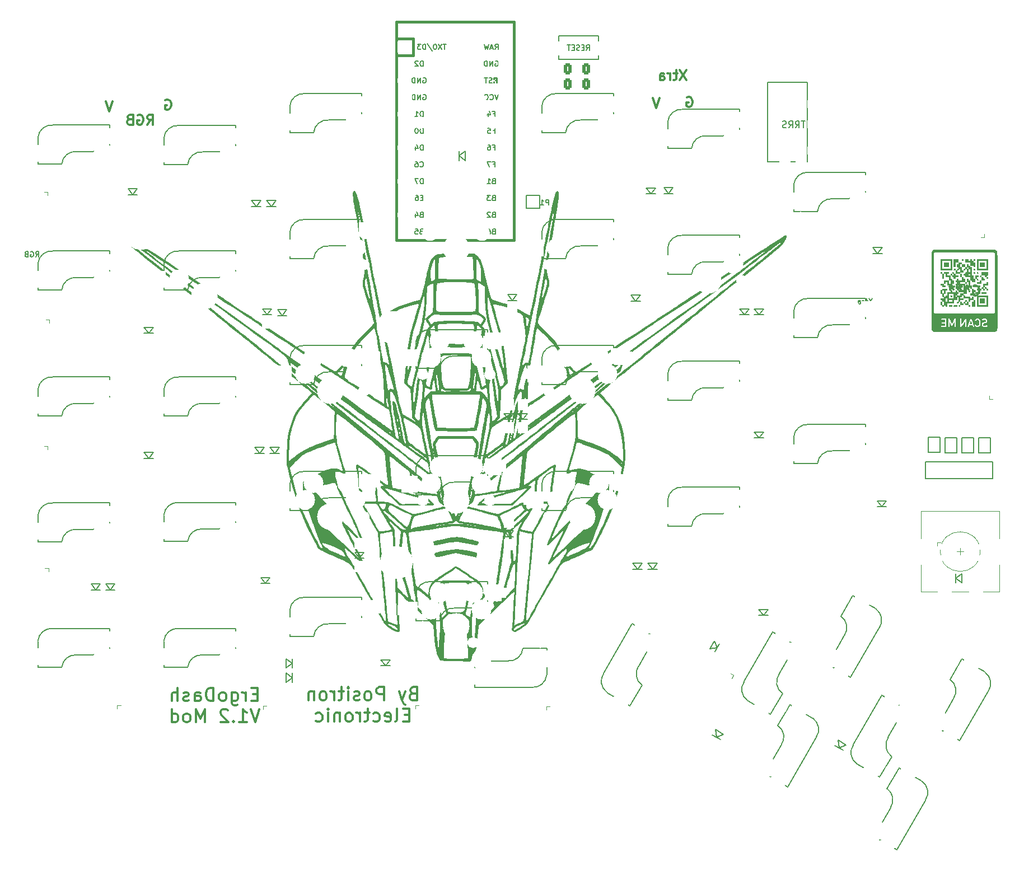
<source format=gbo>
G04 #@! TF.GenerationSoftware,KiCad,Pcbnew,(6.0.10)*
G04 #@! TF.CreationDate,2023-03-19T21:25:36+07:00*
G04 #@! TF.ProjectId,ergodash,6572676f-6461-4736-982e-6b696361645f,2.0*
G04 #@! TF.SameCoordinates,Original*
G04 #@! TF.FileFunction,Legend,Bot*
G04 #@! TF.FilePolarity,Positive*
%FSLAX46Y46*%
G04 Gerber Fmt 4.6, Leading zero omitted, Abs format (unit mm)*
G04 Created by KiCad (PCBNEW (6.0.10)) date 2023-03-19 21:25:36*
%MOMM*%
%LPD*%
G01*
G04 APERTURE LIST*
G04 Aperture macros list*
%AMRoundRect*
0 Rectangle with rounded corners*
0 $1 Rounding radius*
0 $2 $3 $4 $5 $6 $7 $8 $9 X,Y pos of 4 corners*
0 Add a 4 corners polygon primitive as box body*
4,1,4,$2,$3,$4,$5,$6,$7,$8,$9,$2,$3,0*
0 Add four circle primitives for the rounded corners*
1,1,$1+$1,$2,$3*
1,1,$1+$1,$4,$5*
1,1,$1+$1,$6,$7*
1,1,$1+$1,$8,$9*
0 Add four rect primitives between the rounded corners*
20,1,$1+$1,$2,$3,$4,$5,0*
20,1,$1+$1,$4,$5,$6,$7,0*
20,1,$1+$1,$6,$7,$8,$9,0*
20,1,$1+$1,$8,$9,$2,$3,0*%
%AMHorizOval*
0 Thick line with rounded ends*
0 $1 width*
0 $2 $3 position (X,Y) of the first rounded end (center of the circle)*
0 $4 $5 position (X,Y) of the second rounded end (center of the circle)*
0 Add line between two ends*
20,1,$1,$2,$3,$4,$5,0*
0 Add two circle primitives to create the rounded ends*
1,1,$1,$2,$3*
1,1,$1,$4,$5*%
%AMRotRect*
0 Rectangle, with rotation*
0 The origin of the aperture is its center*
0 $1 length*
0 $2 width*
0 $3 Rotation angle, in degrees counterclockwise*
0 Add horizontal line*
21,1,$1,$2,0,0,$3*%
%AMFreePoly0*
4,1,17,2.735355,1.235355,2.750000,1.200000,2.750000,-1.200000,2.735355,-1.235355,2.700000,-1.250000,0.300000,-1.250000,0.264645,-1.235355,0.250000,-1.200000,0.250000,-0.750000,-0.350000,-0.750000,-0.350000,0.750000,0.250000,0.750000,0.250000,1.200000,0.264645,1.235355,0.300000,1.250000,2.700000,1.250000,2.735355,1.235355,2.735355,1.235355,$1*%
%AMFreePoly1*
4,1,24,-0.364645,1.235355,-0.350000,1.200000,-0.350000,0.750000,0.350000,0.750000,0.350000,-0.750000,-0.350000,-0.750000,-0.350000,-1.200000,-0.364645,-1.235355,-0.400000,-1.250000,-2.300000,-1.250000,-2.315318,-1.243655,-2.331235,-1.239043,-2.831235,-0.839043,-2.832649,-0.836476,-2.835355,-0.835355,-2.841697,-0.820044,-2.849694,-0.805522,-2.848878,-0.802708,-2.850000,-0.800000,-2.850000,1.200000,
-2.835355,1.235355,-2.800000,1.250000,-0.400000,1.250000,-0.364645,1.235355,-0.364645,1.235355,$1*%
G04 Aperture macros list end*
%ADD10C,0.300000*%
%ADD11C,0.200000*%
%ADD12C,0.150000*%
%ADD13C,0.120000*%
%ADD14C,0.381000*%
%ADD15R,1.752600X1.752600*%
%ADD16C,1.752600*%
%ADD17C,0.100000*%
%ADD18RoundRect,0.250000X-0.375000X-0.625000X0.375000X-0.625000X0.375000X0.625000X-0.375000X0.625000X0*%
%ADD19C,5.000000*%
%ADD20C,1.524000*%
%ADD21RotRect,1.800000X1.500000X60.000000*%
%ADD22C,1.700000*%
%ADD23C,1.900000*%
%ADD24C,4.000000*%
%ADD25HorizOval,2.400000X0.578509X0.689440X-0.578509X-0.689440X0*%
%ADD26O,2.300000X3.337000*%
%ADD27HorizOval,2.400000X0.578509X-0.689440X-0.578509X0.689440X0*%
%ADD28R,1.500000X1.800000*%
%ADD29R,1.800000X1.500000*%
%ADD30RotRect,1.800000X1.500000X150.000000*%
%ADD31C,1.397000*%
%ADD32C,3.000000*%
%ADD33FreePoly0,0.000000*%
%ADD34FreePoly1,0.000000*%
%ADD35FreePoly0,240.000000*%
%ADD36FreePoly1,240.000000*%
%ADD37FreePoly0,180.000000*%
%ADD38FreePoly1,180.000000*%
%ADD39FreePoly0,60.000000*%
%ADD40FreePoly1,60.000000*%
%ADD41C,1.200000*%
%ADD42O,1.700000X2.500000*%
%ADD43C,2.000000*%
%ADD44R,2.000000X3.200000*%
%ADD45R,1.143000X0.635000*%
G04 APERTURE END LIST*
D10*
X179058142Y-47002000D02*
X179201000Y-46930571D01*
X179415285Y-46930571D01*
X179629571Y-47002000D01*
X179772428Y-47144857D01*
X179843857Y-47287714D01*
X179915285Y-47573428D01*
X179915285Y-47787714D01*
X179843857Y-48073428D01*
X179772428Y-48216285D01*
X179629571Y-48359142D01*
X179415285Y-48430571D01*
X179272428Y-48430571D01*
X179058142Y-48359142D01*
X178986714Y-48287714D01*
X178986714Y-47787714D01*
X179272428Y-47787714D01*
X114121390Y-137235942D02*
X113454723Y-137235942D01*
X113169009Y-138283561D02*
X114121390Y-138283561D01*
X114121390Y-136283561D01*
X113169009Y-136283561D01*
X112311866Y-138283561D02*
X112311866Y-136950228D01*
X112311866Y-137331180D02*
X112216628Y-137140704D01*
X112121390Y-137045466D01*
X111930914Y-136950228D01*
X111740438Y-136950228D01*
X110216628Y-136950228D02*
X110216628Y-138569276D01*
X110311866Y-138759752D01*
X110407104Y-138854990D01*
X110597580Y-138950228D01*
X110883295Y-138950228D01*
X111073771Y-138854990D01*
X110216628Y-138188323D02*
X110407104Y-138283561D01*
X110788057Y-138283561D01*
X110978533Y-138188323D01*
X111073771Y-138093085D01*
X111169009Y-137902609D01*
X111169009Y-137331180D01*
X111073771Y-137140704D01*
X110978533Y-137045466D01*
X110788057Y-136950228D01*
X110407104Y-136950228D01*
X110216628Y-137045466D01*
X108978533Y-138283561D02*
X109169009Y-138188323D01*
X109264247Y-138093085D01*
X109359485Y-137902609D01*
X109359485Y-137331180D01*
X109264247Y-137140704D01*
X109169009Y-137045466D01*
X108978533Y-136950228D01*
X108692819Y-136950228D01*
X108502342Y-137045466D01*
X108407104Y-137140704D01*
X108311866Y-137331180D01*
X108311866Y-137902609D01*
X108407104Y-138093085D01*
X108502342Y-138188323D01*
X108692819Y-138283561D01*
X108978533Y-138283561D01*
X107454723Y-138283561D02*
X107454723Y-136283561D01*
X106978533Y-136283561D01*
X106692819Y-136378800D01*
X106502342Y-136569276D01*
X106407104Y-136759752D01*
X106311866Y-137140704D01*
X106311866Y-137426419D01*
X106407104Y-137807371D01*
X106502342Y-137997847D01*
X106692819Y-138188323D01*
X106978533Y-138283561D01*
X107454723Y-138283561D01*
X104597580Y-138283561D02*
X104597580Y-137235942D01*
X104692819Y-137045466D01*
X104883295Y-136950228D01*
X105264247Y-136950228D01*
X105454723Y-137045466D01*
X104597580Y-138188323D02*
X104788057Y-138283561D01*
X105264247Y-138283561D01*
X105454723Y-138188323D01*
X105549961Y-137997847D01*
X105549961Y-137807371D01*
X105454723Y-137616895D01*
X105264247Y-137521657D01*
X104788057Y-137521657D01*
X104597580Y-137426419D01*
X103740438Y-138188323D02*
X103549961Y-138283561D01*
X103169009Y-138283561D01*
X102978533Y-138188323D01*
X102883295Y-137997847D01*
X102883295Y-137902609D01*
X102978533Y-137712133D01*
X103169009Y-137616895D01*
X103454723Y-137616895D01*
X103645200Y-137521657D01*
X103740438Y-137331180D01*
X103740438Y-137235942D01*
X103645200Y-137045466D01*
X103454723Y-136950228D01*
X103169009Y-136950228D01*
X102978533Y-137045466D01*
X102026152Y-138283561D02*
X102026152Y-136283561D01*
X101169009Y-138283561D02*
X101169009Y-137235942D01*
X101264247Y-137045466D01*
X101454723Y-136950228D01*
X101740438Y-136950228D01*
X101930914Y-137045466D01*
X102026152Y-137140704D01*
X114407104Y-139503561D02*
X113740438Y-141503561D01*
X113073771Y-139503561D01*
X111359485Y-141503561D02*
X112502342Y-141503561D01*
X111930914Y-141503561D02*
X111930914Y-139503561D01*
X112121390Y-139789276D01*
X112311866Y-139979752D01*
X112502342Y-140074990D01*
X110502342Y-141313085D02*
X110407104Y-141408323D01*
X110502342Y-141503561D01*
X110597580Y-141408323D01*
X110502342Y-141313085D01*
X110502342Y-141503561D01*
X109645200Y-139694038D02*
X109549961Y-139598800D01*
X109359485Y-139503561D01*
X108883295Y-139503561D01*
X108692819Y-139598800D01*
X108597580Y-139694038D01*
X108502342Y-139884514D01*
X108502342Y-140074990D01*
X108597580Y-140360704D01*
X109740438Y-141503561D01*
X108502342Y-141503561D01*
X106121390Y-141503561D02*
X106121390Y-139503561D01*
X105454723Y-140932133D01*
X104788057Y-139503561D01*
X104788057Y-141503561D01*
X103549961Y-141503561D02*
X103740438Y-141408323D01*
X103835676Y-141313085D01*
X103930914Y-141122609D01*
X103930914Y-140551180D01*
X103835676Y-140360704D01*
X103740438Y-140265466D01*
X103549961Y-140170228D01*
X103264247Y-140170228D01*
X103073771Y-140265466D01*
X102978533Y-140360704D01*
X102883295Y-140551180D01*
X102883295Y-141122609D01*
X102978533Y-141313085D01*
X103073771Y-141408323D01*
X103264247Y-141503561D01*
X103549961Y-141503561D01*
X101169009Y-141503561D02*
X101169009Y-139503561D01*
X101169009Y-141408323D02*
X101359485Y-141503561D01*
X101740438Y-141503561D01*
X101930914Y-141408323D01*
X102026152Y-141313085D01*
X102121390Y-141122609D01*
X102121390Y-140551180D01*
X102026152Y-140360704D01*
X101930914Y-140265466D01*
X101740438Y-140170228D01*
X101359485Y-140170228D01*
X101169009Y-140265466D01*
X178982428Y-42866571D02*
X177982428Y-44366571D01*
X177982428Y-42866571D02*
X178982428Y-44366571D01*
X177625285Y-43366571D02*
X177053857Y-43366571D01*
X177411000Y-42866571D02*
X177411000Y-44152285D01*
X177339571Y-44295142D01*
X177196714Y-44366571D01*
X177053857Y-44366571D01*
X176553857Y-44366571D02*
X176553857Y-43366571D01*
X176553857Y-43652285D02*
X176482428Y-43509428D01*
X176411000Y-43438000D01*
X176268142Y-43366571D01*
X176125285Y-43366571D01*
X174982428Y-44366571D02*
X174982428Y-43580857D01*
X175053857Y-43438000D01*
X175196714Y-43366571D01*
X175482428Y-43366571D01*
X175625285Y-43438000D01*
X174982428Y-44295142D02*
X175125285Y-44366571D01*
X175482428Y-44366571D01*
X175625285Y-44295142D01*
X175696714Y-44152285D01*
X175696714Y-44009428D01*
X175625285Y-43866571D01*
X175482428Y-43795142D01*
X175125285Y-43795142D01*
X174982428Y-43723714D01*
X100191142Y-47383000D02*
X100334000Y-47311571D01*
X100548285Y-47311571D01*
X100762571Y-47383000D01*
X100905428Y-47525857D01*
X100976857Y-47668714D01*
X101048285Y-47954428D01*
X101048285Y-48168714D01*
X100976857Y-48454428D01*
X100905428Y-48597285D01*
X100762571Y-48740142D01*
X100548285Y-48811571D01*
X100405428Y-48811571D01*
X100191142Y-48740142D01*
X100119714Y-48668714D01*
X100119714Y-48168714D01*
X100405428Y-48168714D01*
X97428714Y-51097571D02*
X97928714Y-50383285D01*
X98285857Y-51097571D02*
X98285857Y-49597571D01*
X97714428Y-49597571D01*
X97571571Y-49669000D01*
X97500142Y-49740428D01*
X97428714Y-49883285D01*
X97428714Y-50097571D01*
X97500142Y-50240428D01*
X97571571Y-50311857D01*
X97714428Y-50383285D01*
X98285857Y-50383285D01*
X96000142Y-49669000D02*
X96143000Y-49597571D01*
X96357285Y-49597571D01*
X96571571Y-49669000D01*
X96714428Y-49811857D01*
X96785857Y-49954714D01*
X96857285Y-50240428D01*
X96857285Y-50454714D01*
X96785857Y-50740428D01*
X96714428Y-50883285D01*
X96571571Y-51026142D01*
X96357285Y-51097571D01*
X96214428Y-51097571D01*
X96000142Y-51026142D01*
X95928714Y-50954714D01*
X95928714Y-50454714D01*
X96214428Y-50454714D01*
X94785857Y-50311857D02*
X94571571Y-50383285D01*
X94500142Y-50454714D01*
X94428714Y-50597571D01*
X94428714Y-50811857D01*
X94500142Y-50954714D01*
X94571571Y-51026142D01*
X94714428Y-51097571D01*
X95285857Y-51097571D01*
X95285857Y-49597571D01*
X94785857Y-49597571D01*
X94643000Y-49669000D01*
X94571571Y-49740428D01*
X94500142Y-49883285D01*
X94500142Y-50026142D01*
X94571571Y-50169000D01*
X94643000Y-50240428D01*
X94785857Y-50311857D01*
X95285857Y-50311857D01*
D11*
X207098761Y-77412904D02*
X206565428Y-78212904D01*
X206565428Y-77412904D02*
X207098761Y-78212904D01*
X206374952Y-77679571D02*
X206070190Y-77679571D01*
X206260666Y-77412904D02*
X206260666Y-78098619D01*
X206222571Y-78174809D01*
X206146380Y-78212904D01*
X206070190Y-78212904D01*
X205803523Y-78212904D02*
X205803523Y-77679571D01*
X205803523Y-77831952D02*
X205765428Y-77755761D01*
X205727333Y-77717666D01*
X205651142Y-77679571D01*
X205574952Y-77679571D01*
X204965428Y-78212904D02*
X204965428Y-77793857D01*
X205003523Y-77717666D01*
X205079714Y-77679571D01*
X205232095Y-77679571D01*
X205308285Y-77717666D01*
X204965428Y-78174809D02*
X205041619Y-78212904D01*
X205232095Y-78212904D01*
X205308285Y-78174809D01*
X205346380Y-78098619D01*
X205346380Y-78022428D01*
X205308285Y-77946238D01*
X205232095Y-77908142D01*
X205041619Y-77908142D01*
X204965428Y-77870047D01*
D10*
X91194000Y-47565571D02*
X91694000Y-49065571D01*
X92194000Y-47565571D01*
X173871000Y-47057571D02*
X174371000Y-48557571D01*
X174871000Y-47057571D01*
D11*
X80562380Y-71100904D02*
X80829047Y-70719952D01*
X81019523Y-71100904D02*
X81019523Y-70300904D01*
X80714761Y-70300904D01*
X80638571Y-70339000D01*
X80600476Y-70377095D01*
X80562380Y-70453285D01*
X80562380Y-70567571D01*
X80600476Y-70643761D01*
X80638571Y-70681857D01*
X80714761Y-70719952D01*
X81019523Y-70719952D01*
X79800476Y-70339000D02*
X79876666Y-70300904D01*
X79990952Y-70300904D01*
X80105238Y-70339000D01*
X80181428Y-70415190D01*
X80219523Y-70491380D01*
X80257619Y-70643761D01*
X80257619Y-70758047D01*
X80219523Y-70910428D01*
X80181428Y-70986619D01*
X80105238Y-71062809D01*
X79990952Y-71100904D01*
X79914761Y-71100904D01*
X79800476Y-71062809D01*
X79762380Y-71024714D01*
X79762380Y-70758047D01*
X79914761Y-70758047D01*
X79152857Y-70681857D02*
X79038571Y-70719952D01*
X79000476Y-70758047D01*
X78962380Y-70834238D01*
X78962380Y-70948523D01*
X79000476Y-71024714D01*
X79038571Y-71062809D01*
X79114761Y-71100904D01*
X79419523Y-71100904D01*
X79419523Y-70300904D01*
X79152857Y-70300904D01*
X79076666Y-70339000D01*
X79038571Y-70377095D01*
X79000476Y-70453285D01*
X79000476Y-70529476D01*
X79038571Y-70605666D01*
X79076666Y-70643761D01*
X79152857Y-70681857D01*
X79419523Y-70681857D01*
D10*
X137619428Y-137134342D02*
X137333714Y-137229580D01*
X137238476Y-137324819D01*
X137143238Y-137515295D01*
X137143238Y-137801009D01*
X137238476Y-137991485D01*
X137333714Y-138086723D01*
X137524190Y-138181961D01*
X138286095Y-138181961D01*
X138286095Y-136181961D01*
X137619428Y-136181961D01*
X137428952Y-136277200D01*
X137333714Y-136372438D01*
X137238476Y-136562914D01*
X137238476Y-136753390D01*
X137333714Y-136943866D01*
X137428952Y-137039104D01*
X137619428Y-137134342D01*
X138286095Y-137134342D01*
X136476571Y-136848628D02*
X136000380Y-138181961D01*
X135524190Y-136848628D02*
X136000380Y-138181961D01*
X136190857Y-138658152D01*
X136286095Y-138753390D01*
X136476571Y-138848628D01*
X133238476Y-138181961D02*
X133238476Y-136181961D01*
X132476571Y-136181961D01*
X132286095Y-136277200D01*
X132190857Y-136372438D01*
X132095619Y-136562914D01*
X132095619Y-136848628D01*
X132190857Y-137039104D01*
X132286095Y-137134342D01*
X132476571Y-137229580D01*
X133238476Y-137229580D01*
X130952761Y-138181961D02*
X131143238Y-138086723D01*
X131238476Y-137991485D01*
X131333714Y-137801009D01*
X131333714Y-137229580D01*
X131238476Y-137039104D01*
X131143238Y-136943866D01*
X130952761Y-136848628D01*
X130667047Y-136848628D01*
X130476571Y-136943866D01*
X130381333Y-137039104D01*
X130286095Y-137229580D01*
X130286095Y-137801009D01*
X130381333Y-137991485D01*
X130476571Y-138086723D01*
X130667047Y-138181961D01*
X130952761Y-138181961D01*
X129524190Y-138086723D02*
X129333714Y-138181961D01*
X128952761Y-138181961D01*
X128762285Y-138086723D01*
X128667047Y-137896247D01*
X128667047Y-137801009D01*
X128762285Y-137610533D01*
X128952761Y-137515295D01*
X129238476Y-137515295D01*
X129428952Y-137420057D01*
X129524190Y-137229580D01*
X129524190Y-137134342D01*
X129428952Y-136943866D01*
X129238476Y-136848628D01*
X128952761Y-136848628D01*
X128762285Y-136943866D01*
X127809904Y-138181961D02*
X127809904Y-136848628D01*
X127809904Y-136181961D02*
X127905142Y-136277200D01*
X127809904Y-136372438D01*
X127714666Y-136277200D01*
X127809904Y-136181961D01*
X127809904Y-136372438D01*
X127143238Y-136848628D02*
X126381333Y-136848628D01*
X126857523Y-136181961D02*
X126857523Y-137896247D01*
X126762285Y-138086723D01*
X126571809Y-138181961D01*
X126381333Y-138181961D01*
X125714666Y-138181961D02*
X125714666Y-136848628D01*
X125714666Y-137229580D02*
X125619428Y-137039104D01*
X125524190Y-136943866D01*
X125333714Y-136848628D01*
X125143238Y-136848628D01*
X124190857Y-138181961D02*
X124381333Y-138086723D01*
X124476571Y-137991485D01*
X124571809Y-137801009D01*
X124571809Y-137229580D01*
X124476571Y-137039104D01*
X124381333Y-136943866D01*
X124190857Y-136848628D01*
X123905142Y-136848628D01*
X123714666Y-136943866D01*
X123619428Y-137039104D01*
X123524190Y-137229580D01*
X123524190Y-137801009D01*
X123619428Y-137991485D01*
X123714666Y-138086723D01*
X123905142Y-138181961D01*
X124190857Y-138181961D01*
X122667047Y-136848628D02*
X122667047Y-138181961D01*
X122667047Y-137039104D02*
X122571809Y-136943866D01*
X122381333Y-136848628D01*
X122095619Y-136848628D01*
X121905142Y-136943866D01*
X121809904Y-137134342D01*
X121809904Y-138181961D01*
X137048000Y-140354342D02*
X136381333Y-140354342D01*
X136095619Y-141401961D02*
X137048000Y-141401961D01*
X137048000Y-139401961D01*
X136095619Y-139401961D01*
X134952761Y-141401961D02*
X135143238Y-141306723D01*
X135238476Y-141116247D01*
X135238476Y-139401961D01*
X133428952Y-141306723D02*
X133619428Y-141401961D01*
X134000380Y-141401961D01*
X134190857Y-141306723D01*
X134286095Y-141116247D01*
X134286095Y-140354342D01*
X134190857Y-140163866D01*
X134000380Y-140068628D01*
X133619428Y-140068628D01*
X133428952Y-140163866D01*
X133333714Y-140354342D01*
X133333714Y-140544819D01*
X134286095Y-140735295D01*
X131619428Y-141306723D02*
X131809904Y-141401961D01*
X132190857Y-141401961D01*
X132381333Y-141306723D01*
X132476571Y-141211485D01*
X132571809Y-141021009D01*
X132571809Y-140449580D01*
X132476571Y-140259104D01*
X132381333Y-140163866D01*
X132190857Y-140068628D01*
X131809904Y-140068628D01*
X131619428Y-140163866D01*
X131048000Y-140068628D02*
X130286095Y-140068628D01*
X130762285Y-139401961D02*
X130762285Y-141116247D01*
X130667047Y-141306723D01*
X130476571Y-141401961D01*
X130286095Y-141401961D01*
X129619428Y-141401961D02*
X129619428Y-140068628D01*
X129619428Y-140449580D02*
X129524190Y-140259104D01*
X129428952Y-140163866D01*
X129238476Y-140068628D01*
X129048000Y-140068628D01*
X128095619Y-141401961D02*
X128286095Y-141306723D01*
X128381333Y-141211485D01*
X128476571Y-141021009D01*
X128476571Y-140449580D01*
X128381333Y-140259104D01*
X128286095Y-140163866D01*
X128095619Y-140068628D01*
X127809904Y-140068628D01*
X127619428Y-140163866D01*
X127524190Y-140259104D01*
X127428952Y-140449580D01*
X127428952Y-141021009D01*
X127524190Y-141211485D01*
X127619428Y-141306723D01*
X127809904Y-141401961D01*
X128095619Y-141401961D01*
X126571809Y-140068628D02*
X126571809Y-141401961D01*
X126571809Y-140259104D02*
X126476571Y-140163866D01*
X126286095Y-140068628D01*
X126000380Y-140068628D01*
X125809904Y-140163866D01*
X125714666Y-140354342D01*
X125714666Y-141401961D01*
X124762285Y-141401961D02*
X124762285Y-140068628D01*
X124762285Y-139401961D02*
X124857523Y-139497200D01*
X124762285Y-139592438D01*
X124667047Y-139497200D01*
X124762285Y-139401961D01*
X124762285Y-139592438D01*
X122952761Y-141306723D02*
X123143238Y-141401961D01*
X123524190Y-141401961D01*
X123714666Y-141306723D01*
X123809904Y-141211485D01*
X123905142Y-141021009D01*
X123905142Y-140449580D01*
X123809904Y-140259104D01*
X123714666Y-140163866D01*
X123524190Y-140068628D01*
X123143238Y-140068628D01*
X122952761Y-140163866D01*
D12*
X158152723Y-63256495D02*
X158152723Y-62443695D01*
X157843085Y-62443695D01*
X157765676Y-62482400D01*
X157726971Y-62521104D01*
X157688266Y-62598514D01*
X157688266Y-62714628D01*
X157726971Y-62792038D01*
X157765676Y-62830742D01*
X157843085Y-62869447D01*
X158152723Y-62869447D01*
X156914171Y-63256495D02*
X157378628Y-63256495D01*
X157146400Y-63256495D02*
X157146400Y-62443695D01*
X157223809Y-62559809D01*
X157301219Y-62637219D01*
X157378628Y-62675923D01*
X196928404Y-50580880D02*
X196356976Y-50580880D01*
X196642690Y-51580880D02*
X196642690Y-50580880D01*
X195452214Y-51580880D02*
X195785547Y-51104690D01*
X196023642Y-51580880D02*
X196023642Y-50580880D01*
X195642690Y-50580880D01*
X195547452Y-50628500D01*
X195499833Y-50676119D01*
X195452214Y-50771357D01*
X195452214Y-50914214D01*
X195499833Y-51009452D01*
X195547452Y-51057071D01*
X195642690Y-51104690D01*
X196023642Y-51104690D01*
X194452214Y-51580880D02*
X194785547Y-51104690D01*
X195023642Y-51580880D02*
X195023642Y-50580880D01*
X194642690Y-50580880D01*
X194547452Y-50628500D01*
X194499833Y-50676119D01*
X194452214Y-50771357D01*
X194452214Y-50914214D01*
X194499833Y-51009452D01*
X194547452Y-51057071D01*
X194642690Y-51104690D01*
X195023642Y-51104690D01*
X194071261Y-51533261D02*
X193928404Y-51580880D01*
X193690309Y-51580880D01*
X193595071Y-51533261D01*
X193547452Y-51485642D01*
X193499833Y-51390404D01*
X193499833Y-51295166D01*
X193547452Y-51199928D01*
X193595071Y-51152309D01*
X193690309Y-51104690D01*
X193880785Y-51057071D01*
X193976023Y-51009452D01*
X194023642Y-50961833D01*
X194071261Y-50866595D01*
X194071261Y-50771357D01*
X194023642Y-50676119D01*
X193976023Y-50628500D01*
X193880785Y-50580880D01*
X193642690Y-50580880D01*
X193499833Y-50628500D01*
X163848904Y-39858904D02*
X164115571Y-39477952D01*
X164306047Y-39858904D02*
X164306047Y-39058904D01*
X164001285Y-39058904D01*
X163925095Y-39097000D01*
X163887000Y-39135095D01*
X163848904Y-39211285D01*
X163848904Y-39325571D01*
X163887000Y-39401761D01*
X163925095Y-39439857D01*
X164001285Y-39477952D01*
X164306047Y-39477952D01*
X163506047Y-39439857D02*
X163239380Y-39439857D01*
X163125095Y-39858904D02*
X163506047Y-39858904D01*
X163506047Y-39058904D01*
X163125095Y-39058904D01*
X162820333Y-39820809D02*
X162706047Y-39858904D01*
X162515571Y-39858904D01*
X162439380Y-39820809D01*
X162401285Y-39782714D01*
X162363190Y-39706523D01*
X162363190Y-39630333D01*
X162401285Y-39554142D01*
X162439380Y-39516047D01*
X162515571Y-39477952D01*
X162667952Y-39439857D01*
X162744142Y-39401761D01*
X162782238Y-39363666D01*
X162820333Y-39287476D01*
X162820333Y-39211285D01*
X162782238Y-39135095D01*
X162744142Y-39097000D01*
X162667952Y-39058904D01*
X162477476Y-39058904D01*
X162363190Y-39097000D01*
X162020333Y-39439857D02*
X161753666Y-39439857D01*
X161639380Y-39858904D02*
X162020333Y-39858904D01*
X162020333Y-39058904D01*
X161639380Y-39058904D01*
X161410809Y-39058904D02*
X160953666Y-39058904D01*
X161182238Y-39858904D02*
X161182238Y-39058904D01*
X138880809Y-64712857D02*
X138766523Y-64750952D01*
X138728428Y-64789047D01*
X138690333Y-64865238D01*
X138690333Y-64979523D01*
X138728428Y-65055714D01*
X138766523Y-65093809D01*
X138842714Y-65131904D01*
X139147476Y-65131904D01*
X139147476Y-64331904D01*
X138880809Y-64331904D01*
X138804619Y-64370000D01*
X138766523Y-64408095D01*
X138728428Y-64484285D01*
X138728428Y-64560476D01*
X138766523Y-64636666D01*
X138804619Y-64674761D01*
X138880809Y-64712857D01*
X139147476Y-64712857D01*
X138004619Y-64598571D02*
X138004619Y-65131904D01*
X138195095Y-64293809D02*
X138385571Y-64865238D01*
X137890333Y-64865238D01*
X149745666Y-57092857D02*
X150012333Y-57092857D01*
X150012333Y-57511904D02*
X150012333Y-56711904D01*
X149631380Y-56711904D01*
X149402809Y-56711904D02*
X148869476Y-56711904D01*
X149212333Y-57511904D01*
X139147476Y-52431904D02*
X139147476Y-51631904D01*
X138957000Y-51631904D01*
X138842714Y-51670000D01*
X138766523Y-51746190D01*
X138728428Y-51822380D01*
X138690333Y-51974761D01*
X138690333Y-52089047D01*
X138728428Y-52241428D01*
X138766523Y-52317619D01*
X138842714Y-52393809D01*
X138957000Y-52431904D01*
X139147476Y-52431904D01*
X138195095Y-51631904D02*
X138118904Y-51631904D01*
X138042714Y-51670000D01*
X138004619Y-51708095D01*
X137966523Y-51784285D01*
X137928428Y-51936666D01*
X137928428Y-52127142D01*
X137966523Y-52279523D01*
X138004619Y-52355714D01*
X138042714Y-52393809D01*
X138118904Y-52431904D01*
X138195095Y-52431904D01*
X138271285Y-52393809D01*
X138309380Y-52355714D01*
X138347476Y-52279523D01*
X138385571Y-52127142D01*
X138385571Y-51936666D01*
X138347476Y-51784285D01*
X138309380Y-51708095D01*
X138271285Y-51670000D01*
X138195095Y-51631904D01*
X139147476Y-54971904D02*
X139147476Y-54171904D01*
X138957000Y-54171904D01*
X138842714Y-54210000D01*
X138766523Y-54286190D01*
X138728428Y-54362380D01*
X138690333Y-54514761D01*
X138690333Y-54629047D01*
X138728428Y-54781428D01*
X138766523Y-54857619D01*
X138842714Y-54933809D01*
X138957000Y-54971904D01*
X139147476Y-54971904D01*
X138004619Y-54438571D02*
X138004619Y-54971904D01*
X138195095Y-54133809D02*
X138385571Y-54705238D01*
X137890333Y-54705238D01*
X150088523Y-41510000D02*
X150164714Y-41471904D01*
X150279000Y-41471904D01*
X150393285Y-41510000D01*
X150469476Y-41586190D01*
X150507571Y-41662380D01*
X150545666Y-41814761D01*
X150545666Y-41929047D01*
X150507571Y-42081428D01*
X150469476Y-42157619D01*
X150393285Y-42233809D01*
X150279000Y-42271904D01*
X150202809Y-42271904D01*
X150088523Y-42233809D01*
X150050428Y-42195714D01*
X150050428Y-41929047D01*
X150202809Y-41929047D01*
X149707571Y-42271904D02*
X149707571Y-41471904D01*
X149250428Y-42271904D01*
X149250428Y-41471904D01*
X148869476Y-42271904D02*
X148869476Y-41471904D01*
X148679000Y-41471904D01*
X148564714Y-41510000D01*
X148488523Y-41586190D01*
X148450428Y-41662380D01*
X148412333Y-41814761D01*
X148412333Y-41929047D01*
X148450428Y-42081428D01*
X148488523Y-42157619D01*
X148564714Y-42233809D01*
X148679000Y-42271904D01*
X148869476Y-42271904D01*
X138690333Y-57435714D02*
X138728428Y-57473809D01*
X138842714Y-57511904D01*
X138918904Y-57511904D01*
X139033190Y-57473809D01*
X139109380Y-57397619D01*
X139147476Y-57321428D01*
X139185571Y-57169047D01*
X139185571Y-57054761D01*
X139147476Y-56902380D01*
X139109380Y-56826190D01*
X139033190Y-56750000D01*
X138918904Y-56711904D01*
X138842714Y-56711904D01*
X138728428Y-56750000D01*
X138690333Y-56788095D01*
X138004619Y-56711904D02*
X138157000Y-56711904D01*
X138233190Y-56750000D01*
X138271285Y-56788095D01*
X138347476Y-56902380D01*
X138385571Y-57054761D01*
X138385571Y-57359523D01*
X138347476Y-57435714D01*
X138309380Y-57473809D01*
X138233190Y-57511904D01*
X138080809Y-57511904D01*
X138004619Y-57473809D01*
X137966523Y-57435714D01*
X137928428Y-57359523D01*
X137928428Y-57169047D01*
X137966523Y-57092857D01*
X138004619Y-57054761D01*
X138080809Y-57016666D01*
X138233190Y-57016666D01*
X138309380Y-57054761D01*
X138347476Y-57092857D01*
X138385571Y-57169047D01*
X139109380Y-62172857D02*
X138842714Y-62172857D01*
X138728428Y-62591904D02*
X139109380Y-62591904D01*
X139109380Y-61791904D01*
X138728428Y-61791904D01*
X138042714Y-61791904D02*
X138195095Y-61791904D01*
X138271285Y-61830000D01*
X138309380Y-61868095D01*
X138385571Y-61982380D01*
X138423666Y-62134761D01*
X138423666Y-62439523D01*
X138385571Y-62515714D01*
X138347476Y-62553809D01*
X138271285Y-62591904D01*
X138118904Y-62591904D01*
X138042714Y-62553809D01*
X138004619Y-62515714D01*
X137966523Y-62439523D01*
X137966523Y-62249047D01*
X138004619Y-62172857D01*
X138042714Y-62134761D01*
X138118904Y-62096666D01*
X138271285Y-62096666D01*
X138347476Y-62134761D01*
X138385571Y-62172857D01*
X138423666Y-62249047D01*
X149802809Y-67252857D02*
X149688523Y-67290952D01*
X149650428Y-67329047D01*
X149612333Y-67405238D01*
X149612333Y-67519523D01*
X149650428Y-67595714D01*
X149688523Y-67633809D01*
X149764714Y-67671904D01*
X150069476Y-67671904D01*
X150069476Y-66871904D01*
X149802809Y-66871904D01*
X149726619Y-66910000D01*
X149688523Y-66948095D01*
X149650428Y-67024285D01*
X149650428Y-67100476D01*
X149688523Y-67176666D01*
X149726619Y-67214761D01*
X149802809Y-67252857D01*
X150069476Y-67252857D01*
X148926619Y-66871904D02*
X149079000Y-66871904D01*
X149155190Y-66910000D01*
X149193285Y-66948095D01*
X149269476Y-67062380D01*
X149307571Y-67214761D01*
X149307571Y-67519523D01*
X149269476Y-67595714D01*
X149231380Y-67633809D01*
X149155190Y-67671904D01*
X149002809Y-67671904D01*
X148926619Y-67633809D01*
X148888523Y-67595714D01*
X148850428Y-67519523D01*
X148850428Y-67329047D01*
X148888523Y-67252857D01*
X148926619Y-67214761D01*
X149002809Y-67176666D01*
X149155190Y-67176666D01*
X149231380Y-67214761D01*
X149269476Y-67252857D01*
X149307571Y-67329047D01*
X149802809Y-64712857D02*
X149688523Y-64750952D01*
X149650428Y-64789047D01*
X149612333Y-64865238D01*
X149612333Y-64979523D01*
X149650428Y-65055714D01*
X149688523Y-65093809D01*
X149764714Y-65131904D01*
X150069476Y-65131904D01*
X150069476Y-64331904D01*
X149802809Y-64331904D01*
X149726619Y-64370000D01*
X149688523Y-64408095D01*
X149650428Y-64484285D01*
X149650428Y-64560476D01*
X149688523Y-64636666D01*
X149726619Y-64674761D01*
X149802809Y-64712857D01*
X150069476Y-64712857D01*
X149307571Y-64408095D02*
X149269476Y-64370000D01*
X149193285Y-64331904D01*
X149002809Y-64331904D01*
X148926619Y-64370000D01*
X148888523Y-64408095D01*
X148850428Y-64484285D01*
X148850428Y-64560476D01*
X148888523Y-64674761D01*
X149345666Y-65131904D01*
X148850428Y-65131904D01*
X150031380Y-39731904D02*
X150298047Y-39350952D01*
X150488523Y-39731904D02*
X150488523Y-38931904D01*
X150183761Y-38931904D01*
X150107571Y-38970000D01*
X150069476Y-39008095D01*
X150031380Y-39084285D01*
X150031380Y-39198571D01*
X150069476Y-39274761D01*
X150107571Y-39312857D01*
X150183761Y-39350952D01*
X150488523Y-39350952D01*
X149726619Y-39503333D02*
X149345666Y-39503333D01*
X149802809Y-39731904D02*
X149536142Y-38931904D01*
X149269476Y-39731904D01*
X149079000Y-38931904D02*
X148888523Y-39731904D01*
X148736142Y-39160476D01*
X148583761Y-39731904D01*
X148393285Y-38931904D01*
X149802809Y-59632857D02*
X149688523Y-59670952D01*
X149650428Y-59709047D01*
X149612333Y-59785238D01*
X149612333Y-59899523D01*
X149650428Y-59975714D01*
X149688523Y-60013809D01*
X149764714Y-60051904D01*
X150069476Y-60051904D01*
X150069476Y-59251904D01*
X149802809Y-59251904D01*
X149726619Y-59290000D01*
X149688523Y-59328095D01*
X149650428Y-59404285D01*
X149650428Y-59480476D01*
X149688523Y-59556666D01*
X149726619Y-59594761D01*
X149802809Y-59632857D01*
X150069476Y-59632857D01*
X148850428Y-60051904D02*
X149307571Y-60051904D01*
X149079000Y-60051904D02*
X149079000Y-59251904D01*
X149155190Y-59366190D01*
X149231380Y-59442380D01*
X149307571Y-59480476D01*
X142636604Y-38931904D02*
X142179461Y-38931904D01*
X142408032Y-39731904D02*
X142408032Y-38931904D01*
X141988985Y-38931904D02*
X141455651Y-39731904D01*
X141455651Y-38931904D02*
X141988985Y-39731904D01*
X140998508Y-38931904D02*
X140922318Y-38931904D01*
X140846128Y-38970000D01*
X140808032Y-39008095D01*
X140769937Y-39084285D01*
X140731842Y-39236666D01*
X140731842Y-39427142D01*
X140769937Y-39579523D01*
X140808032Y-39655714D01*
X140846128Y-39693809D01*
X140922318Y-39731904D01*
X140998508Y-39731904D01*
X141074699Y-39693809D01*
X141112794Y-39655714D01*
X141150889Y-39579523D01*
X141188985Y-39427142D01*
X141188985Y-39236666D01*
X141150889Y-39084285D01*
X141112794Y-39008095D01*
X141074699Y-38970000D01*
X140998508Y-38931904D01*
X139817556Y-38893809D02*
X140503270Y-39922380D01*
X139550889Y-39731904D02*
X139550889Y-38931904D01*
X139360413Y-38931904D01*
X139246128Y-38970000D01*
X139169937Y-39046190D01*
X139131842Y-39122380D01*
X139093747Y-39274761D01*
X139093747Y-39389047D01*
X139131842Y-39541428D01*
X139169937Y-39617619D01*
X139246128Y-39693809D01*
X139360413Y-39731904D01*
X139550889Y-39731904D01*
X138827080Y-38931904D02*
X138331842Y-38931904D01*
X138598508Y-39236666D01*
X138484223Y-39236666D01*
X138408032Y-39274761D01*
X138369937Y-39312857D01*
X138331842Y-39389047D01*
X138331842Y-39579523D01*
X138369937Y-39655714D01*
X138408032Y-39693809D01*
X138484223Y-39731904D01*
X138712794Y-39731904D01*
X138788985Y-39693809D01*
X138827080Y-39655714D01*
X149802809Y-62172857D02*
X149688523Y-62210952D01*
X149650428Y-62249047D01*
X149612333Y-62325238D01*
X149612333Y-62439523D01*
X149650428Y-62515714D01*
X149688523Y-62553809D01*
X149764714Y-62591904D01*
X150069476Y-62591904D01*
X150069476Y-61791904D01*
X149802809Y-61791904D01*
X149726619Y-61830000D01*
X149688523Y-61868095D01*
X149650428Y-61944285D01*
X149650428Y-62020476D01*
X149688523Y-62096666D01*
X149726619Y-62134761D01*
X149802809Y-62172857D01*
X150069476Y-62172857D01*
X149345666Y-61791904D02*
X148850428Y-61791904D01*
X149117095Y-62096666D01*
X149002809Y-62096666D01*
X148926619Y-62134761D01*
X148888523Y-62172857D01*
X148850428Y-62249047D01*
X148850428Y-62439523D01*
X148888523Y-62515714D01*
X148926619Y-62553809D01*
X149002809Y-62591904D01*
X149231380Y-62591904D01*
X149307571Y-62553809D01*
X149345666Y-62515714D01*
X139147476Y-49891904D02*
X139147476Y-49091904D01*
X138957000Y-49091904D01*
X138842714Y-49130000D01*
X138766523Y-49206190D01*
X138728428Y-49282380D01*
X138690333Y-49434761D01*
X138690333Y-49549047D01*
X138728428Y-49701428D01*
X138766523Y-49777619D01*
X138842714Y-49853809D01*
X138957000Y-49891904D01*
X139147476Y-49891904D01*
X137928428Y-49891904D02*
X138385571Y-49891904D01*
X138157000Y-49891904D02*
X138157000Y-49091904D01*
X138233190Y-49206190D01*
X138309380Y-49282380D01*
X138385571Y-49320476D01*
X139147476Y-42271904D02*
X139147476Y-41471904D01*
X138957000Y-41471904D01*
X138842714Y-41510000D01*
X138766523Y-41586190D01*
X138728428Y-41662380D01*
X138690333Y-41814761D01*
X138690333Y-41929047D01*
X138728428Y-42081428D01*
X138766523Y-42157619D01*
X138842714Y-42233809D01*
X138957000Y-42271904D01*
X139147476Y-42271904D01*
X138385571Y-41548095D02*
X138347476Y-41510000D01*
X138271285Y-41471904D01*
X138080809Y-41471904D01*
X138004619Y-41510000D01*
X137966523Y-41548095D01*
X137928428Y-41624285D01*
X137928428Y-41700476D01*
X137966523Y-41814761D01*
X138423666Y-42271904D01*
X137928428Y-42271904D01*
X150545666Y-46551904D02*
X150279000Y-47351904D01*
X150012333Y-46551904D01*
X149288523Y-47275714D02*
X149326619Y-47313809D01*
X149440904Y-47351904D01*
X149517095Y-47351904D01*
X149631380Y-47313809D01*
X149707571Y-47237619D01*
X149745666Y-47161428D01*
X149783761Y-47009047D01*
X149783761Y-46894761D01*
X149745666Y-46742380D01*
X149707571Y-46666190D01*
X149631380Y-46590000D01*
X149517095Y-46551904D01*
X149440904Y-46551904D01*
X149326619Y-46590000D01*
X149288523Y-46628095D01*
X148488523Y-47275714D02*
X148526619Y-47313809D01*
X148640904Y-47351904D01*
X148717095Y-47351904D01*
X148831380Y-47313809D01*
X148907571Y-47237619D01*
X148945666Y-47161428D01*
X148983761Y-47009047D01*
X148983761Y-46894761D01*
X148945666Y-46742380D01*
X148907571Y-46666190D01*
X148831380Y-46590000D01*
X148717095Y-46551904D01*
X148640904Y-46551904D01*
X148526619Y-46590000D01*
X148488523Y-46628095D01*
X139147476Y-60051904D02*
X139147476Y-59251904D01*
X138957000Y-59251904D01*
X138842714Y-59290000D01*
X138766523Y-59366190D01*
X138728428Y-59442380D01*
X138690333Y-59594761D01*
X138690333Y-59709047D01*
X138728428Y-59861428D01*
X138766523Y-59937619D01*
X138842714Y-60013809D01*
X138957000Y-60051904D01*
X139147476Y-60051904D01*
X138423666Y-59251904D02*
X137890333Y-59251904D01*
X138233190Y-60051904D01*
X149745666Y-49472857D02*
X150012333Y-49472857D01*
X150012333Y-49891904D02*
X150012333Y-49091904D01*
X149631380Y-49091904D01*
X148983761Y-49358571D02*
X148983761Y-49891904D01*
X149174238Y-49053809D02*
X149364714Y-49625238D01*
X148869476Y-49625238D01*
X138880809Y-67252857D02*
X138766523Y-67290952D01*
X138728428Y-67329047D01*
X138690333Y-67405238D01*
X138690333Y-67519523D01*
X138728428Y-67595714D01*
X138766523Y-67633809D01*
X138842714Y-67671904D01*
X139147476Y-67671904D01*
X139147476Y-66871904D01*
X138880809Y-66871904D01*
X138804619Y-66910000D01*
X138766523Y-66948095D01*
X138728428Y-67024285D01*
X138728428Y-67100476D01*
X138766523Y-67176666D01*
X138804619Y-67214761D01*
X138880809Y-67252857D01*
X139147476Y-67252857D01*
X137966523Y-66871904D02*
X138347476Y-66871904D01*
X138385571Y-67252857D01*
X138347476Y-67214761D01*
X138271285Y-67176666D01*
X138080809Y-67176666D01*
X138004619Y-67214761D01*
X137966523Y-67252857D01*
X137928428Y-67329047D01*
X137928428Y-67519523D01*
X137966523Y-67595714D01*
X138004619Y-67633809D01*
X138080809Y-67671904D01*
X138271285Y-67671904D01*
X138347476Y-67633809D01*
X138385571Y-67595714D01*
X149745666Y-52012857D02*
X150012333Y-52012857D01*
X150012333Y-52431904D02*
X150012333Y-51631904D01*
X149631380Y-51631904D01*
X148945666Y-51631904D02*
X149326619Y-51631904D01*
X149364714Y-52012857D01*
X149326619Y-51974761D01*
X149250428Y-51936666D01*
X149059952Y-51936666D01*
X148983761Y-51974761D01*
X148945666Y-52012857D01*
X148907571Y-52089047D01*
X148907571Y-52279523D01*
X148945666Y-52355714D01*
X148983761Y-52393809D01*
X149059952Y-52431904D01*
X149250428Y-52431904D01*
X149326619Y-52393809D01*
X149364714Y-52355714D01*
X149745666Y-54552857D02*
X150012333Y-54552857D01*
X150012333Y-54971904D02*
X150012333Y-54171904D01*
X149631380Y-54171904D01*
X148983761Y-54171904D02*
X149136142Y-54171904D01*
X149212333Y-54210000D01*
X149250428Y-54248095D01*
X149326619Y-54362380D01*
X149364714Y-54514761D01*
X149364714Y-54819523D01*
X149326619Y-54895714D01*
X149288523Y-54933809D01*
X149212333Y-54971904D01*
X149059952Y-54971904D01*
X148983761Y-54933809D01*
X148945666Y-54895714D01*
X148907571Y-54819523D01*
X148907571Y-54629047D01*
X148945666Y-54552857D01*
X148983761Y-54514761D01*
X149059952Y-54476666D01*
X149212333Y-54476666D01*
X149288523Y-54514761D01*
X149326619Y-54552857D01*
X149364714Y-54629047D01*
X139166523Y-46590000D02*
X139242714Y-46551904D01*
X139357000Y-46551904D01*
X139471285Y-46590000D01*
X139547476Y-46666190D01*
X139585571Y-46742380D01*
X139623666Y-46894761D01*
X139623666Y-47009047D01*
X139585571Y-47161428D01*
X139547476Y-47237619D01*
X139471285Y-47313809D01*
X139357000Y-47351904D01*
X139280809Y-47351904D01*
X139166523Y-47313809D01*
X139128428Y-47275714D01*
X139128428Y-47009047D01*
X139280809Y-47009047D01*
X138785571Y-47351904D02*
X138785571Y-46551904D01*
X138328428Y-47351904D01*
X138328428Y-46551904D01*
X137947476Y-47351904D02*
X137947476Y-46551904D01*
X137757000Y-46551904D01*
X137642714Y-46590000D01*
X137566523Y-46666190D01*
X137528428Y-46742380D01*
X137490333Y-46894761D01*
X137490333Y-47009047D01*
X137528428Y-47161428D01*
X137566523Y-47237619D01*
X137642714Y-47313809D01*
X137757000Y-47351904D01*
X137947476Y-47351904D01*
X149591333Y-44753809D02*
X149477047Y-44791904D01*
X149286571Y-44791904D01*
X149210380Y-44753809D01*
X149172285Y-44715714D01*
X149134190Y-44639523D01*
X149134190Y-44563333D01*
X149172285Y-44487142D01*
X149210380Y-44449047D01*
X149286571Y-44410952D01*
X149438952Y-44372857D01*
X149515142Y-44334761D01*
X149553238Y-44296666D01*
X149591333Y-44220476D01*
X149591333Y-44144285D01*
X149553238Y-44068095D01*
X149515142Y-44030000D01*
X149438952Y-43991904D01*
X149248476Y-43991904D01*
X149134190Y-44030000D01*
X148905619Y-43991904D02*
X148448476Y-43991904D01*
X148677047Y-44791904D02*
X148677047Y-43991904D01*
X139166523Y-44050000D02*
X139242714Y-44011904D01*
X139357000Y-44011904D01*
X139471285Y-44050000D01*
X139547476Y-44126190D01*
X139585571Y-44202380D01*
X139623666Y-44354761D01*
X139623666Y-44469047D01*
X139585571Y-44621428D01*
X139547476Y-44697619D01*
X139471285Y-44773809D01*
X139357000Y-44811904D01*
X139280809Y-44811904D01*
X139166523Y-44773809D01*
X139128428Y-44735714D01*
X139128428Y-44469047D01*
X139280809Y-44469047D01*
X138785571Y-44811904D02*
X138785571Y-44011904D01*
X138328428Y-44811904D01*
X138328428Y-44011904D01*
X137947476Y-44811904D02*
X137947476Y-44011904D01*
X137757000Y-44011904D01*
X137642714Y-44050000D01*
X137566523Y-44126190D01*
X137528428Y-44202380D01*
X137490333Y-44354761D01*
X137490333Y-44469047D01*
X137528428Y-44621428D01*
X137566523Y-44697619D01*
X137642714Y-44773809D01*
X137757000Y-44811904D01*
X137947476Y-44811904D01*
D10*
X222373371Y-75488800D02*
X222518514Y-75416228D01*
X222736228Y-75416228D01*
X222953942Y-75488800D01*
X223099085Y-75633942D01*
X223171657Y-75779085D01*
X223244228Y-76069371D01*
X223244228Y-76287085D01*
X223171657Y-76577371D01*
X223099085Y-76722514D01*
X222953942Y-76867657D01*
X222736228Y-76940228D01*
X222591085Y-76940228D01*
X222373371Y-76867657D01*
X222300800Y-76795085D01*
X222300800Y-76287085D01*
X222591085Y-76287085D01*
X221429942Y-75416228D02*
X221429942Y-75779085D01*
X221792800Y-75633942D02*
X221429942Y-75779085D01*
X221067085Y-75633942D01*
X221647657Y-76069371D02*
X221429942Y-75779085D01*
X221212228Y-76069371D01*
X220268800Y-75416228D02*
X220268800Y-75779085D01*
X220631657Y-75633942D02*
X220268800Y-75779085D01*
X219905942Y-75633942D01*
X220486514Y-76069371D02*
X220268800Y-75779085D01*
X220051085Y-76069371D01*
X219107657Y-75416228D02*
X219107657Y-75779085D01*
X219470514Y-75633942D02*
X219107657Y-75779085D01*
X218744800Y-75633942D01*
X219325371Y-76069371D02*
X219107657Y-75779085D01*
X218889942Y-76069371D01*
D12*
X201904782Y-144210590D02*
X203117218Y-144910590D01*
X201454782Y-144990013D02*
X202667218Y-145690013D01*
X202061000Y-145340013D02*
X201904782Y-144210590D01*
X203117218Y-144910590D02*
X202061000Y-145340013D01*
X94550000Y-61714000D02*
X95950000Y-61714000D01*
X94550000Y-60814000D02*
X95950000Y-60814000D01*
X95950000Y-60814000D02*
X95250000Y-61714000D01*
X95250000Y-61714000D02*
X94550000Y-60814000D01*
X97663000Y-82669000D02*
X96963000Y-81769000D01*
X96963000Y-82669000D02*
X98363000Y-82669000D01*
X96963000Y-81769000D02*
X98363000Y-81769000D01*
X98363000Y-81769000D02*
X97663000Y-82669000D01*
X96963000Y-101592000D02*
X98363000Y-101592000D01*
X97663000Y-101592000D02*
X96963000Y-100692000D01*
X96963000Y-100692000D02*
X98363000Y-100692000D01*
X98363000Y-100692000D02*
X97663000Y-101592000D01*
X91146400Y-121454800D02*
X92546400Y-121454800D01*
X91846400Y-121454800D02*
X91146400Y-120554800D01*
X91146400Y-120554800D02*
X92546400Y-120554800D01*
X92546400Y-120554800D02*
X91846400Y-121454800D01*
X113219000Y-63492000D02*
X114619000Y-63492000D01*
X114619000Y-62592000D02*
X113919000Y-63492000D01*
X113919000Y-63492000D02*
X113219000Y-62592000D01*
X113219000Y-62592000D02*
X114619000Y-62592000D01*
X114870000Y-78975000D02*
X116270000Y-78975000D01*
X114870000Y-79875000D02*
X116270000Y-79875000D01*
X116270000Y-78975000D02*
X115570000Y-79875000D01*
X115570000Y-79875000D02*
X114870000Y-78975000D01*
X115127000Y-99930000D02*
X114427000Y-100830000D01*
X113727000Y-100830000D02*
X115127000Y-100830000D01*
X113727000Y-99930000D02*
X115127000Y-99930000D01*
X114427000Y-100830000D02*
X113727000Y-99930000D01*
X114616000Y-120515000D02*
X116016000Y-120515000D01*
X115316000Y-120515000D02*
X114616000Y-119615000D01*
X114616000Y-119615000D02*
X116016000Y-119615000D01*
X116016000Y-119615000D02*
X115316000Y-120515000D01*
X116205000Y-63492000D02*
X115505000Y-62592000D01*
X116905000Y-62592000D02*
X116205000Y-63492000D01*
X115505000Y-62592000D02*
X116905000Y-62592000D01*
X115505000Y-63492000D02*
X116905000Y-63492000D01*
X117156000Y-79102000D02*
X118556000Y-79102000D01*
X118556000Y-79102000D02*
X117856000Y-80002000D01*
X117156000Y-80002000D02*
X118556000Y-80002000D01*
X117856000Y-80002000D02*
X117156000Y-79102000D01*
X117413000Y-99930000D02*
X116713000Y-100830000D01*
X116713000Y-100830000D02*
X116013000Y-99930000D01*
X116013000Y-100830000D02*
X117413000Y-100830000D01*
X116013000Y-99930000D02*
X117413000Y-99930000D01*
X128840000Y-116705000D02*
X130240000Y-116705000D01*
X130240000Y-115805000D02*
X129540000Y-116705000D01*
X129540000Y-116705000D02*
X128840000Y-115805000D01*
X128840000Y-115805000D02*
X130240000Y-115805000D01*
X144612000Y-55829200D02*
X145512000Y-55129200D01*
X145512000Y-55129200D02*
X145512000Y-56529200D01*
X145512000Y-56529200D02*
X144612000Y-55829200D01*
X144612000Y-55129200D02*
X144612000Y-56529200D01*
X152654000Y-77716000D02*
X151954000Y-76816000D01*
X151954000Y-76816000D02*
X153354000Y-76816000D01*
X151954000Y-77716000D02*
X153354000Y-77716000D01*
X153354000Y-76816000D02*
X152654000Y-77716000D01*
X151395200Y-113428400D02*
X152795200Y-113428400D01*
X152095200Y-113428400D02*
X151395200Y-112528400D01*
X152795200Y-112528400D02*
X152095200Y-113428400D01*
X151395200Y-112528400D02*
X152795200Y-112528400D01*
X172909000Y-61587000D02*
X174309000Y-61587000D01*
X174309000Y-60687000D02*
X173609000Y-61587000D01*
X172909000Y-60687000D02*
X174309000Y-60687000D01*
X173609000Y-61587000D02*
X172909000Y-60687000D01*
X154928800Y-94799200D02*
X154228800Y-95699200D01*
X153528800Y-95699200D02*
X154928800Y-95699200D01*
X153528800Y-94799200D02*
X154928800Y-94799200D01*
X154228800Y-95699200D02*
X153528800Y-94799200D01*
X171577000Y-118356000D02*
X170877000Y-117456000D01*
X172277000Y-117456000D02*
X171577000Y-118356000D01*
X170877000Y-118356000D02*
X172277000Y-118356000D01*
X170877000Y-117456000D02*
X172277000Y-117456000D01*
X175576000Y-61510800D02*
X176976000Y-61510800D01*
X176276000Y-61510800D02*
X175576000Y-60610800D01*
X175576000Y-60610800D02*
X176976000Y-60610800D01*
X176976000Y-60610800D02*
X176276000Y-61510800D01*
X187056800Y-78949600D02*
X188456800Y-78949600D01*
X187056800Y-79849600D02*
X188456800Y-79849600D01*
X187756800Y-79849600D02*
X187056800Y-78949600D01*
X188456800Y-78949600D02*
X187756800Y-79849600D01*
X190641200Y-97593200D02*
X189941200Y-98493200D01*
X189241200Y-98493200D02*
X190641200Y-98493200D01*
X189241200Y-97593200D02*
X190641200Y-97593200D01*
X189941200Y-98493200D02*
X189241200Y-97593200D01*
X173163000Y-117456000D02*
X174563000Y-117456000D01*
X173163000Y-118356000D02*
X174563000Y-118356000D01*
X174563000Y-117456000D02*
X173863000Y-118356000D01*
X173863000Y-118356000D02*
X173163000Y-117456000D01*
X208573600Y-69704000D02*
X207873600Y-70604000D01*
X207173600Y-69704000D02*
X208573600Y-69704000D01*
X207173600Y-70604000D02*
X208573600Y-70604000D01*
X207873600Y-70604000D02*
X207173600Y-69704000D01*
X189241200Y-79849600D02*
X190641200Y-79849600D01*
X189241200Y-78949600D02*
X190641200Y-78949600D01*
X190641200Y-78949600D02*
X189941200Y-79849600D01*
X189941200Y-79849600D02*
X189241200Y-78949600D01*
X208534000Y-108907200D02*
X207834000Y-108007200D01*
X207834000Y-108007200D02*
X209234000Y-108007200D01*
X207834000Y-108907200D02*
X209234000Y-108907200D01*
X209234000Y-108007200D02*
X208534000Y-108907200D01*
X190627000Y-125341000D02*
X189927000Y-124441000D01*
X189927000Y-125341000D02*
X191327000Y-125341000D01*
X191327000Y-124441000D02*
X190627000Y-125341000D01*
X189927000Y-124441000D02*
X191327000Y-124441000D01*
X90362000Y-120554800D02*
X89662000Y-121454800D01*
X89662000Y-121454800D02*
X88962000Y-120554800D01*
X88962000Y-121454800D02*
X90362000Y-121454800D01*
X88962000Y-120554800D02*
X90362000Y-120554800D01*
X119372000Y-135447000D02*
X119372000Y-134047000D01*
X119372000Y-134747000D02*
X118472000Y-135447000D01*
X118472000Y-135447000D02*
X118472000Y-134047000D01*
X118472000Y-134047000D02*
X119372000Y-134747000D01*
X119372000Y-133288000D02*
X119372000Y-131888000D01*
X118472000Y-131888000D02*
X119372000Y-132588000D01*
X119372000Y-132588000D02*
X118472000Y-133288000D01*
X118472000Y-133288000D02*
X118472000Y-131888000D01*
X183663043Y-130224000D02*
X182533620Y-130380218D01*
X183313043Y-130830218D02*
X184013043Y-129617782D01*
X183233620Y-129167782D02*
X183663043Y-130224000D01*
X182533620Y-130380218D02*
X183233620Y-129167782D01*
X183507200Y-143738856D02*
X183350982Y-142609433D01*
X183350982Y-142609433D02*
X184563418Y-143309433D01*
X184563418Y-143309433D02*
X183507200Y-143738856D01*
X182900982Y-143388856D02*
X184113418Y-144088856D01*
X133477000Y-132940000D02*
X132777000Y-132040000D01*
X132777000Y-132940000D02*
X134177000Y-132940000D01*
X134177000Y-132040000D02*
X133477000Y-132940000D01*
X132777000Y-132040000D02*
X134177000Y-132040000D01*
X151395200Y-94799200D02*
X152795200Y-94799200D01*
X151395200Y-95699200D02*
X152795200Y-95699200D01*
X152795200Y-94799200D02*
X152095200Y-95699200D01*
X152095200Y-95699200D02*
X151395200Y-94799200D01*
X170597600Y-76866800D02*
X171997600Y-76866800D01*
X171997600Y-76866800D02*
X171297600Y-77766800D01*
X170597600Y-77766800D02*
X171997600Y-77766800D01*
X171297600Y-77766800D02*
X170597600Y-76866800D01*
X215138000Y-104648000D02*
X215138000Y-102108000D01*
X225298000Y-102108000D02*
X225298000Y-104648000D01*
X215138000Y-102108000D02*
X225298000Y-102108000D01*
X225298000Y-104648000D02*
X215138000Y-104648000D01*
X129895000Y-103559000D02*
X121270000Y-103559000D01*
X118995000Y-109467000D02*
X122605000Y-109467000D01*
X118995000Y-105513000D02*
X118995000Y-109458000D01*
X129895000Y-107467000D02*
X129895000Y-103559000D01*
X129895000Y-107513000D02*
X124845000Y-107559000D01*
X124870000Y-107563001D02*
G75*
G03*
X122610001Y-109442999I-190001J-2069997D01*
G01*
X121270000Y-103559000D02*
G75*
G03*
X119006000Y-105443000I-190000J-2074000D01*
G01*
X194615959Y-138865545D02*
X192810959Y-141991897D01*
X194282437Y-151259222D02*
X198594937Y-143789753D01*
X190898010Y-149305222D02*
X194282437Y-151259222D01*
X198040223Y-140842545D02*
X194623753Y-138870045D01*
X190858172Y-149282222D02*
X193343335Y-144885794D01*
X198594937Y-143789753D02*
G75*
G03*
X198095345Y-140887071I-1701137J1201545D01*
G01*
X193327372Y-144905445D02*
G75*
G03*
X192829244Y-142008228I-1697671J1199545D01*
G01*
X157865000Y-134263000D02*
X157865000Y-130318000D01*
X146965000Y-132309000D02*
X146965000Y-136217000D01*
X146965000Y-136217000D02*
X155590000Y-136217000D01*
X157865000Y-130309000D02*
X154255000Y-130309000D01*
X146965000Y-132263000D02*
X152015000Y-132217000D01*
X151990000Y-132212999D02*
G75*
G03*
X154249999Y-130333001I190001J2069997D01*
G01*
X155590000Y-136217000D02*
G75*
G03*
X157854000Y-134333000I190000J2074000D01*
G01*
X110845000Y-131262000D02*
X105795000Y-131308000D01*
X99945000Y-133216000D02*
X103555000Y-133216000D01*
X110845000Y-131216000D02*
X110845000Y-127308000D01*
X110845000Y-127308000D02*
X102220000Y-127308000D01*
X99945000Y-129262000D02*
X99945000Y-133207000D01*
X102220000Y-127308000D02*
G75*
G03*
X99956000Y-129192000I-190000J-2074000D01*
G01*
X105820000Y-131312001D02*
G75*
G03*
X103560001Y-133191999I-190001J-2069997D01*
G01*
X208224541Y-149811055D02*
X210029541Y-146684703D01*
X211942490Y-139371378D02*
X208558063Y-137417378D01*
X208558063Y-137417378D02*
X204245563Y-144886847D01*
X204800277Y-147834055D02*
X208216747Y-149806555D01*
X211982328Y-139394378D02*
X209497165Y-143790806D01*
X204245563Y-144886847D02*
G75*
G03*
X204745155Y-147789529I1701137J-1201545D01*
G01*
X209513128Y-143771155D02*
G75*
G03*
X210011256Y-146668372I1697671J-1199545D01*
G01*
X129895000Y-50363000D02*
X124845000Y-50409000D01*
X118995000Y-48363000D02*
X118995000Y-52308000D01*
X129895000Y-50317000D02*
X129895000Y-46409000D01*
X129895000Y-46409000D02*
X121270000Y-46409000D01*
X118995000Y-52317000D02*
X122605000Y-52317000D01*
X124870000Y-50413001D02*
G75*
G03*
X122610001Y-52292999I-190001J-2069997D01*
G01*
X121270000Y-46409000D02*
G75*
G03*
X119006000Y-48293000I-190000J-2074000D01*
G01*
X167995000Y-88463000D02*
X162945000Y-88509000D01*
X157095000Y-86463000D02*
X157095000Y-90408000D01*
X157095000Y-90417000D02*
X160705000Y-90417000D01*
X167995000Y-88417000D02*
X167995000Y-84509000D01*
X167995000Y-84509000D02*
X159370000Y-84509000D01*
X162970000Y-88513001D02*
G75*
G03*
X160710001Y-90392999I-190001J-2069997D01*
G01*
X159370000Y-84509000D02*
G75*
G03*
X157106000Y-86393000I-190000J-2074000D01*
G01*
X91795000Y-93179500D02*
X91795000Y-89271500D01*
X80895000Y-91225500D02*
X80895000Y-95170500D01*
X80895000Y-95179500D02*
X84505000Y-95179500D01*
X91795000Y-93225500D02*
X86745000Y-93271500D01*
X91795000Y-89271500D02*
X83170000Y-89271500D01*
X83170000Y-89271500D02*
G75*
G03*
X80906000Y-91155500I-190000J-2074000D01*
G01*
X86770000Y-93275501D02*
G75*
G03*
X84510001Y-95155499I-190001J-2069997D01*
G01*
X129895000Y-88417000D02*
X129895000Y-84509000D01*
X129895000Y-88463000D02*
X124845000Y-88509000D01*
X129895000Y-84509000D02*
X121270000Y-84509000D01*
X118995000Y-90417000D02*
X122605000Y-90417000D01*
X118995000Y-86463000D02*
X118995000Y-90408000D01*
X121270000Y-84509000D02*
G75*
G03*
X119006000Y-86393000I-190000J-2074000D01*
G01*
X124870000Y-88513001D02*
G75*
G03*
X122610001Y-90392999I-190001J-2069997D01*
G01*
X80895000Y-133216001D02*
X84505000Y-133216001D01*
X91795000Y-131262001D02*
X86745000Y-131308001D01*
X91795000Y-131216001D02*
X91795000Y-127308001D01*
X80895000Y-129262001D02*
X80895000Y-133207001D01*
X91795000Y-127308001D02*
X83170000Y-127308001D01*
X86770000Y-131312002D02*
G75*
G03*
X84510001Y-133192000I-190001J-2069997D01*
G01*
X83170000Y-127308001D02*
G75*
G03*
X80906000Y-129192001I-190000J-2074000D01*
G01*
X156752800Y-61788800D02*
X156752800Y-63788800D01*
X154752800Y-61788800D02*
X156752800Y-61788800D01*
X154752800Y-63788800D02*
X154752800Y-61788800D01*
X156752800Y-63788800D02*
X154752800Y-63788800D01*
X197242000Y-56715000D02*
X191242000Y-56715000D01*
X191242000Y-56715000D02*
X191242000Y-44715000D01*
X197242000Y-44715000D02*
X197242000Y-56715000D01*
X191242000Y-44715000D02*
X197242000Y-44715000D01*
D13*
X82369800Y-61281800D02*
X81842200Y-61281800D01*
X82369800Y-61789800D02*
X82369800Y-61281800D01*
D12*
X187045000Y-48790250D02*
X178420000Y-48790250D01*
X176145000Y-54698250D02*
X179755000Y-54698250D01*
X187045000Y-52744250D02*
X181995000Y-52790250D01*
X187045000Y-52698250D02*
X187045000Y-48790250D01*
X176145000Y-50744250D02*
X176145000Y-54689250D01*
X182020000Y-52794251D02*
G75*
G03*
X179760001Y-54674249I-190001J-2069997D01*
G01*
X178420000Y-48790250D02*
G75*
G03*
X176156000Y-50674250I-190000J-2074000D01*
G01*
X167995000Y-107467000D02*
X167995000Y-103559000D01*
X157095000Y-109467000D02*
X160705000Y-109467000D01*
X157095000Y-105513000D02*
X157095000Y-109458000D01*
X167995000Y-103559000D02*
X159370000Y-103559000D01*
X167995000Y-107513000D02*
X162945000Y-107559000D01*
X159370000Y-103559000D02*
G75*
G03*
X157106000Y-105443000I-190000J-2074000D01*
G01*
X162970000Y-107563001D02*
G75*
G03*
X160710001Y-109442999I-190001J-2069997D01*
G01*
X167041777Y-137033005D02*
X170458247Y-139005505D01*
X174183990Y-128570328D02*
X170799563Y-126616328D01*
X170799563Y-126616328D02*
X166487063Y-134085797D01*
X170466041Y-139010005D02*
X172271041Y-135883653D01*
X174223828Y-128593328D02*
X171738665Y-132989756D01*
X166487063Y-134085797D02*
G75*
G03*
X166986655Y-136988479I1701137J-1201545D01*
G01*
X171754628Y-132970105D02*
G75*
G03*
X172252756Y-135867322I1697671J-1199545D01*
G01*
X206095000Y-62269250D02*
X201045000Y-62315250D01*
X206095000Y-62223250D02*
X206095000Y-58315250D01*
X195195000Y-60269250D02*
X195195000Y-64214250D01*
X206095000Y-58315250D02*
X197470000Y-58315250D01*
X195195000Y-64223250D02*
X198805000Y-64223250D01*
X197470000Y-58315250D02*
G75*
G03*
X195206000Y-60199250I-190000J-2074000D01*
G01*
X201070000Y-62319251D02*
G75*
G03*
X198810001Y-64199249I-190001J-2069997D01*
G01*
X200392763Y-132749627D02*
X202877926Y-128353199D01*
X200432601Y-132772627D02*
X203817028Y-134726627D01*
X207574814Y-124309950D02*
X204158344Y-122337450D01*
X203817028Y-134726627D02*
X208129528Y-127257158D01*
X204150550Y-122332950D02*
X202345550Y-125459302D01*
X208129528Y-127257158D02*
G75*
G03*
X207629936Y-124354476I-1701137J1201545D01*
G01*
X202861963Y-128372850D02*
G75*
G03*
X202363835Y-125475633I-1697671J1199545D01*
G01*
X110845000Y-108258000D02*
X102220000Y-108258000D01*
X110845000Y-112212000D02*
X105795000Y-112258000D01*
X99945000Y-114166000D02*
X103555000Y-114166000D01*
X99945000Y-110212000D02*
X99945000Y-114157000D01*
X110845000Y-112166000D02*
X110845000Y-108258000D01*
X105820000Y-112262001D02*
G75*
G03*
X103560001Y-114141999I-190001J-2069997D01*
G01*
X102220000Y-108258000D02*
G75*
G03*
X99956000Y-110142000I-190000J-2074000D01*
G01*
X110845000Y-70221500D02*
X102220000Y-70221500D01*
X110845000Y-74175500D02*
X105795000Y-74221500D01*
X99945000Y-72175500D02*
X99945000Y-76120500D01*
X99945000Y-76129500D02*
X103555000Y-76129500D01*
X110845000Y-74129500D02*
X110845000Y-70221500D01*
X102220000Y-70221500D02*
G75*
G03*
X99956000Y-72105500I-190000J-2074000D01*
G01*
X105820000Y-74225501D02*
G75*
G03*
X103560001Y-76105499I-190001J-2069997D01*
G01*
X214538223Y-150367595D02*
X211121753Y-148395095D01*
X210780437Y-160784272D02*
X215092937Y-153314803D01*
X211113959Y-148390595D02*
X209308959Y-151516947D01*
X207356172Y-158807272D02*
X209841335Y-154410844D01*
X207396010Y-158830272D02*
X210780437Y-160784272D01*
X209825372Y-154430495D02*
G75*
G03*
X209327244Y-151533278I-1697671J1199545D01*
G01*
X215092937Y-153314803D02*
G75*
G03*
X214593345Y-150412121I-1701137J1201545D01*
G01*
X187045000Y-71794250D02*
X181995000Y-71840250D01*
X187045000Y-67840250D02*
X178420000Y-67840250D01*
X176145000Y-69794250D02*
X176145000Y-73739250D01*
X187045000Y-71748250D02*
X187045000Y-67840250D01*
X176145000Y-73748250D02*
X179755000Y-73748250D01*
X182020000Y-71844251D02*
G75*
G03*
X179760001Y-73724249I-190001J-2069997D01*
G01*
X178420000Y-67840250D02*
G75*
G03*
X176156000Y-69724250I-190000J-2074000D01*
G01*
X148945000Y-124181750D02*
X143895000Y-124227750D01*
X138045000Y-122181750D02*
X138045000Y-126126750D01*
X148945000Y-124135750D02*
X148945000Y-120227750D01*
X148945000Y-120227750D02*
X140320000Y-120227750D01*
X138045000Y-126135750D02*
X141655000Y-126135750D01*
X140320000Y-120227750D02*
G75*
G03*
X138056000Y-122111750I-190000J-2074000D01*
G01*
X143920000Y-124231751D02*
G75*
G03*
X141660001Y-126111749I-190001J-2069997D01*
G01*
X118995000Y-67413000D02*
X118995000Y-71358000D01*
X129895000Y-65459000D02*
X121270000Y-65459000D01*
X129895000Y-69413000D02*
X124845000Y-69459000D01*
X129895000Y-69367000D02*
X129895000Y-65459000D01*
X118995000Y-71367000D02*
X122605000Y-71367000D01*
X124870000Y-69463001D02*
G75*
G03*
X122610001Y-71342999I-190001J-2069997D01*
G01*
X121270000Y-65459000D02*
G75*
G03*
X119006000Y-67343000I-190000J-2074000D01*
G01*
X80895000Y-76129500D02*
X84505000Y-76129500D01*
X91795000Y-74175500D02*
X86745000Y-74221500D01*
X91795000Y-74129500D02*
X91795000Y-70221500D01*
X91795000Y-70221500D02*
X83170000Y-70221500D01*
X80895000Y-72175500D02*
X80895000Y-76120500D01*
X83170000Y-70221500D02*
G75*
G03*
X80906000Y-72105500I-190000J-2074000D01*
G01*
X86770000Y-74225501D02*
G75*
G03*
X84510001Y-76105499I-190001J-2069997D01*
G01*
X206095000Y-100401001D02*
X201045000Y-100447001D01*
X195195000Y-98401001D02*
X195195000Y-102346001D01*
X195195000Y-102355001D02*
X198805000Y-102355001D01*
X206095000Y-96447001D02*
X197470000Y-96447001D01*
X206095000Y-100355001D02*
X206095000Y-96447001D01*
X201070000Y-100451002D02*
G75*
G03*
X198810001Y-102331000I-190001J-2069997D01*
G01*
X197470000Y-96447001D02*
G75*
G03*
X195206000Y-98331001I-190000J-2074000D01*
G01*
D13*
X82369800Y-99762800D02*
X81842200Y-99762800D01*
X82369800Y-100270800D02*
X82369800Y-99762800D01*
D12*
X118995000Y-128517000D02*
X122605000Y-128517000D01*
X129895000Y-122609000D02*
X121270000Y-122609000D01*
X129895000Y-126517000D02*
X129895000Y-122609000D01*
X129895000Y-126563000D02*
X124845000Y-126609000D01*
X118995000Y-124563000D02*
X118995000Y-128508000D01*
X121270000Y-122609000D02*
G75*
G03*
X119006000Y-124493000I-190000J-2074000D01*
G01*
X124870000Y-126613001D02*
G75*
G03*
X122610001Y-128492999I-190001J-2069997D01*
G01*
X157095000Y-48363000D02*
X157095000Y-52308000D01*
X167995000Y-50317000D02*
X167995000Y-46409000D01*
X167995000Y-46409000D02*
X159370000Y-46409000D01*
X157095000Y-52317000D02*
X160705000Y-52317000D01*
X167995000Y-50363000D02*
X162945000Y-50409000D01*
X162970000Y-50413001D02*
G75*
G03*
X160710001Y-52292999I-190001J-2069997D01*
G01*
X159370000Y-46409000D02*
G75*
G03*
X157106000Y-48293000I-190000J-2074000D01*
G01*
X91795000Y-55125500D02*
X86745000Y-55171500D01*
X91795000Y-55079500D02*
X91795000Y-51171500D01*
X80895000Y-53125500D02*
X80895000Y-57070500D01*
X80895000Y-57079500D02*
X84505000Y-57079500D01*
X91795000Y-51171500D02*
X83170000Y-51171500D01*
X86770000Y-55175501D02*
G75*
G03*
X84510001Y-57055499I-190001J-2069997D01*
G01*
X83170000Y-51171500D02*
G75*
G03*
X80906000Y-53055500I-190000J-2074000D01*
G01*
D13*
X157776400Y-139092800D02*
X157776400Y-139620400D01*
X158284400Y-139092800D02*
X157776400Y-139092800D01*
X82623800Y-81087800D02*
X82623800Y-80579800D01*
X82623800Y-80579800D02*
X82096200Y-80579800D01*
D12*
X157095000Y-71367000D02*
X160705000Y-71367000D01*
X167995000Y-65459000D02*
X159370000Y-65459000D01*
X167995000Y-69367000D02*
X167995000Y-65459000D01*
X167995000Y-69413000D02*
X162945000Y-69459000D01*
X157095000Y-67413000D02*
X157095000Y-71358000D01*
X159370000Y-65459000D02*
G75*
G03*
X157106000Y-67343000I-190000J-2074000D01*
G01*
X162970000Y-69463001D02*
G75*
G03*
X160710001Y-71342999I-190001J-2069997D01*
G01*
X176145000Y-111848250D02*
X179755000Y-111848250D01*
X176145000Y-107894250D02*
X176145000Y-111839250D01*
X187045000Y-105940250D02*
X178420000Y-105940250D01*
X187045000Y-109894250D02*
X181995000Y-109940250D01*
X187045000Y-109848250D02*
X187045000Y-105940250D01*
X178420000Y-105940250D02*
G75*
G03*
X176156000Y-107824250I-190000J-2074000D01*
G01*
X182020000Y-109944251D02*
G75*
G03*
X179760001Y-111824249I-190001J-2069997D01*
G01*
X206095000Y-77397001D02*
X197470000Y-77397001D01*
X195195000Y-83305001D02*
X198805000Y-83305001D01*
X206095000Y-81305001D02*
X206095000Y-77397001D01*
X195195000Y-79351001D02*
X195195000Y-83296001D01*
X206095000Y-81351001D02*
X201045000Y-81397001D01*
X197470000Y-77397001D02*
G75*
G03*
X195206000Y-79281001I-190000J-2074000D01*
G01*
X201070000Y-81401002D02*
G75*
G03*
X198810001Y-83281000I-190001J-2069997D01*
G01*
X165687000Y-37697000D02*
X165687000Y-38397000D01*
X165687000Y-41197000D02*
X165687000Y-40597000D01*
X165687000Y-41197000D02*
X159687000Y-41197000D01*
X159687000Y-37697000D02*
X165687000Y-37697000D01*
X159687000Y-41197000D02*
X159687000Y-40597000D01*
X159687000Y-37697000D02*
X159687000Y-38397000D01*
X159687000Y-37697000D02*
X165587000Y-37697000D01*
X216921010Y-142332272D02*
X220305437Y-144286272D01*
X220638959Y-131892595D02*
X218833959Y-135018947D01*
X216881172Y-142309272D02*
X219366335Y-137912844D01*
X220305437Y-144286272D02*
X224617937Y-136816803D01*
X224063223Y-133869595D02*
X220646753Y-131897095D01*
X219350372Y-137932495D02*
G75*
G03*
X218852244Y-135035278I-1697671J1199545D01*
G01*
X224617937Y-136816803D02*
G75*
G03*
X224118345Y-133914121I-1701137J1201545D01*
G01*
X187045000Y-86890250D02*
X178420000Y-86890250D01*
X176145000Y-88844250D02*
X176145000Y-92789250D01*
X187045000Y-90798250D02*
X187045000Y-86890250D01*
X187045000Y-90844250D02*
X181995000Y-90890250D01*
X176145000Y-92798250D02*
X179755000Y-92798250D01*
X182020000Y-90894251D02*
G75*
G03*
X179760001Y-92774249I-190001J-2069997D01*
G01*
X178420000Y-86890250D02*
G75*
G03*
X176156000Y-88774250I-190000J-2074000D01*
G01*
X188284186Y-138280460D02*
X191700656Y-140252960D01*
X192041972Y-127863783D02*
X187729472Y-135333252D01*
X191708450Y-140257460D02*
X193513450Y-137131108D01*
X195426399Y-129817783D02*
X192041972Y-127863783D01*
X195466237Y-129840783D02*
X192981074Y-134237211D01*
X187729472Y-135333252D02*
G75*
G03*
X188229064Y-138235934I1701137J-1201545D01*
G01*
X192997037Y-134217560D02*
G75*
G03*
X193495165Y-137114777I1697671J-1199545D01*
G01*
X148945000Y-105131750D02*
X143895000Y-105177750D01*
X138045000Y-107085750D02*
X141655000Y-107085750D01*
X148945000Y-105085750D02*
X148945000Y-101177750D01*
X148945000Y-101177750D02*
X140320000Y-101177750D01*
X138045000Y-103131750D02*
X138045000Y-107076750D01*
X143920000Y-105181751D02*
G75*
G03*
X141660001Y-107061749I-190001J-2069997D01*
G01*
X140320000Y-101177750D02*
G75*
G03*
X138056000Y-103061750I-190000J-2074000D01*
G01*
D13*
X82509800Y-118682800D02*
X82509800Y-118174800D01*
X82509800Y-118174800D02*
X81982200Y-118174800D01*
D14*
X137668000Y-38100000D02*
X137668000Y-40640000D01*
X152908000Y-35560000D02*
X135128000Y-35560000D01*
X137668000Y-38100000D02*
X135128000Y-38100000D01*
X152908000Y-68580000D02*
X152908000Y-35560000D01*
X135128000Y-68580000D02*
X152908000Y-68580000D01*
X135128000Y-35560000D02*
X135128000Y-68580000D01*
X137668000Y-40640000D02*
X135128000Y-40640000D01*
G36*
X149962635Y-44289030D02*
G01*
X149862635Y-44289030D01*
X149862635Y-43989030D01*
X149962635Y-43989030D01*
X149962635Y-44289030D01*
G37*
D12*
X149962635Y-44289030D02*
X149862635Y-44289030D01*
X149862635Y-43989030D01*
X149962635Y-43989030D01*
X149962635Y-44289030D01*
G36*
X149962635Y-44789030D02*
G01*
X149862635Y-44789030D01*
X149862635Y-44589030D01*
X149962635Y-44589030D01*
X149962635Y-44789030D01*
G37*
X149962635Y-44789030D02*
X149862635Y-44789030D01*
X149862635Y-44589030D01*
X149962635Y-44589030D01*
X149962635Y-44789030D01*
G36*
X150162635Y-44489030D02*
G01*
X150062635Y-44489030D01*
X150062635Y-44389030D01*
X150162635Y-44389030D01*
X150162635Y-44489030D01*
G37*
X150162635Y-44489030D02*
X150062635Y-44489030D01*
X150062635Y-44389030D01*
X150162635Y-44389030D01*
X150162635Y-44489030D01*
G36*
X150362635Y-44089030D02*
G01*
X149862635Y-44089030D01*
X149862635Y-43989030D01*
X150362635Y-43989030D01*
X150362635Y-44089030D01*
G37*
X150362635Y-44089030D02*
X149862635Y-44089030D01*
X149862635Y-43989030D01*
X150362635Y-43989030D01*
X150362635Y-44089030D01*
G36*
X150362635Y-44789030D02*
G01*
X150262635Y-44789030D01*
X150262635Y-43989030D01*
X150362635Y-43989030D01*
X150362635Y-44789030D01*
G37*
X150362635Y-44789030D02*
X150262635Y-44789030D01*
X150262635Y-43989030D01*
X150362635Y-43989030D01*
X150362635Y-44789030D01*
X80895000Y-114229500D02*
X84505000Y-114229500D01*
X91795000Y-108321500D02*
X83170000Y-108321500D01*
X80895000Y-110275500D02*
X80895000Y-114220500D01*
X91795000Y-112229500D02*
X91795000Y-108321500D01*
X91795000Y-112275500D02*
X86745000Y-112321500D01*
X83170000Y-108321500D02*
G75*
G03*
X80906000Y-110205500I-190000J-2074000D01*
G01*
X86770000Y-112325501D02*
G75*
G03*
X84510001Y-114205499I-190001J-2069997D01*
G01*
X138045000Y-84050000D02*
X138045000Y-87995000D01*
X148945000Y-86050000D02*
X143895000Y-86096000D01*
X138045000Y-88004000D02*
X141655000Y-88004000D01*
X148945000Y-86004000D02*
X148945000Y-82096000D01*
X148945000Y-82096000D02*
X140320000Y-82096000D01*
X140320000Y-82096000D02*
G75*
G03*
X138056000Y-83980000I-190000J-2074000D01*
G01*
X143920000Y-86100001D02*
G75*
G03*
X141660001Y-87979999I-190001J-2069997D01*
G01*
D13*
X214485000Y-113682000D02*
X214485000Y-109582000D01*
X221685000Y-121782000D02*
X219085000Y-121782000D01*
X226285000Y-117682000D02*
X226285000Y-121782000D01*
X216885000Y-121782000D02*
X214485000Y-121782000D01*
X220385000Y-115182000D02*
X220385000Y-116182000D01*
X214485000Y-121782000D02*
X214485000Y-117682000D01*
X226285000Y-113682000D02*
X226285000Y-109582000D01*
X220885000Y-115682000D02*
X219885000Y-115682000D01*
X226285000Y-109582000D02*
X214485000Y-109582000D01*
X226285000Y-121782000D02*
X223885000Y-121782000D01*
X223385000Y-115682000D02*
G75*
G03*
X223385000Y-115682000I-3000000J0D01*
G01*
D12*
X99945000Y-57143001D02*
X103555000Y-57143001D01*
X110845000Y-55189001D02*
X105795000Y-55235001D01*
X110845000Y-55143001D02*
X110845000Y-51235001D01*
X110845000Y-51235001D02*
X102220000Y-51235001D01*
X99945000Y-53189001D02*
X99945000Y-57134001D01*
X102220000Y-51235001D02*
G75*
G03*
X99956000Y-53119001I-190000J-2074000D01*
G01*
X105820000Y-55239002D02*
G75*
G03*
X103560001Y-57119000I-190001J-2069997D01*
G01*
X220618000Y-120435600D02*
X219718000Y-119735600D01*
X219718000Y-119035600D02*
X219718000Y-120435600D01*
X220618000Y-119035600D02*
X220618000Y-120435600D01*
X219718000Y-119735600D02*
X220618000Y-119035600D01*
D13*
X114999800Y-138978200D02*
X114999800Y-139505800D01*
X115507800Y-138978200D02*
X114999800Y-138978200D01*
D12*
X110845000Y-93225500D02*
X105795000Y-93271500D01*
X110845000Y-93179500D02*
X110845000Y-89271500D01*
X99945000Y-95179500D02*
X103555000Y-95179500D01*
X99945000Y-91225500D02*
X99945000Y-95170500D01*
X110845000Y-89271500D02*
X102220000Y-89271500D01*
X105820000Y-93275501D02*
G75*
G03*
X103560001Y-95155499I-190001J-2069997D01*
G01*
X102220000Y-89271500D02*
G75*
G03*
X99956000Y-91155500I-190000J-2074000D01*
G01*
X217297000Y-100703380D02*
X217297000Y-98417380D01*
X215519000Y-98417380D02*
X215519000Y-100703380D01*
X215519000Y-100703380D02*
X217297000Y-100703380D01*
X217297000Y-98417380D02*
X215519000Y-98417380D01*
D13*
X92893000Y-138913800D02*
X93420600Y-138913800D01*
X92893000Y-139421800D02*
X92893000Y-138913800D01*
D12*
X220599000Y-100711000D02*
X222377000Y-100711000D01*
X222377000Y-98425000D02*
X220599000Y-98425000D01*
X220599000Y-98425000D02*
X220599000Y-100711000D01*
X222377000Y-100711000D02*
X222377000Y-98425000D01*
D13*
X186114795Y-134382311D02*
X185850995Y-134839226D01*
X185674854Y-134128311D02*
X186114795Y-134382311D01*
G36*
X218664134Y-72679446D02*
G01*
X217930800Y-72679446D01*
X217930800Y-71945149D01*
X218664134Y-71945149D01*
X218664134Y-72679446D01*
G37*
G36*
X220664134Y-74181417D02*
G01*
X220397467Y-74181417D01*
X220397467Y-73680760D01*
X220664134Y-73680760D01*
X220664134Y-74181417D01*
G37*
G36*
X217430800Y-73180103D02*
G01*
X217430800Y-72913086D01*
X217697467Y-72913086D01*
X218897467Y-72913086D01*
X218897467Y-71711509D01*
X217697467Y-71711509D01*
X217697467Y-72913086D01*
X217430800Y-72913086D01*
X217430800Y-71444492D01*
X219164134Y-71444492D01*
X219164134Y-73180103D01*
X217430800Y-73180103D01*
G37*
G36*
X224130800Y-78153296D02*
G01*
X223364134Y-78153296D01*
X223364134Y-77418999D01*
X224130800Y-77418999D01*
X224130800Y-78153296D01*
G37*
G36*
X223397467Y-76684702D02*
G01*
X222664134Y-76684702D01*
X222664134Y-76779271D01*
X222658195Y-76849406D01*
X222641912Y-76896091D01*
X222614215Y-76903440D01*
X222531015Y-76911150D01*
X222407572Y-76916402D01*
X222258578Y-76918342D01*
X221897467Y-76918342D01*
X221897467Y-76784834D01*
X221897728Y-76745439D01*
X221906240Y-76680323D01*
X221939436Y-76655367D01*
X222014134Y-76651325D01*
X222023014Y-76651311D01*
X222096528Y-76644912D01*
X222125640Y-76612802D01*
X222130800Y-76534505D01*
X222131099Y-76500035D01*
X222140827Y-76443058D01*
X222178765Y-76421222D01*
X222264134Y-76417685D01*
X222303477Y-76417947D01*
X222368507Y-76426470D01*
X222393431Y-76459710D01*
X222397467Y-76534505D01*
X222397482Y-76543397D01*
X222403872Y-76617008D01*
X222435940Y-76646158D01*
X222514134Y-76651325D01*
X222523014Y-76651311D01*
X222596528Y-76644912D01*
X222625640Y-76612802D01*
X222630800Y-76534505D01*
X222630800Y-76417685D01*
X223397467Y-76417685D01*
X223397467Y-76684702D01*
G37*
G36*
X224405981Y-75882518D02*
G01*
X224440547Y-75911698D01*
X224516146Y-75917028D01*
X224549050Y-75917320D01*
X224605481Y-75927055D01*
X224627224Y-75965048D01*
X224630800Y-76050537D01*
X224630800Y-76184045D01*
X224364134Y-76184045D01*
X224364134Y-76050537D01*
X224363873Y-76011142D01*
X224355361Y-75946026D01*
X224322165Y-75921070D01*
X224247467Y-75917028D01*
X224210580Y-75917384D01*
X224155292Y-75927544D01*
X224134182Y-75966230D01*
X224130800Y-76052552D01*
X224130800Y-76188075D01*
X224005800Y-76177716D01*
X223988768Y-76176240D01*
X223914859Y-76162313D01*
X223882608Y-76124827D01*
X223870455Y-76042193D01*
X223868914Y-76024355D01*
X223855620Y-75951539D01*
X223821054Y-75922358D01*
X223745455Y-75917028D01*
X223710112Y-75917378D01*
X223655277Y-75927532D01*
X223634226Y-75966223D01*
X223630800Y-76052552D01*
X223630800Y-76188075D01*
X223505800Y-76177716D01*
X223488768Y-76176240D01*
X223414859Y-76162313D01*
X223382608Y-76124827D01*
X223370455Y-76042193D01*
X223360109Y-75917028D01*
X223630800Y-75917028D01*
X223630800Y-75800208D01*
X223897467Y-75800208D01*
X223897482Y-75809100D01*
X223903872Y-75882711D01*
X223935940Y-75911861D01*
X224014134Y-75917028D01*
X224023014Y-75917014D01*
X224096528Y-75910615D01*
X224125640Y-75878505D01*
X224130800Y-75800208D01*
X224130786Y-75791317D01*
X224124395Y-75717706D01*
X224092328Y-75688555D01*
X224014134Y-75683388D01*
X224005254Y-75683403D01*
X223931740Y-75689802D01*
X223902627Y-75721912D01*
X223897467Y-75800208D01*
X223630800Y-75800208D01*
X223630800Y-75783520D01*
X223631061Y-75744125D01*
X223639574Y-75679009D01*
X223672770Y-75654053D01*
X223747467Y-75650011D01*
X223864134Y-75650011D01*
X223864134Y-75182731D01*
X224364134Y-75182731D01*
X224364134Y-74915714D01*
X224630800Y-74915714D01*
X224630800Y-75416371D01*
X224130800Y-75416371D01*
X224130800Y-75531176D01*
X224130873Y-75547544D01*
X224138804Y-75614991D01*
X224173861Y-75644661D01*
X224255800Y-75656341D01*
X224272833Y-75657817D01*
X224346742Y-75671743D01*
X224378993Y-75709229D01*
X224391146Y-75791864D01*
X224391867Y-75800208D01*
X224392687Y-75809702D01*
X224405981Y-75882518D01*
G37*
G36*
X223048559Y-75917327D02*
G01*
X223105461Y-75927068D01*
X223127269Y-75965056D01*
X223130800Y-76050537D01*
X223130540Y-76089932D01*
X223122027Y-76155048D01*
X223088831Y-76180004D01*
X223014134Y-76184045D01*
X222979708Y-76183747D01*
X222922807Y-76174006D01*
X222900999Y-76136018D01*
X222897467Y-76050537D01*
X222897728Y-76011142D01*
X222906240Y-75946026D01*
X222939436Y-75921070D01*
X223014134Y-75917028D01*
X223048559Y-75917327D01*
G37*
G36*
X219164134Y-78653953D02*
G01*
X218664134Y-78653953D01*
X218664134Y-78386936D01*
X219164134Y-78386936D01*
X219164134Y-78653953D01*
G37*
G36*
X224630800Y-73947777D02*
G01*
X224514134Y-73947777D01*
X224505254Y-73947792D01*
X224431740Y-73954191D01*
X224402627Y-73986301D01*
X224397467Y-74064597D01*
X224397482Y-74073489D01*
X224403872Y-74147100D01*
X224435940Y-74176250D01*
X224514134Y-74181417D01*
X224551021Y-74181773D01*
X224606309Y-74191933D01*
X224627419Y-74230619D01*
X224630800Y-74316941D01*
X224630800Y-74452464D01*
X224505800Y-74442105D01*
X224488768Y-74440629D01*
X224414859Y-74426702D01*
X224382608Y-74389216D01*
X224370455Y-74306582D01*
X224368914Y-74288743D01*
X224355620Y-74215928D01*
X224321054Y-74186747D01*
X224245455Y-74181417D01*
X224237855Y-74181406D01*
X224164995Y-74175025D01*
X224136003Y-74142908D01*
X224130800Y-74064597D01*
X224130800Y-73947777D01*
X223630800Y-73947777D01*
X223630800Y-74064597D01*
X223631099Y-74099068D01*
X223640827Y-74156044D01*
X223678765Y-74177881D01*
X223764134Y-74181417D01*
X223803477Y-74181679D01*
X223868507Y-74190202D01*
X223893431Y-74223442D01*
X223897467Y-74298237D01*
X223897482Y-74307129D01*
X223903872Y-74380739D01*
X223935940Y-74409890D01*
X224014134Y-74415057D01*
X224048559Y-74415356D01*
X224105461Y-74425097D01*
X224127269Y-74463085D01*
X224130800Y-74548566D01*
X224130800Y-74682074D01*
X223630800Y-74682074D01*
X223630800Y-74181417D01*
X223360109Y-74181417D01*
X223370455Y-74056253D01*
X223371929Y-74039198D01*
X223385837Y-73965192D01*
X223423274Y-73932898D01*
X223505800Y-73920730D01*
X223630800Y-73910371D01*
X223630800Y-73413743D01*
X224630800Y-73413743D01*
X224630800Y-73947777D01*
G37*
G36*
X221664134Y-71561312D02*
G01*
X221664148Y-71570204D01*
X221670539Y-71643814D01*
X221702607Y-71672965D01*
X221780800Y-71678132D01*
X221789681Y-71678118D01*
X221863194Y-71671719D01*
X221892307Y-71639609D01*
X221897467Y-71561312D01*
X221897765Y-71526841D01*
X221907494Y-71469865D01*
X221945432Y-71448029D01*
X222030800Y-71444492D01*
X222070144Y-71444753D01*
X222135174Y-71453277D01*
X222160097Y-71486516D01*
X222164134Y-71561312D01*
X222164148Y-71570204D01*
X222170539Y-71643814D01*
X222202607Y-71672965D01*
X222280800Y-71678132D01*
X222289681Y-71678118D01*
X222363194Y-71671719D01*
X222392307Y-71639609D01*
X222397467Y-71561312D01*
X222397823Y-71524377D01*
X222407969Y-71469016D01*
X222446605Y-71447878D01*
X222532813Y-71444492D01*
X222668158Y-71444492D01*
X222657813Y-71569656D01*
X222656338Y-71586711D01*
X222642430Y-71660718D01*
X222604993Y-71693011D01*
X222522467Y-71705180D01*
X222504652Y-71706722D01*
X222431932Y-71720034D01*
X222402790Y-71754646D01*
X222397467Y-71830344D01*
X222397759Y-71863291D01*
X222407481Y-71919797D01*
X222445424Y-71941568D01*
X222530800Y-71945149D01*
X222664134Y-71945149D01*
X222664134Y-72679446D01*
X222530800Y-72679446D01*
X222491457Y-72679185D01*
X222426427Y-72670662D01*
X222401504Y-72637422D01*
X222397467Y-72562626D01*
X222397467Y-72445806D01*
X221897467Y-72445806D01*
X221897467Y-71945149D01*
X221130800Y-71945149D01*
X221130800Y-71444492D01*
X221664134Y-71444492D01*
X221664134Y-71561312D01*
G37*
G36*
X222897467Y-78653953D02*
G01*
X222897467Y-78386936D01*
X223130800Y-78386936D01*
X224364134Y-78386936D01*
X224364134Y-77185359D01*
X223130800Y-77185359D01*
X223130800Y-78386936D01*
X222897467Y-78386936D01*
X222897467Y-76918342D01*
X224630800Y-76918342D01*
X224630800Y-78653953D01*
X222897467Y-78653953D01*
G37*
G36*
X222897467Y-73180103D02*
G01*
X222897467Y-72913086D01*
X223130800Y-72913086D01*
X224364134Y-72913086D01*
X224364134Y-71711509D01*
X223130800Y-71711509D01*
X223130800Y-72913086D01*
X222897467Y-72913086D01*
X222897467Y-71444492D01*
X224630800Y-71444492D01*
X224630800Y-73180103D01*
X222897467Y-73180103D01*
G37*
G36*
X224397467Y-76528942D02*
G01*
X224397429Y-76535551D01*
X224390498Y-76616646D01*
X224375245Y-76662451D01*
X224347549Y-76669800D01*
X224264348Y-76677510D01*
X224140905Y-76682762D01*
X223991912Y-76684702D01*
X223630800Y-76684702D01*
X223630800Y-76417685D01*
X224397467Y-76417685D01*
X224397467Y-76528942D01*
G37*
G36*
X220815226Y-71444791D02*
G01*
X220872127Y-71454532D01*
X220893935Y-71492520D01*
X220897467Y-71578001D01*
X220897206Y-71617396D01*
X220888694Y-71682512D01*
X220855498Y-71707467D01*
X220780800Y-71711509D01*
X220746375Y-71711211D01*
X220689474Y-71701470D01*
X220667666Y-71663482D01*
X220664134Y-71578001D01*
X220664395Y-71538606D01*
X220672907Y-71473490D01*
X220706103Y-71448534D01*
X220780800Y-71444492D01*
X220815226Y-71444791D01*
G37*
G36*
X222024081Y-80767176D02*
G01*
X222059135Y-80838923D01*
X222098641Y-80945665D01*
X222100810Y-80952244D01*
X222139953Y-81070271D01*
X222171658Y-81164712D01*
X222189244Y-81215649D01*
X222183217Y-81237613D01*
X222129550Y-81252752D01*
X222017700Y-81257370D01*
X221938956Y-81254851D01*
X221860978Y-81245083D01*
X221830800Y-81230474D01*
X221840894Y-81181978D01*
X221867709Y-81092246D01*
X221904049Y-80982827D01*
X221942704Y-80874617D01*
X221976468Y-80788510D01*
X221998133Y-80745402D01*
X222000259Y-80743935D01*
X222024081Y-80767176D01*
G37*
G36*
X219164134Y-77189389D02*
G01*
X219039134Y-77179030D01*
X219022101Y-77177554D01*
X218948192Y-77163627D01*
X218915941Y-77126141D01*
X218903788Y-77043507D01*
X218893443Y-76918342D01*
X219164134Y-76918342D01*
X219164134Y-77189389D01*
G37*
G36*
X222164134Y-75917028D02*
G01*
X222280800Y-75917028D01*
X222315226Y-75917327D01*
X222372127Y-75927068D01*
X222393935Y-75965056D01*
X222397467Y-76050537D01*
X222397467Y-76184045D01*
X222130800Y-76184045D01*
X222130800Y-76050537D01*
X222130540Y-76011142D01*
X222122027Y-75946026D01*
X222088831Y-75921070D01*
X222014134Y-75917028D01*
X221897467Y-75917028D01*
X221897467Y-75416371D01*
X222164134Y-75416371D01*
X222164134Y-75917028D01*
G37*
G36*
X226013180Y-81705427D02*
G01*
X226009623Y-81846225D01*
X226005644Y-81957866D01*
X226001224Y-82043106D01*
X225996340Y-82104700D01*
X225990971Y-82145402D01*
X225985096Y-82167969D01*
X225921239Y-82277533D01*
X225801019Y-82393539D01*
X225657978Y-82459592D01*
X225638248Y-82461480D01*
X225554250Y-82464504D01*
X225409854Y-82467338D01*
X225208988Y-82469964D01*
X224955578Y-82472363D01*
X224653549Y-82474519D01*
X224306829Y-82476413D01*
X223919343Y-82478028D01*
X223495019Y-82479346D01*
X223037782Y-82480348D01*
X222551559Y-82481018D01*
X222040276Y-82481338D01*
X221507860Y-82481290D01*
X220958237Y-82480855D01*
X220772712Y-82480644D01*
X220145948Y-82479912D01*
X219581574Y-82479187D01*
X219076246Y-82478414D01*
X218626617Y-82477542D01*
X218229340Y-82476517D01*
X217881069Y-82475286D01*
X217578457Y-82473797D01*
X217318159Y-82471996D01*
X217096828Y-82469830D01*
X216911118Y-82467248D01*
X216757682Y-82464194D01*
X216633174Y-82460618D01*
X216534248Y-82456465D01*
X216457557Y-82451684D01*
X216399756Y-82446220D01*
X216357497Y-82440021D01*
X216327435Y-82433035D01*
X216306222Y-82425207D01*
X216290514Y-82416486D01*
X216276964Y-82406819D01*
X216195587Y-82334947D01*
X216116193Y-82245833D01*
X216108043Y-82234492D01*
X216100148Y-82220747D01*
X216092961Y-82202302D01*
X216086445Y-82176201D01*
X216080560Y-82139490D01*
X216075268Y-82089214D01*
X216070531Y-82022418D01*
X216066311Y-81936147D01*
X216062568Y-81827445D01*
X216059318Y-81695502D01*
X220364134Y-81695502D01*
X220469221Y-81685043D01*
X220471154Y-81684845D01*
X220514471Y-81675663D01*
X220555583Y-81652242D01*
X220601802Y-81605988D01*
X220660441Y-81528307D01*
X220738809Y-81410606D01*
X220844221Y-81244290D01*
X221114134Y-80813996D01*
X221123435Y-81252634D01*
X221132736Y-81691273D01*
X221330800Y-81691273D01*
X221330800Y-81682447D01*
X221497467Y-81682447D01*
X221503701Y-81691273D01*
X221516776Y-81709785D01*
X221578023Y-81724650D01*
X221625984Y-81716230D01*
X221667941Y-81674424D01*
X221705698Y-81582797D01*
X221752817Y-81440944D01*
X222001124Y-81431328D01*
X222249431Y-81421713D01*
X222301332Y-81564837D01*
X222336042Y-81646061D01*
X222381489Y-81698989D01*
X222446603Y-81718966D01*
X222452820Y-81719661D01*
X222515689Y-81716531D01*
X222524168Y-81685589D01*
X222524127Y-81685473D01*
X222508241Y-81640728D01*
X222473869Y-81543836D01*
X222424798Y-81405473D01*
X222418861Y-81388731D01*
X222583008Y-81388731D01*
X222602486Y-81457702D01*
X222603538Y-81460636D01*
X222657272Y-81550682D01*
X222735646Y-81627974D01*
X222787106Y-81659885D01*
X222868311Y-81685589D01*
X222943817Y-81709489D01*
X223104199Y-81699935D01*
X223253866Y-81633784D01*
X223378431Y-81513595D01*
X223399154Y-81482399D01*
X223423983Y-81425406D01*
X223438671Y-81348762D01*
X223442832Y-81282263D01*
X223638176Y-81282263D01*
X223638187Y-81418053D01*
X223685024Y-81544937D01*
X223775097Y-81640534D01*
X223800436Y-81654160D01*
X223901199Y-81686387D01*
X224025744Y-81708313D01*
X224145227Y-81715862D01*
X224230800Y-81704956D01*
X224344223Y-81661303D01*
X224459930Y-81605825D01*
X224518488Y-81556803D01*
X224524657Y-81509611D01*
X224483195Y-81459623D01*
X224468220Y-81448943D01*
X224415057Y-81440379D01*
X224334850Y-81472224D01*
X224299931Y-81486825D01*
X224188376Y-81513722D01*
X224066558Y-81524387D01*
X224053086Y-81524344D01*
X223951228Y-81517567D01*
X223889813Y-81493195D01*
X223845471Y-81442578D01*
X223824787Y-81406216D01*
X223808186Y-81315043D01*
X223854403Y-81241064D01*
X223964153Y-81183544D01*
X224138153Y-81141747D01*
X224148113Y-81139890D01*
X224261218Y-81099482D01*
X224363153Y-81036123D01*
X224427609Y-80970854D01*
X224457100Y-80899997D01*
X224464134Y-80793368D01*
X224458020Y-80693805D01*
X224428549Y-80614158D01*
X224362525Y-80538218D01*
X224333211Y-80511258D01*
X224266645Y-80466134D01*
X224188277Y-80446013D01*
X224070858Y-80441896D01*
X224032874Y-80442954D01*
X223886227Y-80462148D01*
X223772658Y-80500509D01*
X223705446Y-80541286D01*
X223685314Y-80577102D01*
X223705991Y-80625396D01*
X223746077Y-80668047D01*
X223814134Y-80670645D01*
X223893250Y-80650060D01*
X224023607Y-80633289D01*
X224143854Y-80634483D01*
X224227248Y-80654678D01*
X224240679Y-80663056D01*
X224288956Y-80732344D01*
X224291540Y-80821204D01*
X224246396Y-80903215D01*
X224240303Y-80908736D01*
X224167686Y-80947862D01*
X224071396Y-80974878D01*
X223933214Y-81005246D01*
X223792758Y-81064531D01*
X223782253Y-81073796D01*
X223696337Y-81149569D01*
X223688581Y-81159949D01*
X223638176Y-81282263D01*
X223442832Y-81282263D01*
X223445678Y-81236787D01*
X223447467Y-81073796D01*
X223446902Y-80970762D01*
X223442315Y-80839557D01*
X223431046Y-80750146D01*
X223410642Y-80686852D01*
X223378649Y-80633996D01*
X223365274Y-80616568D01*
X223239853Y-80506653D01*
X223088145Y-80444838D01*
X222930075Y-80439753D01*
X222864184Y-80458125D01*
X222743266Y-80525040D01*
X222643893Y-80618949D01*
X222588278Y-80721541D01*
X222585389Y-80746362D01*
X222610744Y-80785104D01*
X222669185Y-80790658D01*
X222743644Y-80764135D01*
X222817053Y-80706647D01*
X222875156Y-80658700D01*
X222987653Y-80621221D01*
X223100789Y-80638781D01*
X223195048Y-80711148D01*
X223196860Y-80713471D01*
X223231114Y-80769017D01*
X223251601Y-80838423D01*
X223261536Y-80939276D01*
X223264134Y-81089167D01*
X223263802Y-81164590D01*
X223259633Y-81282664D01*
X223247817Y-81358721D01*
X223224790Y-81409519D01*
X223186985Y-81451815D01*
X223156522Y-81476621D01*
X223041440Y-81521868D01*
X222921454Y-81509775D01*
X222817053Y-81440944D01*
X222740088Y-81382859D01*
X222653712Y-81357501D01*
X222598584Y-81361914D01*
X222583008Y-81388731D01*
X222418861Y-81388731D01*
X222364814Y-81236319D01*
X222297706Y-81047049D01*
X222281829Y-81002296D01*
X222211772Y-80806528D01*
X222158696Y-80664010D01*
X222118462Y-80566534D01*
X222086934Y-80505896D01*
X222059974Y-80473890D01*
X222033445Y-80462309D01*
X222003211Y-80462949D01*
X221979242Y-80468236D01*
X221950099Y-80486487D01*
X221920180Y-80525341D01*
X221885270Y-80593289D01*
X221841151Y-80698824D01*
X221783607Y-80850439D01*
X221708420Y-81056626D01*
X221643206Y-81239121D01*
X221584843Y-81406565D01*
X221538700Y-81543384D01*
X221508375Y-81638903D01*
X221497467Y-81682447D01*
X221330800Y-81682447D01*
X221330800Y-80456319D01*
X221234956Y-80456319D01*
X221229363Y-80456382D01*
X221190415Y-80462634D01*
X221151701Y-80484918D01*
X221106258Y-80531445D01*
X221047127Y-80610423D01*
X220967347Y-80730060D01*
X220859956Y-80898566D01*
X220580800Y-81340813D01*
X220571500Y-80898566D01*
X220562199Y-80456319D01*
X220364134Y-80456319D01*
X220364134Y-81695502D01*
X216059318Y-81695502D01*
X216059265Y-81693359D01*
X216058429Y-81646569D01*
X217501103Y-81646569D01*
X217511255Y-81668174D01*
X217544957Y-81681380D01*
X217612986Y-81688254D01*
X217726124Y-81690862D01*
X217895149Y-81691273D01*
X218297467Y-81691273D01*
X218597467Y-81691273D01*
X218764134Y-81691273D01*
X218764134Y-81300760D01*
X218766334Y-81151414D01*
X218772377Y-81033857D01*
X218781366Y-80960237D01*
X218792401Y-80941956D01*
X218800280Y-80953766D01*
X218833220Y-81018748D01*
X218880289Y-81122802D01*
X218934068Y-81249810D01*
X218970980Y-81338225D01*
X219016902Y-81437518D01*
X219053108Y-81492762D01*
X219087983Y-81515387D01*
X219129913Y-81516827D01*
X219139018Y-81515546D01*
X219182130Y-81497641D01*
X219222574Y-81452381D01*
X219268635Y-81367901D01*
X219328600Y-81232337D01*
X219354197Y-81173159D01*
X219406018Y-81062330D01*
X219447403Y-80985632D01*
X219471154Y-80956976D01*
X219480285Y-80979907D01*
X219489187Y-81057363D01*
X219495236Y-81176592D01*
X219497467Y-81324124D01*
X219497467Y-81691273D01*
X219664134Y-81691273D01*
X219664134Y-80451885D01*
X219573515Y-80462446D01*
X219561923Y-80464106D01*
X219522353Y-80478216D01*
X219485499Y-80512446D01*
X219444406Y-80577225D01*
X219392120Y-80682985D01*
X219321688Y-80840156D01*
X219257565Y-80983786D01*
X219200901Y-81106206D01*
X219158387Y-81193198D01*
X219136149Y-81231828D01*
X219134240Y-81232598D01*
X219109411Y-81204070D01*
X219065963Y-81126119D01*
X219009447Y-81009428D01*
X218945410Y-80864679D01*
X218908008Y-80777241D01*
X218847219Y-80640935D01*
X218801352Y-80551477D01*
X218763903Y-80498692D01*
X218728365Y-80472406D01*
X218688235Y-80462446D01*
X218597467Y-80451885D01*
X218597467Y-81691273D01*
X218297467Y-81691273D01*
X218297467Y-80456319D01*
X217895149Y-80456319D01*
X217732367Y-80456679D01*
X217616976Y-80459146D01*
X217547171Y-80465787D01*
X217512173Y-80478668D01*
X217501203Y-80499855D01*
X217503482Y-80531417D01*
X217512103Y-80565601D01*
X217535407Y-80588790D01*
X217586198Y-80602627D01*
X217677532Y-80610579D01*
X217822467Y-80616113D01*
X218130800Y-80625709D01*
X218130800Y-80990353D01*
X217864134Y-80990353D01*
X217751750Y-80990859D01*
X217663848Y-80995199D01*
X217617902Y-81007631D01*
X217600309Y-81032412D01*
X217597467Y-81073796D01*
X217599085Y-81108962D01*
X217612956Y-81136467D01*
X217652686Y-81150844D01*
X217731878Y-81156349D01*
X217864134Y-81157239D01*
X218130800Y-81157239D01*
X218130800Y-81521882D01*
X217822467Y-81531479D01*
X217682470Y-81536755D01*
X217589139Y-81544535D01*
X217536902Y-81558053D01*
X217512703Y-81580778D01*
X217503482Y-81616174D01*
X217501103Y-81646569D01*
X216058429Y-81646569D01*
X216056364Y-81530933D01*
X216053825Y-81337212D01*
X216051610Y-81109241D01*
X216049682Y-80844065D01*
X216048001Y-80538730D01*
X216046529Y-80190280D01*
X216045228Y-79795760D01*
X216044567Y-79544790D01*
X216430801Y-79544790D01*
X216500961Y-79608373D01*
X216504531Y-79611490D01*
X216517214Y-79620301D01*
X216535374Y-79628223D01*
X216562408Y-79635312D01*
X216601717Y-79641621D01*
X216656700Y-79647203D01*
X216730756Y-79652113D01*
X216827286Y-79656405D01*
X216949688Y-79660132D01*
X217101362Y-79663347D01*
X217285708Y-79666106D01*
X217506125Y-79668462D01*
X217766013Y-79670468D01*
X218068771Y-79672179D01*
X218417798Y-79673648D01*
X218816495Y-79674929D01*
X219268260Y-79676076D01*
X219776493Y-79677143D01*
X220344593Y-79678184D01*
X220975961Y-79679252D01*
X221411850Y-79679978D01*
X222013069Y-79680941D01*
X222553157Y-79681666D01*
X223035436Y-79682050D01*
X223463229Y-79681995D01*
X223839858Y-79681399D01*
X224168647Y-79680162D01*
X224452918Y-79678184D01*
X224695994Y-79675366D01*
X224901198Y-79671606D01*
X225071852Y-79666804D01*
X225211278Y-79660860D01*
X225322801Y-79653674D01*
X225409741Y-79645145D01*
X225475423Y-79635173D01*
X225523168Y-79623659D01*
X225556300Y-79610501D01*
X225578141Y-79595599D01*
X225592013Y-79578853D01*
X225601241Y-79560164D01*
X225609145Y-79539429D01*
X225610210Y-79531290D01*
X225612803Y-79465901D01*
X225615296Y-79339273D01*
X225617672Y-79155340D01*
X225619912Y-78918036D01*
X225621995Y-78631297D01*
X225623905Y-78299055D01*
X225625621Y-77925247D01*
X225627125Y-77513805D01*
X225628398Y-77068665D01*
X225629421Y-76593760D01*
X225630175Y-76093026D01*
X225630641Y-75570396D01*
X225630800Y-75029804D01*
X225630795Y-74635691D01*
X225630741Y-74039468D01*
X225630590Y-73504556D01*
X225630292Y-73027569D01*
X225629799Y-72605124D01*
X225629062Y-72233835D01*
X225628033Y-71910318D01*
X225626664Y-71631188D01*
X225624906Y-71393061D01*
X225622710Y-71192551D01*
X225620027Y-71026275D01*
X225616810Y-70890846D01*
X225613010Y-70782882D01*
X225608577Y-70698996D01*
X225603464Y-70635804D01*
X225597622Y-70589922D01*
X225591003Y-70557965D01*
X225583557Y-70536547D01*
X225575237Y-70522285D01*
X225565993Y-70511794D01*
X225489240Y-70460805D01*
X225390993Y-70427046D01*
X225385695Y-70426451D01*
X225323707Y-70424140D01*
X225200072Y-70422058D01*
X225018827Y-70420213D01*
X224784008Y-70418615D01*
X224499653Y-70417272D01*
X224169799Y-70416194D01*
X223798482Y-70415390D01*
X223389741Y-70414870D01*
X222947612Y-70414642D01*
X222476132Y-70414715D01*
X221979339Y-70415100D01*
X221461270Y-70415805D01*
X220925961Y-70416840D01*
X220789160Y-70417144D01*
X220175078Y-70418540D01*
X219623526Y-70419887D01*
X219131087Y-70421241D01*
X218694339Y-70422659D01*
X218309864Y-70424198D01*
X217974243Y-70425913D01*
X217684056Y-70427862D01*
X217435883Y-70430102D01*
X217226304Y-70432688D01*
X217051902Y-70435677D01*
X216909255Y-70439127D01*
X216794945Y-70443093D01*
X216705552Y-70447632D01*
X216637656Y-70452801D01*
X216587839Y-70458656D01*
X216552680Y-70465254D01*
X216528761Y-70472652D01*
X216512661Y-70480906D01*
X216500961Y-70490073D01*
X216430801Y-70553656D01*
X216430801Y-79544790D01*
X216044567Y-79544790D01*
X216044060Y-79352216D01*
X216042985Y-78856692D01*
X216041966Y-78306234D01*
X216040964Y-77697887D01*
X216039940Y-77028695D01*
X216038857Y-76295705D01*
X216038788Y-76248934D01*
X216037628Y-75508561D01*
X216036505Y-74831852D01*
X216035516Y-74215890D01*
X216034757Y-73657761D01*
X216034324Y-73154550D01*
X216034316Y-72703342D01*
X216034827Y-72301222D01*
X216035956Y-71945274D01*
X216037798Y-71632583D01*
X216040451Y-71360234D01*
X216044011Y-71125313D01*
X216048575Y-70924903D01*
X216054239Y-70756090D01*
X216061101Y-70615959D01*
X216069256Y-70501595D01*
X216078802Y-70410082D01*
X216089835Y-70338505D01*
X216102452Y-70283949D01*
X216116749Y-70243500D01*
X216132824Y-70214241D01*
X216150773Y-70193258D01*
X216170693Y-70177636D01*
X216192680Y-70164460D01*
X216216831Y-70150813D01*
X216243243Y-70133782D01*
X216347467Y-70059341D01*
X225714134Y-70059341D01*
X225818358Y-70133782D01*
X225843289Y-70149964D01*
X225867556Y-70163805D01*
X225889647Y-70177072D01*
X225909662Y-70192692D01*
X225927705Y-70213593D01*
X225943876Y-70242701D01*
X225958277Y-70282945D01*
X225971010Y-70337251D01*
X225982176Y-70408547D01*
X225991878Y-70499759D01*
X226000217Y-70613817D01*
X226007295Y-70753645D01*
X226013213Y-70922173D01*
X226018073Y-71122327D01*
X226021977Y-71357035D01*
X226025026Y-71629224D01*
X226027323Y-71941821D01*
X226028969Y-72297754D01*
X226030065Y-72699949D01*
X226030713Y-73151335D01*
X226031015Y-73654838D01*
X226031073Y-74213386D01*
X226030989Y-74829906D01*
X226030952Y-75029804D01*
X226030864Y-75507325D01*
X226030800Y-76248572D01*
X226030772Y-76738735D01*
X226030608Y-77444319D01*
X226030277Y-78087684D01*
X226029760Y-78671585D01*
X226029034Y-79198778D01*
X226028079Y-79672016D01*
X226026873Y-80094057D01*
X226025395Y-80467654D01*
X226023624Y-80795564D01*
X226021538Y-81080541D01*
X226019116Y-81325340D01*
X226016647Y-81509611D01*
X226016337Y-81532717D01*
X226013180Y-81705427D01*
G37*
G36*
X223048559Y-73414042D02*
G01*
X223105461Y-73423783D01*
X223127269Y-73461771D01*
X223130800Y-73547252D01*
X223130540Y-73586647D01*
X223122027Y-73651763D01*
X223088831Y-73676718D01*
X223014134Y-73680760D01*
X222979708Y-73680462D01*
X222922807Y-73670721D01*
X222900999Y-73632733D01*
X222897467Y-73547252D01*
X222897728Y-73507857D01*
X222906240Y-73442741D01*
X222939436Y-73417785D01*
X223014134Y-73413743D01*
X223048559Y-73414042D01*
G37*
G36*
X223397467Y-75683388D02*
G01*
X222397467Y-75683388D01*
X222397467Y-75416371D01*
X223397467Y-75416371D01*
X223397467Y-75683388D01*
G37*
G36*
X219789134Y-75656341D02*
G01*
X219806166Y-75657817D01*
X219880076Y-75671743D01*
X219912327Y-75709229D01*
X219924479Y-75791864D01*
X219934825Y-75917028D01*
X219664134Y-75917028D01*
X219664134Y-75645982D01*
X219789134Y-75656341D01*
G37*
G36*
X222522467Y-73420073D02*
G01*
X222539500Y-73421549D01*
X222613409Y-73435475D01*
X222645660Y-73472961D01*
X222657813Y-73555596D01*
X222668158Y-73680760D01*
X222397467Y-73680760D01*
X222397467Y-73409714D01*
X222522467Y-73420073D01*
G37*
G36*
X220397467Y-73447120D02*
G01*
X220397467Y-73680760D01*
X219664134Y-73680760D01*
X219664134Y-73914400D01*
X220164134Y-73914400D01*
X220164134Y-74181417D01*
X219664134Y-74181417D01*
X219664134Y-74452464D01*
X219539134Y-74442105D01*
X219522101Y-74440629D01*
X219448192Y-74426702D01*
X219415941Y-74389216D01*
X219403788Y-74306582D01*
X219402248Y-74288743D01*
X219388954Y-74215928D01*
X219354387Y-74186747D01*
X219278788Y-74181417D01*
X219271189Y-74181406D01*
X219198328Y-74175025D01*
X219169336Y-74142908D01*
X219164134Y-74064597D01*
X219164119Y-74055706D01*
X219157729Y-73982095D01*
X219125661Y-73952944D01*
X219047467Y-73947777D01*
X218930800Y-73947777D01*
X218930800Y-74415057D01*
X219047467Y-74415057D01*
X219081893Y-74415356D01*
X219138794Y-74425097D01*
X219160602Y-74463085D01*
X219164134Y-74548566D01*
X219164134Y-74682074D01*
X219430800Y-74682074D01*
X219430800Y-75182731D01*
X219297467Y-75182731D01*
X219258124Y-75182993D01*
X219193094Y-75191516D01*
X219168170Y-75224756D01*
X219164134Y-75299551D01*
X219164119Y-75308443D01*
X219157729Y-75382054D01*
X219125661Y-75411204D01*
X219047467Y-75416371D01*
X219038587Y-75416386D01*
X218965073Y-75422785D01*
X218935961Y-75454895D01*
X218930800Y-75533191D01*
X218930815Y-75542083D01*
X218937206Y-75615693D01*
X218969273Y-75644844D01*
X219047467Y-75650011D01*
X219081893Y-75650310D01*
X219138794Y-75660051D01*
X219160602Y-75698039D01*
X219164134Y-75783520D01*
X219163873Y-75822915D01*
X219155361Y-75888031D01*
X219122165Y-75912986D01*
X219047467Y-75917028D01*
X219038587Y-75917043D01*
X218965073Y-75923442D01*
X218935961Y-75955552D01*
X218930800Y-76033848D01*
X218930815Y-76042740D01*
X218937206Y-76116351D01*
X218969273Y-76145501D01*
X219047467Y-76150668D01*
X219081893Y-76150967D01*
X219138794Y-76160708D01*
X219160602Y-76198696D01*
X219164134Y-76284177D01*
X219164134Y-76417685D01*
X219664134Y-76417685D01*
X219664134Y-76146639D01*
X219789134Y-76156998D01*
X219806166Y-76158474D01*
X219880076Y-76172400D01*
X219912327Y-76209886D01*
X219924479Y-76292521D01*
X219926020Y-76310359D01*
X219939314Y-76383175D01*
X219973881Y-76412355D01*
X220049479Y-76417685D01*
X220082383Y-76417977D01*
X220138815Y-76427712D01*
X220160558Y-76465705D01*
X220164134Y-76551194D01*
X220163873Y-76590589D01*
X220155361Y-76655705D01*
X220122165Y-76680661D01*
X220047467Y-76684702D01*
X220038587Y-76684717D01*
X219965073Y-76691116D01*
X219935961Y-76723226D01*
X219930800Y-76801522D01*
X219930800Y-76918342D01*
X220397467Y-76918342D01*
X220397467Y-76651325D01*
X220897467Y-76651325D01*
X220897467Y-76417685D01*
X220164134Y-76417685D01*
X220164134Y-76150668D01*
X220897467Y-76150668D01*
X220897467Y-75416371D01*
X220780800Y-75416371D01*
X220746375Y-75416670D01*
X220689474Y-75426411D01*
X220667666Y-75464399D01*
X220664134Y-75549880D01*
X220664134Y-75683388D01*
X220397467Y-75683388D01*
X220397467Y-75416371D01*
X219664134Y-75416371D01*
X219664134Y-75299551D01*
X219664148Y-75290660D01*
X219670539Y-75217049D01*
X219702607Y-75187898D01*
X219780800Y-75182731D01*
X219815226Y-75182433D01*
X219872127Y-75172692D01*
X219875944Y-75166043D01*
X220414134Y-75166043D01*
X220772467Y-75175516D01*
X221130800Y-75184990D01*
X221130800Y-74913456D01*
X220772467Y-74922929D01*
X220414134Y-74932403D01*
X220414134Y-75166043D01*
X219875944Y-75166043D01*
X219893935Y-75134704D01*
X219897467Y-75049223D01*
X219897206Y-75009828D01*
X219888694Y-74944712D01*
X219855498Y-74919756D01*
X219780800Y-74915714D01*
X219771920Y-74915700D01*
X219698407Y-74909301D01*
X219669294Y-74877191D01*
X219664134Y-74798894D01*
X219664148Y-74790003D01*
X219670539Y-74716392D01*
X219702607Y-74687241D01*
X219780800Y-74682074D01*
X219815226Y-74681776D01*
X219872127Y-74672035D01*
X219893935Y-74634047D01*
X219897467Y-74548566D01*
X219897467Y-74415057D01*
X220164134Y-74415057D01*
X220164134Y-74684999D01*
X220405800Y-74675192D01*
X220647467Y-74665386D01*
X220657261Y-74423402D01*
X220667054Y-74181417D01*
X220782261Y-74181417D01*
X220790213Y-74181430D01*
X220863252Y-74187816D01*
X220892277Y-74219931D01*
X220897467Y-74298237D01*
X220897765Y-74332708D01*
X220907494Y-74389684D01*
X220945432Y-74411521D01*
X221030800Y-74415057D01*
X221164134Y-74415057D01*
X221164134Y-74915714D01*
X221397467Y-74915714D01*
X221397467Y-74415057D01*
X221664134Y-74415057D01*
X221664134Y-74548566D01*
X221664395Y-74587961D01*
X221672907Y-74653077D01*
X221706103Y-74678032D01*
X221780800Y-74682074D01*
X221897467Y-74682074D01*
X221897467Y-75416371D01*
X221780800Y-75416371D01*
X221746375Y-75416670D01*
X221689474Y-75426411D01*
X221667666Y-75464399D01*
X221664134Y-75549880D01*
X221664134Y-75683388D01*
X221397467Y-75683388D01*
X221397467Y-75549880D01*
X221397728Y-75510485D01*
X221406240Y-75445369D01*
X221439436Y-75420413D01*
X221514134Y-75416371D01*
X221630800Y-75416371D01*
X221630800Y-74915714D01*
X221514134Y-74915714D01*
X221479708Y-74916013D01*
X221422807Y-74925754D01*
X221400999Y-74963742D01*
X221397467Y-75049223D01*
X221397206Y-75088618D01*
X221388694Y-75153734D01*
X221355498Y-75178690D01*
X221280800Y-75182731D01*
X221164134Y-75182731D01*
X221164134Y-75917028D01*
X221397467Y-75917028D01*
X221397467Y-76684702D01*
X220897467Y-76684702D01*
X220897467Y-76801522D01*
X220897765Y-76835993D01*
X220907494Y-76892969D01*
X220945432Y-76914806D01*
X221030800Y-76918342D01*
X221070144Y-76918604D01*
X221135174Y-76927127D01*
X221160097Y-76960367D01*
X221164134Y-77035162D01*
X221164134Y-77151982D01*
X221897467Y-77151982D01*
X221897467Y-77285491D01*
X221897728Y-77324886D01*
X221906240Y-77390002D01*
X221939436Y-77414958D01*
X222014134Y-77418999D01*
X222048559Y-77418701D01*
X222105461Y-77408960D01*
X222127269Y-77370972D01*
X222130800Y-77285491D01*
X222130800Y-77151982D01*
X222397467Y-77151982D01*
X222397467Y-77648610D01*
X222647467Y-77669328D01*
X222656692Y-78161641D01*
X222665916Y-78653953D01*
X222128617Y-78653953D01*
X222138042Y-78278461D01*
X222147467Y-77902968D01*
X222272467Y-77892609D01*
X222290282Y-77891066D01*
X222363002Y-77877755D01*
X222392144Y-77843143D01*
X222397467Y-77767445D01*
X222397467Y-77652639D01*
X221897467Y-77652639D01*
X221897467Y-77786148D01*
X221897206Y-77825543D01*
X221889267Y-77886279D01*
X221888694Y-77890659D01*
X221855498Y-77915615D01*
X221780800Y-77919656D01*
X221664134Y-77919656D01*
X221664134Y-78386936D01*
X221780800Y-78386936D01*
X221815226Y-78387235D01*
X221872127Y-78396976D01*
X221893935Y-78434964D01*
X221897467Y-78520445D01*
X221897467Y-78653953D01*
X221764134Y-78653953D01*
X221725569Y-78653699D01*
X221660110Y-78645286D01*
X221634925Y-78612460D01*
X221630800Y-78538596D01*
X221630800Y-78423238D01*
X221389134Y-78413431D01*
X221147467Y-78403625D01*
X221137122Y-78278461D01*
X221135581Y-78260623D01*
X221122287Y-78187807D01*
X221087720Y-78158627D01*
X221012122Y-78153296D01*
X220979218Y-78153588D01*
X220922786Y-78163324D01*
X220901043Y-78201316D01*
X220897467Y-78286805D01*
X220897467Y-78420313D01*
X220397467Y-78420313D01*
X220397467Y-78537133D01*
X220397453Y-78546025D01*
X220391062Y-78619636D01*
X220358994Y-78648787D01*
X220280800Y-78653953D01*
X220246375Y-78653655D01*
X220189474Y-78643914D01*
X220167666Y-78605926D01*
X220164134Y-78520445D01*
X220164395Y-78481050D01*
X220172907Y-78415934D01*
X220206103Y-78390978D01*
X220280800Y-78386936D01*
X220397467Y-78386936D01*
X220397467Y-77919656D01*
X220280800Y-77919656D01*
X220271920Y-77919671D01*
X220198407Y-77926070D01*
X220169294Y-77958180D01*
X220164134Y-78036476D01*
X220163778Y-78073412D01*
X220153632Y-78128772D01*
X220114996Y-78149910D01*
X220028788Y-78153296D01*
X219893443Y-78153296D01*
X219903788Y-78028132D01*
X219905263Y-78011077D01*
X219919171Y-77937071D01*
X219956608Y-77904778D01*
X220039134Y-77892609D01*
X220164134Y-77882250D01*
X220164134Y-77795208D01*
X220402080Y-77795208D01*
X220404796Y-77855023D01*
X220438303Y-77881472D01*
X220520514Y-77892492D01*
X220541363Y-77894308D01*
X220614159Y-77908402D01*
X220645853Y-77945973D01*
X220657813Y-78028132D01*
X220659232Y-78044605D01*
X220672436Y-78118169D01*
X220706483Y-78147810D01*
X220780800Y-78153296D01*
X220795631Y-78153233D01*
X220862490Y-78145317D01*
X220892067Y-78110207D01*
X220902596Y-78036476D01*
X221164134Y-78036476D01*
X221164148Y-78045368D01*
X221170539Y-78118979D01*
X221202607Y-78148130D01*
X221280800Y-78153296D01*
X221289681Y-78153282D01*
X221363194Y-78146883D01*
X221392307Y-78114773D01*
X221397467Y-78036476D01*
X221397453Y-78027585D01*
X221391062Y-77953974D01*
X221358994Y-77924823D01*
X221280800Y-77919656D01*
X221271920Y-77919671D01*
X221198407Y-77926070D01*
X221169294Y-77958180D01*
X221164134Y-78036476D01*
X220902596Y-78036476D01*
X220903788Y-78028132D01*
X220904114Y-78024242D01*
X220917235Y-77943009D01*
X220950412Y-77906268D01*
X221022467Y-77892509D01*
X221091943Y-77880234D01*
X221124334Y-77845755D01*
X221130800Y-77767345D01*
X221131092Y-77734473D01*
X221140814Y-77677991D01*
X221178757Y-77656223D01*
X221264134Y-77652639D01*
X221303477Y-77652901D01*
X221368507Y-77661424D01*
X221393431Y-77694664D01*
X221397467Y-77769459D01*
X221397482Y-77778351D01*
X221403872Y-77851962D01*
X221435940Y-77881112D01*
X221514134Y-77886279D01*
X221630800Y-77886279D01*
X221630800Y-77418999D01*
X220897467Y-77418999D01*
X220897467Y-76918342D01*
X220782813Y-76918342D01*
X220766466Y-76918415D01*
X220699109Y-76926357D01*
X220669477Y-76961459D01*
X220658999Y-77035162D01*
X220657813Y-77043507D01*
X220656017Y-77064063D01*
X220641881Y-77135850D01*
X220603836Y-77167175D01*
X220520514Y-77179147D01*
X220497214Y-77181172D01*
X220427322Y-77194061D01*
X220402171Y-77226346D01*
X220403847Y-77295967D01*
X220414134Y-77402311D01*
X220655800Y-77412117D01*
X220897467Y-77421924D01*
X220897467Y-77649715D01*
X220655800Y-77659521D01*
X220414134Y-77669328D01*
X220403847Y-77775672D01*
X220402080Y-77795208D01*
X220164134Y-77795208D01*
X220164134Y-77185359D01*
X219930800Y-77185359D01*
X219930800Y-77652639D01*
X219430800Y-77652639D01*
X219430800Y-78153296D01*
X218430800Y-78153296D01*
X218430800Y-78653953D01*
X218297467Y-78653953D01*
X218258124Y-78653692D01*
X218193094Y-78645169D01*
X218168170Y-78611929D01*
X218164134Y-78537133D01*
X218164119Y-78528242D01*
X218157729Y-78454631D01*
X218125661Y-78425480D01*
X218047467Y-78420313D01*
X218038587Y-78420328D01*
X217965073Y-78426727D01*
X217935961Y-78458837D01*
X217930800Y-78537133D01*
X217930502Y-78571604D01*
X217920774Y-78628580D01*
X217882836Y-78650417D01*
X217797467Y-78653953D01*
X217758124Y-78653692D01*
X217693094Y-78645169D01*
X217668170Y-78611929D01*
X217664134Y-78537133D01*
X217664119Y-78528242D01*
X217657729Y-78454631D01*
X217625661Y-78425480D01*
X217547467Y-78420313D01*
X217430800Y-78420313D01*
X217430800Y-78386936D01*
X217697467Y-78386936D01*
X217930800Y-78386936D01*
X217930800Y-77919656D01*
X217697467Y-77919656D01*
X217697467Y-78386936D01*
X217430800Y-78386936D01*
X217430800Y-77886279D01*
X217547467Y-77886279D01*
X218164134Y-77886279D01*
X219164134Y-77886279D01*
X219164134Y-77652639D01*
X218664134Y-77652639D01*
X218664134Y-77886279D01*
X218397467Y-77886279D01*
X218397467Y-77418999D01*
X218664134Y-77418999D01*
X219397467Y-77418999D01*
X219397467Y-77035162D01*
X219664134Y-77035162D01*
X219664148Y-77044054D01*
X219670539Y-77117665D01*
X219702607Y-77146815D01*
X219780800Y-77151982D01*
X219789681Y-77151968D01*
X219863194Y-77145569D01*
X219892307Y-77113459D01*
X219897467Y-77035162D01*
X219897453Y-77026271D01*
X219891062Y-76952660D01*
X219858994Y-76923509D01*
X219780800Y-76918342D01*
X219771920Y-76918357D01*
X219698407Y-76924756D01*
X219669294Y-76956866D01*
X219664134Y-77035162D01*
X219397467Y-77035162D01*
X219397467Y-76684702D01*
X218664134Y-76684702D01*
X218664134Y-77418999D01*
X218397467Y-77418999D01*
X218164134Y-77418999D01*
X218164134Y-77886279D01*
X217547467Y-77886279D01*
X217556347Y-77886265D01*
X217629861Y-77879866D01*
X217658974Y-77847756D01*
X217664134Y-77769459D01*
X217664119Y-77760568D01*
X217657729Y-77686957D01*
X217625661Y-77657806D01*
X217547467Y-77652639D01*
X217539414Y-77652627D01*
X217465450Y-77646321D01*
X217436057Y-77614608D01*
X217430800Y-77537282D01*
X217430800Y-77421924D01*
X217672467Y-77412117D01*
X217914134Y-77402311D01*
X217924420Y-77295967D01*
X217926187Y-77276430D01*
X217923471Y-77216616D01*
X217889965Y-77190167D01*
X217807754Y-77179147D01*
X217680800Y-77168671D01*
X217671007Y-76926687D01*
X217661213Y-76684702D01*
X217430800Y-76684702D01*
X217430800Y-76651325D01*
X217697467Y-76651325D01*
X217930800Y-76651325D01*
X217930800Y-76184045D01*
X217697467Y-76184045D01*
X217697467Y-76651325D01*
X217430800Y-76651325D01*
X217430800Y-76150668D01*
X217547467Y-76150668D01*
X217556347Y-76150654D01*
X217629861Y-76144255D01*
X217658974Y-76112145D01*
X217664134Y-76033848D01*
X217664134Y-75917028D01*
X218430800Y-75917028D01*
X218430800Y-76184045D01*
X218164134Y-76184045D01*
X218164134Y-76684702D01*
X217930800Y-76684702D01*
X217930800Y-77151982D01*
X218047467Y-77151982D01*
X218056347Y-77151968D01*
X218129861Y-77145569D01*
X218158974Y-77113459D01*
X218164134Y-77035162D01*
X218164148Y-77026271D01*
X218170539Y-76952660D01*
X218202607Y-76923509D01*
X218280800Y-76918342D01*
X218397467Y-76918342D01*
X218397467Y-76417685D01*
X218897467Y-76417685D01*
X218897467Y-76300865D01*
X218897453Y-76291974D01*
X218891062Y-76218363D01*
X218858994Y-76189212D01*
X218780800Y-76184045D01*
X218664134Y-76184045D01*
X218664134Y-75416371D01*
X218397467Y-75416371D01*
X218397467Y-74911485D01*
X218289134Y-74921944D01*
X218285767Y-74922273D01*
X218215380Y-74936471D01*
X218183217Y-74974399D01*
X218170455Y-75057567D01*
X218168914Y-75075405D01*
X218155620Y-75148221D01*
X218121054Y-75177401D01*
X218045455Y-75182731D01*
X218037855Y-75182743D01*
X217964995Y-75189124D01*
X217936003Y-75221241D01*
X217930800Y-75299551D01*
X217930815Y-75308443D01*
X217937206Y-75382054D01*
X217969273Y-75411204D01*
X218047467Y-75416371D01*
X218081893Y-75416670D01*
X218138794Y-75426411D01*
X218160602Y-75464399D01*
X218164134Y-75549880D01*
X218164134Y-75683388D01*
X217664134Y-75683388D01*
X217664134Y-75549880D01*
X217663873Y-75510485D01*
X217655361Y-75445369D01*
X217622165Y-75420413D01*
X217547467Y-75416371D01*
X217539414Y-75416359D01*
X217465450Y-75410053D01*
X217436057Y-75378340D01*
X217430800Y-75301014D01*
X217430800Y-75185656D01*
X217672467Y-75175849D01*
X217914134Y-75166043D01*
X217923927Y-74924059D01*
X217933721Y-74682074D01*
X218661213Y-74682074D01*
X218671007Y-74924059D01*
X218680800Y-75166043D01*
X218789134Y-75176502D01*
X218897467Y-75186961D01*
X218897467Y-74682074D01*
X218664134Y-74682074D01*
X218664134Y-74181417D01*
X218164134Y-74181417D01*
X218164134Y-73680760D01*
X217930800Y-73680760D01*
X217930800Y-74452464D01*
X217680800Y-74431746D01*
X217661950Y-73680760D01*
X217546375Y-73680760D01*
X217510325Y-73680407D01*
X217455284Y-73670251D01*
X217434206Y-73631562D01*
X217430800Y-73545237D01*
X217430800Y-73409714D01*
X217555800Y-73420073D01*
X217572833Y-73421549D01*
X217646742Y-73435475D01*
X217678993Y-73472961D01*
X217691146Y-73555596D01*
X217692687Y-73573434D01*
X217705981Y-73646250D01*
X217740547Y-73675430D01*
X217816146Y-73680760D01*
X217849050Y-73680468D01*
X217905481Y-73670733D01*
X217927224Y-73632740D01*
X217930800Y-73547252D01*
X217930800Y-73413743D01*
X218664134Y-73413743D01*
X218664134Y-73547252D01*
X218663873Y-73586647D01*
X218655361Y-73651763D01*
X218622165Y-73676718D01*
X218547467Y-73680760D01*
X218538587Y-73680775D01*
X218465073Y-73687174D01*
X218435961Y-73719284D01*
X218430800Y-73797580D01*
X218430800Y-73914400D01*
X218897467Y-73914400D01*
X218897467Y-73797580D01*
X219164134Y-73797580D01*
X219164148Y-73806472D01*
X219170539Y-73880082D01*
X219202607Y-73909233D01*
X219280800Y-73914400D01*
X219289681Y-73914386D01*
X219363194Y-73907987D01*
X219392307Y-73875877D01*
X219397467Y-73797580D01*
X219397453Y-73788689D01*
X219391062Y-73715078D01*
X219358994Y-73685927D01*
X219280800Y-73680760D01*
X219271920Y-73680775D01*
X219198407Y-73687174D01*
X219169294Y-73719284D01*
X219164134Y-73797580D01*
X218897467Y-73797580D01*
X218897765Y-73763109D01*
X218907494Y-73706133D01*
X218945432Y-73684297D01*
X219030800Y-73680760D01*
X219164134Y-73680760D01*
X219164134Y-73409714D01*
X219289134Y-73420073D01*
X219306166Y-73421549D01*
X219380076Y-73435475D01*
X219412327Y-73472961D01*
X219424479Y-73555596D01*
X219426020Y-73573434D01*
X219439314Y-73646250D01*
X219473881Y-73675430D01*
X219549479Y-73680760D01*
X219664134Y-73680760D01*
X219664134Y-73413743D01*
X219930800Y-73413743D01*
X220397467Y-73413743D01*
X220397467Y-72946463D01*
X220280800Y-72946463D01*
X220271920Y-72946478D01*
X220198407Y-72952877D01*
X220169294Y-72984987D01*
X220164134Y-73063283D01*
X220164119Y-73072175D01*
X220157729Y-73145785D01*
X220125661Y-73174936D01*
X220047467Y-73180103D01*
X220038587Y-73180118D01*
X219965073Y-73186517D01*
X219935961Y-73218627D01*
X219930800Y-73296923D01*
X219930800Y-73413743D01*
X219664134Y-73413743D01*
X219664134Y-73180103D01*
X219393443Y-73180103D01*
X219403788Y-73054939D01*
X219405263Y-73037884D01*
X219419171Y-72963877D01*
X219456608Y-72931584D01*
X219539134Y-72919416D01*
X219664134Y-72909057D01*
X219664134Y-73044580D01*
X219664430Y-73086356D01*
X219673020Y-73151171D01*
X219705753Y-73176054D01*
X219778788Y-73180103D01*
X219795135Y-73180031D01*
X219862492Y-73172089D01*
X219892124Y-73136986D01*
X219903788Y-73054939D01*
X219905584Y-73034383D01*
X219919720Y-72962595D01*
X219957765Y-72931270D01*
X220041087Y-72919299D01*
X220064387Y-72917274D01*
X220134279Y-72904385D01*
X220159430Y-72872099D01*
X220157754Y-72802479D01*
X220157592Y-72800823D01*
X220143502Y-72730823D01*
X220105602Y-72698635D01*
X220022467Y-72685776D01*
X219897467Y-72675417D01*
X219897467Y-72178789D01*
X220030800Y-72178789D01*
X220070144Y-72178528D01*
X220135174Y-72170005D01*
X220160097Y-72136765D01*
X220164134Y-72061969D01*
X220164134Y-71945149D01*
X220664134Y-71945149D01*
X220664134Y-72178789D01*
X221164134Y-72178789D01*
X221164134Y-72679446D01*
X221397467Y-72679446D01*
X221397467Y-72178789D01*
X221664134Y-72178789D01*
X221664134Y-72312298D01*
X221664395Y-72351693D01*
X221672907Y-72416809D01*
X221706103Y-72441764D01*
X221780800Y-72445806D01*
X221897467Y-72445806D01*
X221897467Y-72562626D01*
X221897765Y-72597097D01*
X221907494Y-72654073D01*
X221945432Y-72675910D01*
X222030800Y-72679446D01*
X222164134Y-72679446D01*
X222164134Y-73914400D01*
X222397467Y-73914400D01*
X222397467Y-74415057D01*
X222630800Y-74415057D01*
X222630800Y-73914400D01*
X223130800Y-73914400D01*
X223130800Y-74047909D01*
X223130540Y-74087304D01*
X223122027Y-74152420D01*
X223088831Y-74177375D01*
X223014134Y-74181417D01*
X223005254Y-74181432D01*
X222931740Y-74187831D01*
X222902627Y-74219941D01*
X222897467Y-74298237D01*
X222897482Y-74307129D01*
X222903872Y-74380739D01*
X222935940Y-74409890D01*
X223014134Y-74415057D01*
X223048559Y-74415356D01*
X223105461Y-74425097D01*
X223127269Y-74463085D01*
X223130800Y-74548566D01*
X223130540Y-74587961D01*
X223122027Y-74653077D01*
X223088831Y-74678032D01*
X223014134Y-74682074D01*
X223005254Y-74682060D01*
X222931740Y-74675661D01*
X222902627Y-74643551D01*
X222897467Y-74565254D01*
X222897453Y-74556363D01*
X222891062Y-74482752D01*
X222858994Y-74453601D01*
X222780800Y-74448434D01*
X222664134Y-74448434D01*
X222664134Y-74915714D01*
X222130800Y-74915714D01*
X222130800Y-74798894D01*
X222130786Y-74790003D01*
X222124395Y-74716392D01*
X222092328Y-74687241D01*
X222014134Y-74682074D01*
X221897467Y-74682074D01*
X221897467Y-74181417D01*
X221130800Y-74181417D01*
X221130800Y-74064597D01*
X221130786Y-74055706D01*
X221124395Y-73982095D01*
X221092328Y-73952944D01*
X221014134Y-73947777D01*
X220979708Y-73947479D01*
X220922807Y-73937738D01*
X220900999Y-73899750D01*
X220897467Y-73814269D01*
X220897576Y-73797580D01*
X221664134Y-73797580D01*
X221664148Y-73806472D01*
X221670539Y-73880082D01*
X221702607Y-73909233D01*
X221780800Y-73914400D01*
X221789681Y-73914386D01*
X221863194Y-73907987D01*
X221892307Y-73875877D01*
X221897467Y-73797580D01*
X221897453Y-73788689D01*
X221891062Y-73715078D01*
X221858994Y-73685927D01*
X221780800Y-73680760D01*
X221771920Y-73680775D01*
X221698407Y-73687174D01*
X221669294Y-73719284D01*
X221664134Y-73797580D01*
X220897576Y-73797580D01*
X220897718Y-73775954D01*
X220906078Y-73710243D01*
X220938706Y-73684925D01*
X221012122Y-73680760D01*
X221028468Y-73680688D01*
X221095826Y-73672746D01*
X221125457Y-73637644D01*
X221137122Y-73555596D01*
X221138596Y-73538541D01*
X221152504Y-73464535D01*
X221189941Y-73432241D01*
X221272467Y-73420073D01*
X221348850Y-73413743D01*
X221664134Y-73413743D01*
X221897467Y-73413743D01*
X221897467Y-72946463D01*
X221664134Y-72946463D01*
X221664134Y-73413743D01*
X221348850Y-73413743D01*
X221397467Y-73409714D01*
X221397467Y-72946463D01*
X221280800Y-72946463D01*
X221271920Y-72946478D01*
X221198407Y-72952877D01*
X221169294Y-72984987D01*
X221164134Y-73063283D01*
X221163778Y-73100219D01*
X221153632Y-73155579D01*
X221114996Y-73176717D01*
X221028788Y-73180103D01*
X220893443Y-73180103D01*
X220903788Y-73054939D01*
X220904114Y-73051049D01*
X220917235Y-72969816D01*
X220950412Y-72933075D01*
X221022467Y-72919316D01*
X221091943Y-72907041D01*
X221124334Y-72872562D01*
X221130626Y-72796266D01*
X221397467Y-72796266D01*
X221397482Y-72805158D01*
X221403872Y-72878768D01*
X221435940Y-72907919D01*
X221514134Y-72913086D01*
X221523014Y-72913072D01*
X221596528Y-72906673D01*
X221625640Y-72874563D01*
X221630800Y-72796266D01*
X221630786Y-72787374D01*
X221624395Y-72713764D01*
X221592328Y-72684613D01*
X221514134Y-72679446D01*
X221505254Y-72679461D01*
X221431740Y-72685860D01*
X221402627Y-72717970D01*
X221397467Y-72796266D01*
X221130626Y-72796266D01*
X221130800Y-72794151D01*
X221130800Y-72679446D01*
X220664134Y-72679446D01*
X220664134Y-72212166D01*
X220397467Y-72212166D01*
X220397467Y-72679446D01*
X220664134Y-72679446D01*
X220664134Y-73180103D01*
X220780800Y-73180103D01*
X220815226Y-73180402D01*
X220872127Y-73190143D01*
X220893935Y-73228131D01*
X220897467Y-73313612D01*
X220897467Y-73447120D01*
X220397467Y-73447120D01*
G37*
G36*
X223630800Y-75182731D02*
G01*
X222897467Y-75182731D01*
X222897467Y-74915714D01*
X223364134Y-74915714D01*
X223364134Y-74798894D01*
X223364432Y-74764423D01*
X223374160Y-74707447D01*
X223412099Y-74685611D01*
X223497467Y-74682074D01*
X223630800Y-74682074D01*
X223630800Y-75182731D01*
G37*
G36*
X222522467Y-72919416D02*
G01*
X222539500Y-72920892D01*
X222613409Y-72934818D01*
X222645660Y-72972304D01*
X222657813Y-73054939D01*
X222668158Y-73180103D01*
X222397467Y-73180103D01*
X222397467Y-72909057D01*
X222522467Y-72919416D01*
G37*
G36*
X221897467Y-76417685D02*
G01*
X221626776Y-76417685D01*
X221637122Y-76292521D01*
X221638596Y-76275466D01*
X221652504Y-76201460D01*
X221689941Y-76169167D01*
X221772467Y-76156998D01*
X221897467Y-76146639D01*
X221897467Y-76417685D01*
G37*
G36*
X224130800Y-72679446D02*
G01*
X223364134Y-72679446D01*
X223364134Y-71945149D01*
X224130800Y-71945149D01*
X224130800Y-72679446D01*
G37*
G36*
X220164134Y-71945149D02*
G01*
X219664134Y-71945149D01*
X219664134Y-72679446D01*
X219397467Y-72679446D01*
X219397467Y-71444492D01*
X220164134Y-71444492D01*
X220164134Y-71945149D01*
G37*
G36*
X219924479Y-78528789D02*
G01*
X219934825Y-78653953D01*
X219393443Y-78653953D01*
X219403788Y-78528789D01*
X219414134Y-78403625D01*
X219914134Y-78403625D01*
X219924479Y-78528789D01*
G37*
X224740400Y-92654000D02*
X224740400Y-92126400D01*
X225248400Y-92654000D02*
X224740400Y-92654000D01*
X137978000Y-139421800D02*
X137978000Y-138913800D01*
X137978000Y-138913800D02*
X138505600Y-138913800D01*
D12*
X223139000Y-98432620D02*
X223139000Y-100718620D01*
X224917000Y-98432620D02*
X223139000Y-98432620D01*
X223139000Y-100718620D02*
X224917000Y-100718620D01*
X224917000Y-100718620D02*
X224917000Y-98432620D01*
D13*
X216885000Y-114260800D02*
X217412600Y-114260800D01*
X216885000Y-114768800D02*
X216885000Y-114260800D01*
G36*
X144935872Y-115386214D02*
G01*
X145633831Y-115505505D01*
X145683431Y-115516025D01*
X146119671Y-115608057D01*
X146531041Y-115694102D01*
X146834434Y-115756768D01*
X147132689Y-115825508D01*
X147290160Y-115904387D01*
X147331645Y-116032234D01*
X147296134Y-116250768D01*
X147293281Y-116263559D01*
X147233811Y-116466881D01*
X147181994Y-116550830D01*
X147138871Y-116544161D01*
X146933348Y-116505787D01*
X146590094Y-116439037D01*
X146142791Y-116350492D01*
X145625118Y-116246730D01*
X144116478Y-115942630D01*
X143312077Y-116111895D01*
X142941304Y-116189633D01*
X142328297Y-116315490D01*
X141869139Y-116403610D01*
X141539168Y-116456856D01*
X141313719Y-116478095D01*
X141168129Y-116470191D01*
X141077733Y-116436010D01*
X141017869Y-116378417D01*
X140898984Y-116129416D01*
X140949267Y-115929309D01*
X141164408Y-115814487D01*
X141201292Y-115806701D01*
X141496826Y-115742078D01*
X141823831Y-115668052D01*
X141909076Y-115648522D01*
X142801122Y-115467753D01*
X143569569Y-115365202D01*
X144264468Y-115338734D01*
X144935872Y-115386214D01*
G37*
G36*
X159098679Y-65718561D02*
G01*
X158895022Y-66887625D01*
X158702562Y-68000837D01*
X158524602Y-69038698D01*
X158364445Y-69981708D01*
X158225394Y-70810368D01*
X158110754Y-71505180D01*
X158023828Y-72046643D01*
X157967919Y-72415259D01*
X157949256Y-72549241D01*
X157916084Y-72841379D01*
X157906611Y-73101292D01*
X157925202Y-73373427D01*
X157976220Y-73702230D01*
X158064030Y-74132148D01*
X158192994Y-74707628D01*
X158225416Y-74860013D01*
X158249890Y-75050141D01*
X158251537Y-75062939D01*
X158243369Y-75269864D01*
X158194149Y-75526163D01*
X158097115Y-75877215D01*
X157945505Y-76368397D01*
X157799042Y-76832891D01*
X157665472Y-77253722D01*
X157560837Y-77580485D01*
X157499858Y-77766984D01*
X157484028Y-77815830D01*
X157458270Y-77895307D01*
X157364791Y-78194285D01*
X157242599Y-78591788D01*
X157107402Y-79036984D01*
X157012290Y-79350779D01*
X156871070Y-79812381D01*
X156748043Y-80209726D01*
X156662152Y-80481360D01*
X156629192Y-80588412D01*
X156555806Y-80877118D01*
X156526523Y-81077137D01*
X156554863Y-81144379D01*
X156700476Y-81342376D01*
X156948781Y-81630381D01*
X157276044Y-81981326D01*
X157658533Y-82368146D01*
X157793917Y-82501927D01*
X158531581Y-83257628D01*
X159134871Y-83932029D01*
X159624594Y-84553317D01*
X160021557Y-85149679D01*
X160346569Y-85749299D01*
X160620437Y-86380365D01*
X160739770Y-86657380D01*
X160937209Y-87002848D01*
X161208069Y-87355520D01*
X161592196Y-87772481D01*
X161824124Y-88009641D01*
X162084086Y-88269945D01*
X162268134Y-88447486D01*
X162346604Y-88513138D01*
X162360256Y-88506694D01*
X162500109Y-88421666D01*
X162770272Y-88250194D01*
X163146423Y-88007913D01*
X163604237Y-87710462D01*
X164119393Y-87373476D01*
X165102517Y-86728317D01*
X166469143Y-85831374D01*
X167706236Y-85019281D01*
X168834202Y-84278630D01*
X169873446Y-83596014D01*
X170844375Y-82958027D01*
X171767395Y-82351262D01*
X172662912Y-81762312D01*
X173551332Y-81177770D01*
X174453061Y-80584229D01*
X174515787Y-80542937D01*
X175158473Y-80120104D01*
X175835541Y-79675043D01*
X176497607Y-79240187D01*
X177095293Y-78847974D01*
X177579215Y-78530838D01*
X177654906Y-78481280D01*
X178157402Y-78152015D01*
X178766534Y-77752545D01*
X179434348Y-77314335D01*
X180112892Y-76868848D01*
X180754215Y-76447549D01*
X181342555Y-76060946D01*
X182724932Y-75152815D01*
X184141748Y-74222409D01*
X185636018Y-73241486D01*
X187250754Y-72181802D01*
X187920736Y-71742113D01*
X188691402Y-71236214D01*
X189472811Y-70723139D01*
X190243200Y-70217186D01*
X190980808Y-69732651D01*
X191663874Y-69283832D01*
X192270635Y-68885025D01*
X192779331Y-68550528D01*
X193168200Y-68294638D01*
X193415481Y-68131651D01*
X193511771Y-68068764D01*
X193823577Y-67884147D01*
X194015093Y-67818352D01*
X194111520Y-67867795D01*
X194138061Y-68028891D01*
X194132478Y-68097894D01*
X194025997Y-68414479D01*
X193806852Y-68801952D01*
X193779589Y-68839514D01*
X193504737Y-69218201D01*
X193149345Y-69621114D01*
X192770369Y-69968579D01*
X192344874Y-70310232D01*
X191234527Y-71202771D01*
X189992448Y-72202429D01*
X188632652Y-73297902D01*
X187169153Y-74477889D01*
X185615966Y-75731089D01*
X183987104Y-77046199D01*
X182296582Y-78411918D01*
X180558413Y-79816943D01*
X180088230Y-80197101D01*
X179297513Y-80836353D01*
X178515808Y-81468239D01*
X177766933Y-82073510D01*
X177074707Y-82632918D01*
X176462948Y-83127214D01*
X175955475Y-83537147D01*
X175576106Y-83843469D01*
X175338143Y-84035576D01*
X174701886Y-84549466D01*
X174011622Y-85107244D01*
X173335944Y-85653476D01*
X172743446Y-86132727D01*
X172714475Y-86156168D01*
X172177510Y-86590423D01*
X171543024Y-87103201D01*
X170862418Y-87652981D01*
X170187092Y-88198243D01*
X169568446Y-88697465D01*
X169434508Y-88805512D01*
X168852113Y-89275375D01*
X168263266Y-89750513D01*
X167707602Y-90198941D01*
X167224754Y-90588676D01*
X166854355Y-90887733D01*
X165898725Y-91659497D01*
X166268201Y-92072561D01*
X166417190Y-92240414D01*
X166638770Y-92494551D01*
X166789480Y-92673036D01*
X166804869Y-92691834D01*
X166959118Y-92873873D01*
X167191453Y-93142440D01*
X167457862Y-93446600D01*
X168086356Y-94272499D01*
X168673690Y-95338999D01*
X169129845Y-96546718D01*
X169455186Y-97896879D01*
X169650077Y-99390703D01*
X169714880Y-101029411D01*
X169714505Y-101346110D01*
X169709601Y-101798088D01*
X169695216Y-102141215D01*
X169693906Y-102172456D01*
X169662621Y-102498279D01*
X169661141Y-102513695D01*
X169605025Y-102866287D01*
X169592263Y-102927074D01*
X169519278Y-103274711D01*
X169397620Y-103783450D01*
X169233770Y-104436984D01*
X168917154Y-105652936D01*
X168538665Y-107002210D01*
X168174480Y-108183103D01*
X167827271Y-109187040D01*
X167499707Y-110005446D01*
X167408315Y-110214426D01*
X167220117Y-110646843D01*
X167053814Y-111031215D01*
X167031330Y-111082098D01*
X166901538Y-111359546D01*
X166704356Y-111767097D01*
X166456520Y-112270679D01*
X166174763Y-112836222D01*
X165875820Y-113429653D01*
X165606548Y-113957931D01*
X165337576Y-114473019D01*
X165127958Y-114852967D01*
X164963573Y-115120415D01*
X164830302Y-115297999D01*
X164714024Y-115408358D01*
X164600619Y-115474130D01*
X164477704Y-115528635D01*
X164161235Y-115671157D01*
X163743502Y-115860802D01*
X163271842Y-116076003D01*
X162793598Y-116295188D01*
X162356107Y-116496789D01*
X162225054Y-116556874D01*
X161916092Y-116697273D01*
X161518862Y-116876911D01*
X161087200Y-117071408D01*
X160810492Y-117197114D01*
X160445925Y-117376714D01*
X160190642Y-117539658D01*
X159999927Y-117724021D01*
X159829066Y-117967875D01*
X159633344Y-118309292D01*
X159522804Y-118507600D01*
X159327167Y-118856648D01*
X159074516Y-119306246D01*
X158785400Y-119819828D01*
X158480369Y-120360830D01*
X158204725Y-120849514D01*
X157912834Y-121367426D01*
X157655237Y-121824921D01*
X157452526Y-122185426D01*
X157325293Y-122412369D01*
X157251889Y-122543189D01*
X157057478Y-122887103D01*
X156820509Y-123304122D01*
X156576757Y-123731215D01*
X156380936Y-124074629D01*
X156076862Y-124610547D01*
X155754957Y-125180202D01*
X155458831Y-125706532D01*
X155426174Y-125764730D01*
X155177526Y-126201374D01*
X154982882Y-126513277D01*
X154952389Y-126552585D01*
X154805521Y-126741907D01*
X154608724Y-126928736D01*
X154355768Y-127115236D01*
X154009935Y-127342878D01*
X153772348Y-127491136D01*
X153415035Y-127693061D01*
X153125249Y-127831655D01*
X152949659Y-127883138D01*
X152858405Y-127874516D01*
X152656274Y-127746527D01*
X152582595Y-127508947D01*
X152927641Y-127508947D01*
X152978382Y-127590048D01*
X153014960Y-127580639D01*
X153186359Y-127494698D01*
X153443859Y-127341826D01*
X153745228Y-127149995D01*
X154048230Y-126947180D01*
X154310630Y-126761357D01*
X154490195Y-126620501D01*
X154544688Y-126552585D01*
X154522385Y-126548644D01*
X154359063Y-126587852D01*
X154079061Y-126686716D01*
X153726760Y-126830174D01*
X153464530Y-126947186D01*
X153159909Y-127107195D01*
X152991934Y-127242682D01*
X152929536Y-127374872D01*
X152927641Y-127508947D01*
X152582595Y-127508947D01*
X152572604Y-127476729D01*
X152613520Y-127079757D01*
X152629277Y-126989453D01*
X152657745Y-126733530D01*
X152926895Y-126733530D01*
X152951785Y-126788367D01*
X153068673Y-126775545D01*
X153305995Y-126690256D01*
X153692187Y-126527691D01*
X153857473Y-126455685D01*
X154124678Y-126324963D01*
X154274701Y-126205284D01*
X154351716Y-126052669D01*
X154399901Y-125823139D01*
X154401183Y-125815546D01*
X154435439Y-125562953D01*
X154483954Y-125137238D01*
X154544765Y-124558970D01*
X154615908Y-123848717D01*
X154695421Y-123027049D01*
X154781339Y-122114533D01*
X154871700Y-121131738D01*
X154964539Y-120099234D01*
X155057894Y-119037588D01*
X155149800Y-117967369D01*
X155232090Y-117039389D01*
X155341748Y-115910008D01*
X155454256Y-114858390D01*
X155563580Y-113943238D01*
X155608944Y-113543341D01*
X155620946Y-113228348D01*
X155581254Y-113044107D01*
X155481717Y-112957702D01*
X155314182Y-112936215D01*
X155093692Y-112913474D01*
X154807063Y-112846586D01*
X154764967Y-112833926D01*
X154456467Y-112760098D01*
X154118252Y-112700431D01*
X153712673Y-112643903D01*
X153653129Y-113791405D01*
X153645104Y-113945996D01*
X153573927Y-115312093D01*
X153501135Y-116700840D01*
X153429598Y-118057792D01*
X153415808Y-118317730D01*
X153362184Y-119328502D01*
X153301763Y-120458523D01*
X153270283Y-121056986D01*
X153229050Y-121866817D01*
X153185816Y-122738450D01*
X153144114Y-123600535D01*
X153107479Y-124381721D01*
X153096346Y-124617136D01*
X153064261Y-125229464D01*
X153031518Y-125770106D01*
X153000248Y-126208177D01*
X152972584Y-126512793D01*
X152950658Y-126653067D01*
X152926895Y-126733530D01*
X152657745Y-126733530D01*
X152663189Y-126684592D01*
X152699789Y-126235936D01*
X152736719Y-125677388D01*
X152771623Y-125042847D01*
X152802144Y-124366215D01*
X152818745Y-123976081D01*
X152849667Y-123347057D01*
X152881999Y-122793634D01*
X152913745Y-122345730D01*
X152942912Y-122033264D01*
X152967505Y-121886154D01*
X152999219Y-121772275D01*
X152962252Y-121743325D01*
X152841283Y-121814503D01*
X152623127Y-121995668D01*
X152294602Y-122296678D01*
X151842523Y-122727392D01*
X151089737Y-123450356D01*
X150274775Y-124229365D01*
X149509231Y-124957341D01*
X148823153Y-125605718D01*
X148246591Y-126145927D01*
X147541895Y-126802177D01*
X147446326Y-128050927D01*
X147421143Y-128365751D01*
X147322726Y-129362480D01*
X147207128Y-130185133D01*
X147070482Y-130850034D01*
X146908917Y-131373506D01*
X146899929Y-131392316D01*
X146718563Y-131771871D01*
X146495551Y-132061453D01*
X146261549Y-132295455D01*
X144058358Y-132262950D01*
X144013866Y-132262293D01*
X143313018Y-132251262D01*
X142780353Y-132239788D01*
X142390118Y-132225104D01*
X142116560Y-132204442D01*
X141933928Y-132175031D01*
X141816468Y-132134106D01*
X141738429Y-132078896D01*
X141674058Y-132006633D01*
X141562388Y-131852747D01*
X141381918Y-131512469D01*
X141326689Y-131356400D01*
X142288822Y-131356400D01*
X142292500Y-131653562D01*
X142311529Y-131789595D01*
X142349267Y-131809338D01*
X142561326Y-131842476D01*
X142940826Y-131867388D01*
X143469338Y-131883072D01*
X144128432Y-131888523D01*
X144665742Y-131886852D01*
X145171647Y-131879139D01*
X145527045Y-131863391D01*
X145756696Y-131837698D01*
X145885361Y-131800147D01*
X145937800Y-131748826D01*
X145950891Y-131661629D01*
X145956667Y-131392316D01*
X145948201Y-130986357D01*
X145927697Y-130478303D01*
X145905239Y-130052166D01*
X146288920Y-130052166D01*
X146301823Y-130252176D01*
X146335745Y-130268748D01*
X146351098Y-130130061D01*
X146337480Y-129995673D01*
X146301823Y-130007946D01*
X146288920Y-130052166D01*
X145905239Y-130052166D01*
X145897362Y-129902706D01*
X145859402Y-129294117D01*
X145831111Y-128898237D01*
X146186487Y-128898237D01*
X146209808Y-129028987D01*
X146243157Y-129027475D01*
X146261118Y-128900766D01*
X146245474Y-128804740D01*
X146202096Y-128841744D01*
X146186487Y-128898237D01*
X145831111Y-128898237D01*
X145816022Y-128687089D01*
X145769429Y-128116173D01*
X145721828Y-127615920D01*
X145675426Y-127220883D01*
X145632427Y-126965612D01*
X145625527Y-126936126D01*
X145532719Y-126585010D01*
X145424653Y-126345226D01*
X145265318Y-126195596D01*
X145018704Y-126114940D01*
X144648802Y-126082078D01*
X144119600Y-126075830D01*
X144073380Y-126075847D01*
X143557475Y-126083337D01*
X143198133Y-126119074D01*
X142959316Y-126204349D01*
X142804992Y-126360451D01*
X142699124Y-126608671D01*
X142605679Y-126970301D01*
X142566760Y-127196180D01*
X142521208Y-127577061D01*
X142474657Y-128064660D01*
X142429151Y-128625496D01*
X142416035Y-128811215D01*
X142386734Y-129226087D01*
X142349449Y-129832955D01*
X142328942Y-130227753D01*
X142319340Y-130412616D01*
X142298449Y-130931592D01*
X142288822Y-131356400D01*
X141326689Y-131356400D01*
X141228509Y-131078954D01*
X141097681Y-130531782D01*
X140984954Y-129850537D01*
X140885848Y-129014798D01*
X140795884Y-128004149D01*
X140701690Y-126806314D01*
X139999692Y-126147995D01*
X139776959Y-125938242D01*
X139412947Y-125593894D01*
X138959321Y-125163700D01*
X138443696Y-124673877D01*
X137893689Y-124150639D01*
X137336916Y-123620204D01*
X137274755Y-123560956D01*
X136768651Y-123080034D01*
X136312783Y-122649363D01*
X135925325Y-122285920D01*
X135624450Y-122006686D01*
X135428334Y-121828639D01*
X135355149Y-121768758D01*
X135353676Y-121771136D01*
X135346070Y-121894692D01*
X135349130Y-122178971D01*
X135361287Y-122592942D01*
X135380974Y-123105578D01*
X135406622Y-123685849D01*
X135436662Y-124302725D01*
X135469527Y-124925177D01*
X135503648Y-125522177D01*
X135537457Y-126062695D01*
X135569385Y-126515701D01*
X135588659Y-126742056D01*
X135597864Y-126850167D01*
X135621325Y-127035063D01*
X135664952Y-127374872D01*
X135665361Y-127378056D01*
X135618295Y-127694118D01*
X135455657Y-127854097D01*
X135181409Y-127854818D01*
X134799516Y-127693107D01*
X134430565Y-127479701D01*
X133931405Y-127156292D01*
X133557921Y-126853301D01*
X133285731Y-126552585D01*
X133694512Y-126552585D01*
X133706126Y-126581383D01*
X133838191Y-126698816D01*
X134084501Y-126879231D01*
X134411673Y-127097270D01*
X134596563Y-127214263D01*
X134913426Y-127407259D01*
X135148431Y-127540405D01*
X135260818Y-127590048D01*
X135303858Y-127542872D01*
X135309664Y-127374872D01*
X135283019Y-127294513D01*
X135160793Y-127162882D01*
X134914289Y-127015177D01*
X134512439Y-126830174D01*
X134371954Y-126770986D01*
X134042069Y-126642809D01*
X133801462Y-126564988D01*
X133694512Y-126552585D01*
X133285731Y-126552585D01*
X133274313Y-126539970D01*
X133044778Y-126185539D01*
X133041633Y-126179890D01*
X132794050Y-125736531D01*
X132481578Y-125179458D01*
X132098940Y-124499313D01*
X131640862Y-123686736D01*
X131102067Y-122732369D01*
X130477280Y-121626853D01*
X129761225Y-120360830D01*
X129484484Y-119871279D01*
X129192360Y-119353635D01*
X128934832Y-118896404D01*
X128732474Y-118536113D01*
X128605856Y-118309292D01*
X128549189Y-118207423D01*
X128355322Y-117880677D01*
X128177411Y-117651142D01*
X127966426Y-117475615D01*
X127673336Y-117310890D01*
X127249112Y-117113766D01*
X127096045Y-117044811D01*
X126632879Y-116835343D01*
X126191890Y-116634878D01*
X125851138Y-116478869D01*
X125509142Y-116321459D01*
X124893113Y-116039105D01*
X124355725Y-115794349D01*
X123929819Y-115602121D01*
X123648235Y-115477352D01*
X123409147Y-115326380D01*
X123251149Y-115143541D01*
X123211774Y-115065144D01*
X123085868Y-114820536D01*
X122898006Y-114458966D01*
X122666058Y-114014791D01*
X122407897Y-113522369D01*
X122334863Y-113382899D01*
X121693474Y-112112668D01*
X121131895Y-110904096D01*
X120634182Y-109714451D01*
X120184388Y-108501000D01*
X119766568Y-107221008D01*
X119364776Y-105831744D01*
X118963067Y-104290473D01*
X118667217Y-103104466D01*
X119059248Y-103104466D01*
X119440266Y-104756918D01*
X119898669Y-106451209D01*
X120414739Y-108058386D01*
X121008262Y-109634793D01*
X121699028Y-111236772D01*
X122506826Y-112920667D01*
X122849570Y-113597890D01*
X123143184Y-114158489D01*
X123375640Y-114575395D01*
X123557212Y-114866119D01*
X123698179Y-115048170D01*
X123808817Y-115139058D01*
X124067083Y-115272613D01*
X123835972Y-114812683D01*
X123738039Y-114605658D01*
X123628827Y-114351796D01*
X123922933Y-114351796D01*
X123954064Y-114493823D01*
X124061249Y-114713128D01*
X124080862Y-114744583D01*
X124273190Y-114954972D01*
X124591370Y-115186187D01*
X125050723Y-115447063D01*
X125666571Y-115746436D01*
X126454235Y-116093141D01*
X126533160Y-116126701D01*
X126961055Y-116307231D01*
X127233854Y-116410000D01*
X127374025Y-116431521D01*
X127404035Y-116368305D01*
X127346350Y-116216864D01*
X127223439Y-115973709D01*
X127175900Y-115884125D01*
X127090293Y-115753582D01*
X126976149Y-115636597D01*
X126808102Y-115518539D01*
X126560785Y-115384777D01*
X126208832Y-115220681D01*
X125726875Y-115011620D01*
X125089549Y-114742964D01*
X125064805Y-114732609D01*
X124640199Y-114561345D01*
X124285183Y-114429676D01*
X124036273Y-114350407D01*
X123929984Y-114336343D01*
X123922933Y-114351796D01*
X123628827Y-114351796D01*
X123538408Y-114141619D01*
X123297990Y-113545912D01*
X123029080Y-112851895D01*
X122743973Y-112092922D01*
X122501443Y-111429488D01*
X123775257Y-111429488D01*
X124739929Y-112304204D01*
X124937055Y-112483518D01*
X125357152Y-112867683D01*
X125865925Y-113334735D01*
X126429461Y-113853483D01*
X127013849Y-114392733D01*
X127585177Y-114921293D01*
X128067548Y-115366721D01*
X128521156Y-115782539D01*
X128906435Y-116132531D01*
X129204731Y-116399854D01*
X129397389Y-116567667D01*
X129465754Y-116619126D01*
X129458928Y-116595243D01*
X129384945Y-116424358D01*
X129240088Y-116115931D01*
X129037403Y-115696019D01*
X128789938Y-115190677D01*
X128510741Y-114625958D01*
X128212860Y-114027919D01*
X127909342Y-113422614D01*
X127613235Y-112836098D01*
X127337588Y-112294427D01*
X127095447Y-111823655D01*
X126899861Y-111449838D01*
X126763877Y-111199030D01*
X126700544Y-111097287D01*
X126648349Y-111080779D01*
X126426749Y-111070830D01*
X126080950Y-111084166D01*
X125655728Y-111116505D01*
X125195856Y-111163563D01*
X124746108Y-111221059D01*
X124351259Y-111284709D01*
X124056082Y-111350231D01*
X123775257Y-111429488D01*
X122501443Y-111429488D01*
X122454966Y-111302352D01*
X122174354Y-110513540D01*
X121914431Y-109759842D01*
X121687494Y-109074615D01*
X121505837Y-108491215D01*
X121496697Y-108460447D01*
X121307522Y-107817438D01*
X121168758Y-107324169D01*
X121073390Y-106945203D01*
X121014400Y-106645102D01*
X120984770Y-106388430D01*
X120977483Y-106139749D01*
X120980863Y-106023674D01*
X122411340Y-106023674D01*
X122426821Y-106114439D01*
X122531508Y-106275052D01*
X122738483Y-106521727D01*
X123060826Y-106870678D01*
X123511617Y-107338117D01*
X123696418Y-107528328D01*
X124127296Y-107975804D01*
X124649841Y-108522286D01*
X125236989Y-109139305D01*
X125861676Y-109798395D01*
X126496837Y-110471085D01*
X127115408Y-111128907D01*
X127619864Y-111666606D01*
X128137956Y-112218801D01*
X128601228Y-112712524D01*
X128993909Y-113130972D01*
X129300228Y-113457338D01*
X129504414Y-113674815D01*
X129590695Y-113766600D01*
X129626022Y-113798748D01*
X129658689Y-113775504D01*
X129613257Y-113602636D01*
X129487409Y-113273859D01*
X129278830Y-112782888D01*
X128985202Y-112123437D01*
X128959647Y-112066757D01*
X128819927Y-111752354D01*
X128721468Y-111523179D01*
X128684215Y-111425485D01*
X128683067Y-111421444D01*
X128629802Y-111301509D01*
X128506299Y-111037269D01*
X128325387Y-110655793D01*
X128099892Y-110184152D01*
X127842642Y-109649416D01*
X127785407Y-109530738D01*
X127357045Y-108639073D01*
X126999348Y-107887969D01*
X126715537Y-107284327D01*
X126508829Y-106835049D01*
X126382444Y-106547033D01*
X126339600Y-106427182D01*
X126331428Y-106394719D01*
X126266722Y-106224469D01*
X126158612Y-105970278D01*
X126111600Y-105862703D01*
X125992385Y-105580254D01*
X125915071Y-105383292D01*
X125861859Y-105291636D01*
X125759789Y-105263449D01*
X125665614Y-105297681D01*
X125421254Y-105358251D01*
X125099676Y-105422321D01*
X124860443Y-105468004D01*
X124501856Y-105545780D01*
X124239215Y-105613795D01*
X124009329Y-105670827D01*
X123652965Y-105741890D01*
X123259747Y-105808174D01*
X123251828Y-105809384D01*
X122889867Y-105873733D01*
X122595589Y-105942136D01*
X122432032Y-105999984D01*
X122411340Y-106023674D01*
X120980863Y-106023674D01*
X120985523Y-105863622D01*
X121015369Y-105189875D01*
X121943446Y-104662673D01*
X122200871Y-104518738D01*
X122763093Y-104214278D01*
X123359366Y-103901281D01*
X123862296Y-103646385D01*
X125856238Y-103646385D01*
X125866911Y-103966133D01*
X125930573Y-104365256D01*
X126043472Y-104798182D01*
X126058555Y-104845769D01*
X126254154Y-105401250D01*
X126523786Y-106074474D01*
X126873091Y-106878462D01*
X127307710Y-107826240D01*
X127833284Y-108930830D01*
X128086749Y-109457017D01*
X128362783Y-110031978D01*
X128614071Y-110557296D01*
X128820491Y-110990895D01*
X128961918Y-111290699D01*
X128987969Y-111347197D01*
X129120257Y-111645858D01*
X129290531Y-112042813D01*
X129484493Y-112503297D01*
X129687844Y-112992545D01*
X129886285Y-113475791D01*
X130007688Y-113775504D01*
X130065518Y-113918270D01*
X130211245Y-114285217D01*
X130309167Y-114541868D01*
X130344985Y-114653456D01*
X130331460Y-114671149D01*
X130206129Y-114694676D01*
X130130330Y-114652499D01*
X129934668Y-114487991D01*
X129651131Y-114221121D01*
X129304434Y-113875335D01*
X128919294Y-113474076D01*
X128609633Y-113148061D01*
X128268827Y-112797654D01*
X127993450Y-112524061D01*
X127805932Y-112349475D01*
X127728702Y-112296087D01*
X127728957Y-112305814D01*
X127782853Y-112444880D01*
X127911720Y-112730051D01*
X128105047Y-113139294D01*
X128352325Y-113650577D01*
X128643043Y-114241870D01*
X128966691Y-114891139D01*
X129054399Y-115066168D01*
X129373261Y-115706223D01*
X129658707Y-116284954D01*
X129821523Y-116619126D01*
X129899785Y-116779756D01*
X130085543Y-117168020D01*
X130205030Y-117427141D01*
X130247292Y-117534512D01*
X130242495Y-117566765D01*
X130148650Y-117624778D01*
X129989592Y-117582642D01*
X129837640Y-117454484D01*
X129775891Y-117382591D01*
X129585616Y-117187661D01*
X129309900Y-116920236D01*
X128977088Y-116606242D01*
X128615527Y-116271606D01*
X128253562Y-115942253D01*
X127919539Y-115644110D01*
X127641805Y-115403104D01*
X127448705Y-115245159D01*
X127368586Y-115196204D01*
X127342744Y-115288457D01*
X127388897Y-115528212D01*
X127516014Y-115860951D01*
X127707930Y-116246314D01*
X127781729Y-116368305D01*
X127948476Y-116643940D01*
X127989609Y-116706119D01*
X128238583Y-117093632D01*
X128467068Y-117465656D01*
X128630126Y-117749320D01*
X128656958Y-117799343D01*
X128736637Y-117947186D01*
X128817902Y-118096017D01*
X128914316Y-118269963D01*
X129039444Y-118493151D01*
X129206850Y-118789705D01*
X129430098Y-119183752D01*
X129722753Y-119699419D01*
X130098378Y-120360830D01*
X130262711Y-120650417D01*
X130551974Y-121161353D01*
X130815939Y-121629018D01*
X131030816Y-122011236D01*
X131172819Y-122265830D01*
X131254275Y-122412013D01*
X131445338Y-122751462D01*
X131695349Y-123193124D01*
X131981165Y-123696147D01*
X132279643Y-124219676D01*
X132490521Y-124589861D01*
X132759394Y-125064767D01*
X132988806Y-125473280D01*
X133159491Y-125781048D01*
X133252180Y-125953715D01*
X133364271Y-126139035D01*
X133471196Y-126209466D01*
X133527366Y-126097022D01*
X133522677Y-125807176D01*
X133510152Y-125684941D01*
X133473737Y-125331209D01*
X133427697Y-124885299D01*
X133379032Y-124415061D01*
X133359504Y-124223137D01*
X133308725Y-123705104D01*
X133249659Y-123083589D01*
X133188143Y-122420406D01*
X133130011Y-121777369D01*
X133102314Y-121469619D01*
X133041886Y-120817336D01*
X132980799Y-120179727D01*
X132924851Y-119616790D01*
X132879840Y-119188523D01*
X132858154Y-118989573D01*
X132825054Y-118673805D01*
X132791749Y-118337170D01*
X132756046Y-117954826D01*
X132715752Y-117501929D01*
X132668672Y-116953638D01*
X132612615Y-116285110D01*
X132545385Y-115471503D01*
X132464789Y-114487973D01*
X132361551Y-113224880D01*
X132621477Y-113224880D01*
X132640129Y-113518637D01*
X132681087Y-113887781D01*
X132693197Y-113981395D01*
X132775897Y-114684303D01*
X132869087Y-115577531D01*
X132972357Y-116656973D01*
X133085293Y-117918523D01*
X133092922Y-118005848D01*
X133142235Y-118561395D01*
X133201841Y-119221851D01*
X133264908Y-119911898D01*
X133324600Y-120556215D01*
X133335344Y-120671432D01*
X133396072Y-121330205D01*
X133458721Y-122020420D01*
X133516494Y-122666760D01*
X133562597Y-123193907D01*
X133590069Y-123502520D01*
X133649698Y-124125976D01*
X133713709Y-124749758D01*
X133772278Y-125276310D01*
X133885466Y-126235251D01*
X134401325Y-126463388D01*
X134618142Y-126557137D01*
X134924968Y-126682935D01*
X135135541Y-126760829D01*
X135262234Y-126791807D01*
X135318098Y-126742056D01*
X135282908Y-126550674D01*
X135281783Y-126546053D01*
X135255188Y-126354530D01*
X135224150Y-126005125D01*
X135191177Y-125533497D01*
X135158774Y-124975308D01*
X135129444Y-124366215D01*
X135112144Y-123974286D01*
X135073253Y-123128699D01*
X135029809Y-122219720D01*
X134985964Y-121333506D01*
X134945867Y-120556215D01*
X134916016Y-119990538D01*
X134880688Y-119313716D01*
X134847753Y-118675412D01*
X134820257Y-118134816D01*
X135160760Y-118134816D01*
X135165972Y-118655905D01*
X135185307Y-119310638D01*
X135251254Y-121093523D01*
X136044232Y-121899484D01*
X136342621Y-122198223D01*
X136614954Y-122461507D01*
X136810406Y-122639834D01*
X136899517Y-122705446D01*
X136911535Y-122658829D01*
X136879303Y-122471537D01*
X136793232Y-122130893D01*
X136650593Y-121626257D01*
X136448658Y-120946984D01*
X136437099Y-120908402D01*
X136352318Y-120618098D01*
X136232301Y-120199719D01*
X136091341Y-119703321D01*
X135943734Y-119178955D01*
X135895774Y-119009265D01*
X135719816Y-118421649D01*
X135572423Y-118000042D01*
X135444567Y-117724092D01*
X135327223Y-117573446D01*
X135211364Y-117527753D01*
X135191710Y-117561751D01*
X135169423Y-117764416D01*
X135160760Y-118134816D01*
X134820257Y-118134816D01*
X134819901Y-118127821D01*
X134799823Y-117723138D01*
X134776606Y-117248117D01*
X134731534Y-116350099D01*
X134687607Y-115504588D01*
X134645982Y-114731965D01*
X134607818Y-114052608D01*
X134574273Y-113486899D01*
X134546505Y-113055216D01*
X134525673Y-112777939D01*
X134512935Y-112675448D01*
X134455058Y-112673014D01*
X134250504Y-112696499D01*
X133954320Y-112744653D01*
X133763247Y-112778771D01*
X133371794Y-112847338D01*
X133053564Y-112901513D01*
X132991481Y-112912841D01*
X132755143Y-112977337D01*
X132633184Y-113046155D01*
X132628159Y-113059719D01*
X132621477Y-113224880D01*
X132361551Y-113224880D01*
X132332114Y-112864732D01*
X131717054Y-111801435D01*
X131472386Y-111380113D01*
X131213353Y-110937315D01*
X130990356Y-110559367D01*
X130834094Y-110298523D01*
X130818886Y-110273502D01*
X130527233Y-109770783D01*
X130244600Y-109245171D01*
X129994567Y-108743843D01*
X129913683Y-108564484D01*
X130249185Y-108564484D01*
X130288530Y-108675616D01*
X130409240Y-108923647D01*
X130591720Y-109265845D01*
X130816018Y-109663523D01*
X130970115Y-109930079D01*
X131303409Y-110506976D01*
X131650916Y-111108851D01*
X131958406Y-111641792D01*
X132019530Y-111747813D01*
X132255897Y-112149855D01*
X132435169Y-112413545D01*
X132592067Y-112563578D01*
X132761316Y-112624650D01*
X132977637Y-112621455D01*
X133275754Y-112578688D01*
X133392624Y-112558880D01*
X133730307Y-112485959D01*
X134038639Y-112400414D01*
X134263400Y-112318502D01*
X134350369Y-112256480D01*
X134344357Y-112239291D01*
X134264300Y-112086987D01*
X134102651Y-111801977D01*
X133874170Y-111409693D01*
X133630700Y-110998234D01*
X134027853Y-110998234D01*
X134084526Y-111135909D01*
X134218345Y-111384505D01*
X134409952Y-111706860D01*
X134749138Y-112256480D01*
X134857056Y-112431351D01*
X134943684Y-114564360D01*
X134953689Y-114803981D01*
X134982241Y-115425522D01*
X135011336Y-115979547D01*
X135039083Y-116434122D01*
X135063592Y-116757311D01*
X135082971Y-116917176D01*
X135144772Y-117054249D01*
X135267460Y-117136984D01*
X135283497Y-117136559D01*
X135321405Y-117124806D01*
X135353795Y-117081456D01*
X135378218Y-117002455D01*
X135789682Y-117002455D01*
X135792030Y-117365281D01*
X135828396Y-117551376D01*
X135838286Y-117571532D01*
X135914994Y-117778532D01*
X136015351Y-118103430D01*
X136120318Y-118485311D01*
X136175560Y-118693065D01*
X136298628Y-119138971D01*
X136454053Y-119688902D01*
X136627465Y-120292184D01*
X136804495Y-120898138D01*
X136940940Y-121361190D01*
X137088936Y-121863978D01*
X137211450Y-122280777D01*
X137298546Y-122577784D01*
X137322137Y-122658829D01*
X137340290Y-122721195D01*
X137360208Y-122765816D01*
X137503713Y-122945011D01*
X137724584Y-123141359D01*
X137882074Y-123255236D01*
X138008260Y-123309389D01*
X138057270Y-123238894D01*
X138039481Y-123022008D01*
X137965267Y-122636985D01*
X137961594Y-122619093D01*
X137899637Y-122275031D01*
X137830940Y-121833925D01*
X137785049Y-121498683D01*
X138172547Y-121498683D01*
X138191941Y-121755846D01*
X138239716Y-122094329D01*
X138276329Y-122313468D01*
X138362678Y-122850629D01*
X138415630Y-123234863D01*
X138415954Y-123238894D01*
X138436564Y-123495576D01*
X138426855Y-123662176D01*
X138387882Y-123764071D01*
X138321021Y-123830667D01*
X138278190Y-123883487D01*
X138289595Y-123968693D01*
X138378973Y-124102004D01*
X138563277Y-124303913D01*
X138859459Y-124594919D01*
X139284471Y-124995516D01*
X140407292Y-126043828D01*
X140407292Y-125499500D01*
X140402318Y-125306610D01*
X140384772Y-125096944D01*
X140623549Y-125096944D01*
X140635241Y-125212882D01*
X140664625Y-125228165D01*
X140700369Y-125147753D01*
X140693319Y-125096035D01*
X140635241Y-125082625D01*
X140623549Y-125096944D01*
X140384772Y-125096944D01*
X140367419Y-124889590D01*
X140328648Y-124652024D01*
X141101212Y-124652024D01*
X141106000Y-125147753D01*
X141106522Y-125201844D01*
X141119537Y-125806029D01*
X141127206Y-126043828D01*
X141139994Y-126440384D01*
X141167632Y-127080717D01*
X141202188Y-127702834D01*
X141243402Y-128282542D01*
X141297687Y-128906154D01*
X141357884Y-129489301D01*
X141414724Y-129933132D01*
X141466105Y-130228412D01*
X141509925Y-130365903D01*
X141544081Y-130336370D01*
X141564373Y-130149859D01*
X141892766Y-130149859D01*
X141905669Y-130349869D01*
X141939592Y-130366440D01*
X141954944Y-130227753D01*
X141941326Y-130093366D01*
X141905669Y-130105638D01*
X141892766Y-130149859D01*
X141564373Y-130149859D01*
X141566471Y-130130579D01*
X141574993Y-129739292D01*
X141575038Y-129725549D01*
X141585480Y-129333205D01*
X141611431Y-128815218D01*
X141612582Y-128797560D01*
X141982743Y-128797560D01*
X142000939Y-129032162D01*
X142013423Y-129064168D01*
X142035562Y-129012274D01*
X142043425Y-128811215D01*
X142040891Y-128704669D01*
X142024702Y-128587248D01*
X141998968Y-128641392D01*
X141982743Y-128797560D01*
X141612582Y-128797560D01*
X141649093Y-128237373D01*
X141694670Y-127665457D01*
X141702332Y-127577473D01*
X141716129Y-127389866D01*
X142096832Y-127389866D01*
X142105076Y-127519871D01*
X142135451Y-127463591D01*
X142191982Y-127218998D01*
X142278691Y-126784065D01*
X142420936Y-126307105D01*
X142632047Y-125978103D01*
X142733121Y-125884506D01*
X142848847Y-125813569D01*
X143007160Y-125769311D01*
X143246258Y-125745462D01*
X143604339Y-125735751D01*
X144119600Y-125733907D01*
X144597632Y-125735376D01*
X144967613Y-125744172D01*
X145215358Y-125766573D01*
X145379065Y-125808848D01*
X145496930Y-125877268D01*
X145607153Y-125978103D01*
X145815242Y-126300214D01*
X145960509Y-126784065D01*
X146007729Y-127026446D01*
X146069063Y-127339400D01*
X146109071Y-127541215D01*
X146129270Y-127597223D01*
X146147069Y-127526787D01*
X146156290Y-127339391D01*
X146156969Y-127078700D01*
X146149138Y-126788377D01*
X146141719Y-126662677D01*
X146528594Y-126662677D01*
X146532202Y-127078700D01*
X146533661Y-127246962D01*
X146559337Y-127960397D01*
X146604795Y-128835638D01*
X146608853Y-128900766D01*
X146622555Y-129120640D01*
X146659897Y-129597579D01*
X146699811Y-129979655D01*
X146722763Y-130130061D01*
X146738537Y-130233424D01*
X146772313Y-130325446D01*
X146829790Y-130251876D01*
X146857845Y-130056792D01*
X146861276Y-129971536D01*
X146879837Y-129691442D01*
X146911647Y-129280093D01*
X146953521Y-128777847D01*
X147002279Y-128225061D01*
X147023792Y-127965687D01*
X147069991Y-127240104D01*
X147105956Y-126433914D01*
X147128469Y-125628069D01*
X147129985Y-125440103D01*
X147845025Y-125440103D01*
X147846817Y-125702804D01*
X147880754Y-126013623D01*
X148987169Y-124970111D01*
X149333528Y-124640976D01*
X149650436Y-124329560D01*
X149851709Y-124112483D01*
X149953896Y-123969598D01*
X149973550Y-123880758D01*
X149927222Y-123825814D01*
X149876913Y-123790222D01*
X149821826Y-123706511D01*
X149805933Y-123558318D01*
X149827145Y-123304052D01*
X150182959Y-123304052D01*
X150190074Y-123386664D01*
X150208824Y-123377612D01*
X150338863Y-123282580D01*
X150541018Y-123118010D01*
X150615950Y-123050084D01*
X150722236Y-122924768D01*
X150822005Y-122753985D01*
X150868276Y-122646049D01*
X151280112Y-122646049D01*
X151320799Y-122705446D01*
X151407221Y-122648130D01*
X151602973Y-122476295D01*
X151875807Y-122217461D01*
X152195492Y-121899484D01*
X152988993Y-121093523D01*
X153056284Y-119310638D01*
X153070470Y-118880365D01*
X153080989Y-118317730D01*
X153078061Y-117891802D01*
X153061940Y-117622003D01*
X153032883Y-117527753D01*
X152962438Y-117543771D01*
X152788403Y-117719982D01*
X152614746Y-118089599D01*
X152442207Y-118651215D01*
X152432742Y-118687363D01*
X152311327Y-119141887D01*
X152187430Y-119592153D01*
X152086475Y-119945638D01*
X151919203Y-120512417D01*
X151788386Y-120957260D01*
X151691145Y-121290672D01*
X151616258Y-121551404D01*
X151552503Y-121778206D01*
X151488656Y-122009829D01*
X151427075Y-122225815D01*
X151345545Y-122484697D01*
X151292165Y-122620406D01*
X151280112Y-122646049D01*
X150868276Y-122646049D01*
X150926958Y-122509160D01*
X151048793Y-122161716D01*
X151199211Y-121683080D01*
X151389910Y-121044676D01*
X151547980Y-120505255D01*
X151727900Y-119882958D01*
X151891792Y-119307724D01*
X152026361Y-118826269D01*
X152118310Y-118485311D01*
X152136604Y-118415649D01*
X152243030Y-118038167D01*
X152341952Y-117727576D01*
X152414027Y-117545354D01*
X152422564Y-117526402D01*
X152453489Y-117336982D01*
X152455289Y-116996473D01*
X152427612Y-116490893D01*
X152370102Y-115806258D01*
X152350976Y-115600754D01*
X152276106Y-114795781D01*
X152216133Y-114160727D01*
X152167843Y-113675528D01*
X152128023Y-113320120D01*
X152093462Y-113074438D01*
X152060946Y-112918419D01*
X152027262Y-112831998D01*
X151989198Y-112795110D01*
X151943541Y-112787691D01*
X151887078Y-112789676D01*
X151876100Y-112789627D01*
X151809431Y-112791799D01*
X151756713Y-112815883D01*
X151716454Y-112879324D01*
X151711979Y-112886375D01*
X151669259Y-113027772D01*
X151622586Y-113264573D01*
X151565992Y-113621274D01*
X151493508Y-114122374D01*
X151399165Y-114792369D01*
X151280940Y-115626225D01*
X151099058Y-116888726D01*
X150912426Y-118162753D01*
X150891489Y-118307492D01*
X150841756Y-118660349D01*
X150780040Y-119105213D01*
X150715088Y-119579292D01*
X150688981Y-119771005D01*
X150561813Y-120700130D01*
X150457297Y-121454345D01*
X150456882Y-121457279D01*
X150373160Y-122049545D01*
X150307132Y-122501622D01*
X150256939Y-122826471D01*
X150220309Y-123039985D01*
X150210163Y-123096517D01*
X150182959Y-123304052D01*
X149827145Y-123304052D01*
X149827236Y-123302956D01*
X149883733Y-122897737D01*
X149955531Y-122408854D01*
X150019069Y-121954124D01*
X150056344Y-121645574D01*
X150069885Y-121457279D01*
X150062221Y-121363314D01*
X150035880Y-121337753D01*
X150035114Y-121337800D01*
X149935489Y-121399205D01*
X149717853Y-121560568D01*
X149413747Y-121797807D01*
X149054716Y-122086838D01*
X148137025Y-122835923D01*
X148080544Y-123478954D01*
X148051524Y-123767512D01*
X147987871Y-124286504D01*
X147918471Y-124756984D01*
X147898309Y-124903523D01*
X147874854Y-125073997D01*
X147845025Y-125440103D01*
X147129985Y-125440103D01*
X147134312Y-124903523D01*
X147134076Y-124860217D01*
X147130016Y-124253718D01*
X147124223Y-123824326D01*
X147114730Y-123554819D01*
X147099569Y-123427976D01*
X147076774Y-123426576D01*
X147044377Y-123533396D01*
X147000412Y-123731215D01*
X146997778Y-123743620D01*
X146910981Y-124145373D01*
X146803999Y-124631263D01*
X146699369Y-125098907D01*
X146645308Y-125358152D01*
X146583591Y-125750928D01*
X146544961Y-126174885D01*
X146528594Y-126662677D01*
X146141719Y-126662677D01*
X146132832Y-126512087D01*
X146108087Y-126293494D01*
X146104844Y-126274655D01*
X146024821Y-126025948D01*
X145856839Y-125799074D01*
X145559093Y-125536379D01*
X145071000Y-125147753D01*
X144082415Y-125152131D01*
X143093831Y-125156509D01*
X142158493Y-125995099D01*
X142134495Y-126491466D01*
X142116394Y-126865849D01*
X142106696Y-127075602D01*
X142096832Y-127389866D01*
X141716129Y-127389866D01*
X141747809Y-126959079D01*
X141763049Y-126491466D01*
X141748235Y-126137026D01*
X141703553Y-125858149D01*
X141698065Y-125834660D01*
X141621035Y-125491781D01*
X141526457Y-125054142D01*
X141433529Y-124610446D01*
X141418583Y-124538116D01*
X141331283Y-124129672D01*
X141250491Y-123772121D01*
X141192024Y-123535830D01*
X141162252Y-123480254D01*
X141134126Y-123570683D01*
X141114752Y-123812250D01*
X141103868Y-124180761D01*
X141101212Y-124652024D01*
X140328648Y-124652024D01*
X140310133Y-124538578D01*
X140262189Y-124291742D01*
X140202029Y-123884342D01*
X140156336Y-123467387D01*
X140099697Y-122812789D01*
X139171579Y-122066290D01*
X139151240Y-122049955D01*
X138793101Y-121770670D01*
X138492170Y-121550946D01*
X138279507Y-121412507D01*
X138186173Y-121377078D01*
X138185629Y-121377657D01*
X138172547Y-121498683D01*
X137785049Y-121498683D01*
X137769706Y-121386600D01*
X137737914Y-121138036D01*
X137656638Y-120524694D01*
X137555944Y-119785064D01*
X137442098Y-118963573D01*
X137321365Y-118104648D01*
X137200009Y-117252715D01*
X137084296Y-116452202D01*
X136980492Y-115747534D01*
X136894862Y-115183138D01*
X136889614Y-115149150D01*
X136826067Y-114717803D01*
X136754642Y-114206165D01*
X136689822Y-113717753D01*
X136642933Y-113380518D01*
X136575277Y-113029858D01*
X136535443Y-112925461D01*
X136952838Y-112925461D01*
X136960415Y-112985239D01*
X136961718Y-112996890D01*
X136987960Y-113202645D01*
X137032546Y-113529810D01*
X137086604Y-113913138D01*
X137194148Y-114664556D01*
X137304737Y-115440186D01*
X137396940Y-116091146D01*
X137476086Y-116655265D01*
X137547507Y-117170371D01*
X137616530Y-117674292D01*
X137651268Y-117926252D01*
X137738922Y-118544510D01*
X137831101Y-119176027D01*
X137912798Y-119717318D01*
X137956191Y-119998593D01*
X138011109Y-120357704D01*
X138048725Y-120607728D01*
X138062677Y-120706676D01*
X138077822Y-120724714D01*
X138206517Y-120838719D01*
X138436947Y-121031180D01*
X138733170Y-121273231D01*
X139059243Y-121536004D01*
X139379224Y-121790632D01*
X139657170Y-122008250D01*
X139857138Y-122159989D01*
X139943187Y-122216984D01*
X139962601Y-122173046D01*
X139984926Y-121982291D01*
X139995543Y-121691720D01*
X140039692Y-121385953D01*
X140317384Y-121385953D01*
X140320888Y-121695520D01*
X140345782Y-122151848D01*
X140359556Y-122361413D01*
X140400756Y-122894090D01*
X140447662Y-123405448D01*
X140492573Y-123808575D01*
X140492862Y-123810804D01*
X140544336Y-124152419D01*
X140596941Y-124411863D01*
X140639332Y-124533126D01*
X140645902Y-124532080D01*
X140667285Y-124414255D01*
X140684577Y-124144021D01*
X140696149Y-123754862D01*
X140700369Y-123280262D01*
X140700423Y-123088301D01*
X140703577Y-122611045D01*
X140717347Y-122268657D01*
X140725572Y-122204126D01*
X141323522Y-122204126D01*
X141371454Y-122610998D01*
X141467898Y-123141724D01*
X141613252Y-123828907D01*
X141690721Y-124186249D01*
X141787532Y-124642522D01*
X141865904Y-125022862D01*
X141913863Y-125269869D01*
X141927370Y-125338599D01*
X141988761Y-125548780D01*
X142048065Y-125630631D01*
X142070383Y-125622434D01*
X142208303Y-125521621D01*
X142403361Y-125344123D01*
X142509027Y-125238793D01*
X142616128Y-125095567D01*
X145619031Y-125095567D01*
X145701794Y-125207471D01*
X145865607Y-125355170D01*
X146052528Y-125491647D01*
X146206904Y-125576567D01*
X146273085Y-125569598D01*
X146278277Y-125528026D01*
X146313884Y-125330470D01*
X146371108Y-125050061D01*
X146421266Y-124813107D01*
X146530860Y-124288166D01*
X146650817Y-123706926D01*
X146764153Y-123151861D01*
X146853887Y-122705446D01*
X146927566Y-122233204D01*
X146923736Y-121864923D01*
X146830442Y-121540853D01*
X146637724Y-121191215D01*
X146326484Y-120702753D01*
X146304995Y-120798011D01*
X146260369Y-120995830D01*
X146235472Y-121141232D01*
X146201075Y-121477221D01*
X146182697Y-121846725D01*
X146172838Y-122068718D01*
X146130572Y-122538648D01*
X146063647Y-123061584D01*
X145980241Y-123587984D01*
X145888532Y-124068304D01*
X145796698Y-124453001D01*
X145712919Y-124692532D01*
X145711653Y-124695014D01*
X145626460Y-124926566D01*
X145626173Y-124933092D01*
X145619031Y-125095567D01*
X142616128Y-125095567D01*
X142623299Y-125085977D01*
X142625382Y-124933092D01*
X142533105Y-124690284D01*
X142494986Y-124594011D01*
X142364425Y-124157879D01*
X142252993Y-123592277D01*
X142156960Y-122875289D01*
X142072595Y-121984995D01*
X142032681Y-121533683D01*
X141992673Y-121153458D01*
X141973995Y-121012469D01*
X142370345Y-121012469D01*
X142387691Y-121453658D01*
X142427291Y-121969076D01*
X142485144Y-122523266D01*
X142557248Y-123080774D01*
X142639604Y-123606144D01*
X142728209Y-124063920D01*
X142819063Y-124418647D01*
X142908166Y-124634869D01*
X142932640Y-124671367D01*
X143012372Y-124756153D01*
X143132090Y-124809829D01*
X143330638Y-124839443D01*
X143646860Y-124852043D01*
X144119600Y-124854676D01*
X144276927Y-124854541D01*
X144753112Y-124843450D01*
X145080626Y-124792539D01*
X145295601Y-124671222D01*
X145434169Y-124448913D01*
X145532459Y-124095028D01*
X145626605Y-123578979D01*
X145689382Y-123157538D01*
X145747199Y-122662004D01*
X145795586Y-122141837D01*
X145832314Y-121633484D01*
X145855155Y-121173393D01*
X145861880Y-120798011D01*
X145850262Y-120543785D01*
X145818072Y-120447161D01*
X145765955Y-120442016D01*
X145514669Y-120430542D01*
X145141129Y-120423406D01*
X144685038Y-120420325D01*
X144186101Y-120421017D01*
X143684020Y-120425200D01*
X143218500Y-120432591D01*
X142829243Y-120442908D01*
X142555952Y-120455869D01*
X142438332Y-120471192D01*
X142418415Y-120494598D01*
X142379252Y-120680963D01*
X142370345Y-121012469D01*
X141973995Y-121012469D01*
X141957558Y-120888392D01*
X141931981Y-120778339D01*
X141880655Y-120806116D01*
X141751389Y-120959225D01*
X141581251Y-121205713D01*
X141466816Y-121400589D01*
X141371600Y-121631525D01*
X141323703Y-121888502D01*
X141323522Y-122204126D01*
X140725572Y-122204126D01*
X140749617Y-122015476D01*
X140808268Y-121805840D01*
X140901183Y-121594088D01*
X141036244Y-121334556D01*
X141238857Y-120992556D01*
X141493841Y-120629561D01*
X141725516Y-120360830D01*
X142078914Y-120018907D01*
X146160286Y-120018907D01*
X146513683Y-120360830D01*
X146722508Y-120600061D01*
X146977802Y-120957931D01*
X147202956Y-121334556D01*
X147336486Y-121591762D01*
X147433681Y-121814701D01*
X147493381Y-122033824D01*
X147516950Y-122233204D01*
X147524719Y-122298929D01*
X147536825Y-122659817D01*
X147538831Y-123166287D01*
X147538867Y-123201332D01*
X147546358Y-123655000D01*
X147565024Y-124025245D01*
X147592180Y-124274754D01*
X147625142Y-124366215D01*
X147638417Y-124361250D01*
X147688843Y-124246000D01*
X147738522Y-123971351D01*
X147788522Y-123528316D01*
X147839908Y-122907905D01*
X147893746Y-122101130D01*
X147916790Y-121672391D01*
X147918938Y-121366492D01*
X147892044Y-121157627D01*
X147829447Y-120995829D01*
X147724490Y-120831130D01*
X147704780Y-120803054D01*
X147609437Y-120670563D01*
X147514944Y-120555909D01*
X147397992Y-120441007D01*
X147235269Y-120307773D01*
X147003466Y-120138123D01*
X146679274Y-119913972D01*
X146239382Y-119617235D01*
X145660480Y-119229829D01*
X144124052Y-118202459D01*
X143853172Y-118394061D01*
X143788745Y-118438705D01*
X143548734Y-118600870D01*
X143198502Y-118834577D01*
X142774278Y-119115699D01*
X142312292Y-119420112D01*
X142113621Y-119550685D01*
X141634374Y-119867118D01*
X141282889Y-120104409D01*
X141032638Y-120283393D01*
X140857091Y-120424908D01*
X140729719Y-120549790D01*
X140623990Y-120678876D01*
X140513377Y-120833002D01*
X140496237Y-120857570D01*
X140398955Y-121015003D01*
X140341372Y-121175122D01*
X140317384Y-121385953D01*
X140039692Y-121385953D01*
X140081789Y-121094394D01*
X140342419Y-120545270D01*
X140769943Y-120093719D01*
X140908378Y-119989422D01*
X141225682Y-119763893D01*
X141623980Y-119491480D01*
X142072957Y-119191786D01*
X142542300Y-118884415D01*
X143001695Y-118588970D01*
X143420828Y-118325055D01*
X143769386Y-118112272D01*
X144017055Y-117970227D01*
X144133522Y-117918523D01*
X144173446Y-117932146D01*
X144358602Y-118032428D01*
X144659442Y-118213678D01*
X145045784Y-118456204D01*
X145487448Y-118740310D01*
X145954253Y-119046301D01*
X146416017Y-119354484D01*
X146842560Y-119645164D01*
X147203701Y-119898646D01*
X147469257Y-120095236D01*
X147883986Y-120529401D01*
X148157184Y-121079526D01*
X148203501Y-121366492D01*
X148257802Y-121702928D01*
X148264798Y-121902387D01*
X148286941Y-122127387D01*
X148317224Y-122213509D01*
X148405622Y-122155954D01*
X148613837Y-121997592D01*
X148909990Y-121762968D01*
X149262599Y-121476620D01*
X150155984Y-120743204D01*
X150258563Y-120136825D01*
X150296939Y-119899918D01*
X150365523Y-119450716D01*
X150441782Y-118929407D01*
X150515183Y-118406984D01*
X150566904Y-118035017D01*
X150641752Y-117511598D01*
X150711021Y-117042491D01*
X150764548Y-116697369D01*
X150765142Y-116693712D01*
X150826995Y-116291517D01*
X150897459Y-115801779D01*
X150961395Y-115329676D01*
X150967324Y-115284198D01*
X151035104Y-114777884D01*
X151114055Y-114205903D01*
X151188289Y-113683516D01*
X151207865Y-113544100D01*
X151253697Y-113126658D01*
X151253998Y-112879324D01*
X151209130Y-112786418D01*
X151167528Y-112777125D01*
X150957780Y-112742907D01*
X150626984Y-112695861D01*
X150230885Y-112644016D01*
X152467545Y-112644016D01*
X152541506Y-113693769D01*
X152559418Y-113935085D01*
X152608256Y-114519726D01*
X152663003Y-115101762D01*
X152714841Y-115584979D01*
X152727701Y-115696852D01*
X152771748Y-116131296D01*
X152802594Y-116517100D01*
X152814215Y-116781710D01*
X152843205Y-116996473D01*
X152845290Y-117011916D01*
X152937730Y-117135110D01*
X153053334Y-117091551D01*
X153152891Y-116870912D01*
X153158379Y-116843683D01*
X153183362Y-116624085D01*
X153211940Y-116251321D01*
X153242006Y-115759022D01*
X153271456Y-115180819D01*
X153298183Y-114550343D01*
X153310826Y-114217483D01*
X153336056Y-113599725D01*
X153363712Y-113126731D01*
X153401844Y-112763694D01*
X153458501Y-112475803D01*
X153534508Y-112249731D01*
X153888831Y-112249731D01*
X153905143Y-112274690D01*
X154052723Y-112351437D01*
X154304023Y-112431462D01*
X154418407Y-112458887D01*
X154816326Y-112537451D01*
X155211218Y-112596992D01*
X155703220Y-112655728D01*
X156253441Y-111696933D01*
X156420985Y-111405202D01*
X156747504Y-110837469D01*
X157089587Y-110243461D01*
X157395892Y-109712369D01*
X157397149Y-109710191D01*
X157626814Y-109302954D01*
X157815126Y-108951245D01*
X157942666Y-108692581D01*
X157990015Y-108564484D01*
X157968512Y-108523938D01*
X157827870Y-108476645D01*
X157536945Y-108450444D01*
X157073480Y-108442369D01*
X156155053Y-108442369D01*
X156109918Y-108517383D01*
X155964018Y-108759869D01*
X155868808Y-108917382D01*
X155683660Y-109222736D01*
X155579467Y-109394349D01*
X155451180Y-109605645D01*
X155435393Y-109631647D01*
X155144359Y-110110601D01*
X154830907Y-110626081D01*
X154615848Y-110982369D01*
X154537262Y-111112563D01*
X154277524Y-111550195D01*
X154072228Y-111903946D01*
X153937341Y-112146297D01*
X153888831Y-112249731D01*
X153534508Y-112249731D01*
X153541731Y-112228248D01*
X153659583Y-111986221D01*
X153820106Y-111714911D01*
X154031347Y-111379509D01*
X154114026Y-111241318D01*
X154205237Y-111055282D01*
X154209489Y-110982369D01*
X154209037Y-110982384D01*
X154113769Y-111049318D01*
X153911250Y-111228073D01*
X153630924Y-111491686D01*
X153302236Y-111813192D01*
X152467545Y-112644016D01*
X150230885Y-112644016D01*
X150225369Y-112643294D01*
X149977394Y-112612072D01*
X149303022Y-112526874D01*
X148781901Y-112460318D01*
X148383095Y-112408229D01*
X148075668Y-112366434D01*
X147828682Y-112330760D01*
X147736604Y-112316480D01*
X151650049Y-112316480D01*
X151651008Y-112324182D01*
X151763123Y-112342668D01*
X151994684Y-112350061D01*
X152295481Y-112312146D01*
X152533017Y-112179100D01*
X152605168Y-112103520D01*
X152807896Y-111899409D01*
X153104806Y-111604893D01*
X153468999Y-111246616D01*
X153873574Y-110851222D01*
X154177811Y-110551869D01*
X154529728Y-110197139D01*
X154809606Y-109905092D01*
X154994418Y-109699877D01*
X155061138Y-109605645D01*
X155055337Y-109561286D01*
X154991438Y-109519076D01*
X154847429Y-109571800D01*
X154611453Y-109727854D01*
X154271654Y-109995632D01*
X153816174Y-110383529D01*
X153233157Y-110899942D01*
X153074962Y-111041768D01*
X152630438Y-111440124D01*
X152243795Y-111786360D01*
X151936922Y-112060890D01*
X151870053Y-112120598D01*
X151731710Y-112244126D01*
X151650049Y-112316480D01*
X147736604Y-112316480D01*
X147611203Y-112297032D01*
X147392292Y-112261077D01*
X147075023Y-112207995D01*
X146259937Y-112073302D01*
X145586789Y-111969716D01*
X145018376Y-111897232D01*
X144517494Y-111855848D01*
X144046937Y-111845558D01*
X143569503Y-111866360D01*
X143047987Y-111918249D01*
X142445185Y-112001221D01*
X141723894Y-112115273D01*
X140846908Y-112260401D01*
X140843343Y-112260993D01*
X140488176Y-112316446D01*
X140441145Y-112323789D01*
X139951366Y-112394779D01*
X139479215Y-112458710D01*
X139202949Y-112494362D01*
X138495603Y-112585773D01*
X138091328Y-112639186D01*
X137953158Y-112657441D01*
X137554033Y-112713876D01*
X137276644Y-112759590D01*
X137099413Y-112799094D01*
X137000755Y-112836899D01*
X136959091Y-112877518D01*
X136952838Y-112925461D01*
X136535443Y-112925461D01*
X136498693Y-112829147D01*
X136401311Y-112751507D01*
X136271259Y-112770061D01*
X136238130Y-112791573D01*
X136164732Y-112935747D01*
X136108161Y-113225897D01*
X136062807Y-113686687D01*
X136059715Y-113727492D01*
X136023480Y-114176657D01*
X135974898Y-114743935D01*
X135919945Y-115360823D01*
X135864598Y-115958819D01*
X135821484Y-116457130D01*
X135789682Y-117002455D01*
X135378218Y-117002455D01*
X135383271Y-116986110D01*
X135412432Y-116818370D01*
X135443880Y-116557839D01*
X135480217Y-116184116D01*
X135524043Y-115676803D01*
X135577961Y-115015503D01*
X135644571Y-114179816D01*
X135766908Y-112639186D01*
X134934590Y-111810777D01*
X134931311Y-111807514D01*
X134603703Y-111486995D01*
X134325118Y-111224639D01*
X134124941Y-111047434D01*
X134032561Y-110982369D01*
X134027853Y-110998234D01*
X133630700Y-110998234D01*
X133593617Y-110935564D01*
X133275754Y-110405022D01*
X133163690Y-110218570D01*
X132856650Y-109702396D01*
X132805364Y-109614676D01*
X133178061Y-109614676D01*
X133220035Y-109717413D01*
X133357153Y-109883330D01*
X133432309Y-109955678D01*
X133641078Y-110157789D01*
X133943092Y-110450817D01*
X134310671Y-110807900D01*
X134716136Y-111202176D01*
X134924252Y-111404148D01*
X135311353Y-111773806D01*
X135598092Y-112032860D01*
X135810545Y-112200662D01*
X135974787Y-112296562D01*
X136116894Y-112339911D01*
X136262941Y-112350061D01*
X136334495Y-112349400D01*
X136530580Y-112337843D01*
X136589151Y-112316446D01*
X136577091Y-112305910D01*
X136452081Y-112194431D01*
X136407177Y-112154219D01*
X137305601Y-112154219D01*
X137371853Y-112259727D01*
X137499151Y-112197176D01*
X137514489Y-112186516D01*
X137683942Y-112125031D01*
X137993555Y-112042116D01*
X138401319Y-111947648D01*
X138865225Y-111851505D01*
X139021176Y-111822816D01*
X141036736Y-111822816D01*
X141091138Y-111847867D01*
X141205161Y-111833731D01*
X141433061Y-111763907D01*
X141536310Y-111704998D01*
X141536065Y-111704885D01*
X141703751Y-111704885D01*
X141703756Y-111704998D01*
X141705263Y-111738233D01*
X141831972Y-111756195D01*
X141927998Y-111740551D01*
X141897573Y-111704885D01*
X146295289Y-111704885D01*
X146296802Y-111738233D01*
X146313154Y-111740551D01*
X146423510Y-111756195D01*
X146519537Y-111740551D01*
X146484380Y-111699337D01*
X146699597Y-111699337D01*
X146767600Y-111740551D01*
X146806138Y-111763907D01*
X146938980Y-111810389D01*
X147148061Y-111847867D01*
X147205757Y-111828478D01*
X147099215Y-111763907D01*
X146966374Y-111717425D01*
X146757292Y-111679948D01*
X146699597Y-111699337D01*
X146484380Y-111699337D01*
X146482533Y-111697172D01*
X146426040Y-111681564D01*
X146295289Y-111704885D01*
X141897573Y-111704885D01*
X141890994Y-111697172D01*
X141834501Y-111681564D01*
X141703751Y-111704885D01*
X141536065Y-111704885D01*
X141481908Y-111679948D01*
X141367885Y-111694084D01*
X141139985Y-111763907D01*
X141036736Y-111822816D01*
X139021176Y-111822816D01*
X139343265Y-111763564D01*
X139850406Y-111677736D01*
X140283039Y-111606028D01*
X142130762Y-111606028D01*
X142145451Y-111636610D01*
X142312292Y-111647170D01*
X142342630Y-111646526D01*
X142472387Y-111629612D01*
X142442173Y-111606028D01*
X145745377Y-111606028D01*
X145756705Y-111629612D01*
X145760066Y-111636610D01*
X145926908Y-111647170D01*
X145957245Y-111646526D01*
X146087003Y-111629612D01*
X146047164Y-111598515D01*
X145948024Y-111582809D01*
X145754087Y-111602135D01*
X145745377Y-111606028D01*
X142442173Y-111606028D01*
X142432548Y-111598515D01*
X142333409Y-111582809D01*
X142139471Y-111602135D01*
X142130762Y-111606028D01*
X140283039Y-111606028D01*
X140765833Y-111526006D01*
X141176317Y-111459381D01*
X143014376Y-111459381D01*
X143084170Y-111483032D01*
X143311903Y-111502219D01*
X143667357Y-111515106D01*
X144120315Y-111519856D01*
X144235871Y-111519591D01*
X144668168Y-111512838D01*
X144995666Y-111498344D01*
X145188176Y-111477939D01*
X145215506Y-111453453D01*
X145019548Y-111406225D01*
X144745318Y-111380004D01*
X144501930Y-111328168D01*
X144266091Y-111177701D01*
X144135981Y-111033931D01*
X144627060Y-111033931D01*
X144668569Y-111050229D01*
X144868431Y-111096450D01*
X145191522Y-111157331D01*
X145593060Y-111224057D01*
X145863514Y-111266514D01*
X146949538Y-111439209D01*
X147036618Y-111453453D01*
X147860922Y-111588287D01*
X148103492Y-111629612D01*
X148613074Y-111716426D01*
X149221405Y-111826305D01*
X149232464Y-111828478D01*
X149701324Y-111920602D01*
X150068242Y-112001996D01*
X150298797Y-112059906D01*
X150605688Y-112144872D01*
X150802183Y-112209259D01*
X150852108Y-112228073D01*
X150936702Y-112228483D01*
X150954822Y-112120598D01*
X150920728Y-111862734D01*
X150902408Y-111757669D01*
X150841818Y-111491250D01*
X150784853Y-111333610D01*
X150759699Y-111286233D01*
X150671860Y-111078101D01*
X150568615Y-110796622D01*
X150420754Y-110366644D01*
X149959401Y-110242431D01*
X150786654Y-110242431D01*
X150795083Y-110286379D01*
X150861925Y-110476951D01*
X150980679Y-110781777D01*
X151136311Y-111161348D01*
X151510837Y-112055845D01*
X154466231Y-109394349D01*
X154272639Y-109014879D01*
X154198617Y-108872902D01*
X154092724Y-108720861D01*
X153983580Y-108697695D01*
X153812978Y-108772741D01*
X153747074Y-108805987D01*
X153496714Y-108929007D01*
X153126437Y-109108714D01*
X152674514Y-109326571D01*
X152179215Y-109564042D01*
X151906199Y-109694838D01*
X151469219Y-109905343D01*
X151116488Y-110076753D01*
X150878726Y-110194105D01*
X150786654Y-110242431D01*
X149959401Y-110242431D01*
X149199600Y-110037865D01*
X149175470Y-110031369D01*
X148680900Y-109898369D01*
X148226573Y-109776446D01*
X147861958Y-109678862D01*
X147636523Y-109618876D01*
X147499721Y-109581775D01*
X147148824Y-109482360D01*
X146782323Y-109374500D01*
X146508424Y-109297459D01*
X146070359Y-109198433D01*
X145715013Y-109148632D01*
X145476667Y-109152038D01*
X145389600Y-109212637D01*
X145377774Y-109264042D01*
X145298591Y-109470958D01*
X145161344Y-109783560D01*
X144985331Y-110156775D01*
X144884735Y-110368163D01*
X144738460Y-110696735D01*
X144722385Y-110738138D01*
X144647033Y-110932210D01*
X144627060Y-111033931D01*
X144135981Y-111033931D01*
X144089223Y-110982264D01*
X144053034Y-111033931D01*
X143952333Y-111177701D01*
X143808353Y-111303532D01*
X143503483Y-111380004D01*
X143240882Y-111403329D01*
X143024409Y-111453274D01*
X143014376Y-111459381D01*
X141176317Y-111459381D01*
X141727866Y-111369860D01*
X142646140Y-111224057D01*
X142879925Y-111186172D01*
X143242663Y-111121664D01*
X143501661Y-111067979D01*
X143612140Y-111033931D01*
X143610615Y-110995299D01*
X143548238Y-110813025D01*
X143516437Y-110738138D01*
X143826523Y-110738138D01*
X143875369Y-110786984D01*
X143924215Y-110738138D01*
X143875369Y-110689292D01*
X143826523Y-110738138D01*
X143516437Y-110738138D01*
X143423787Y-110519964D01*
X143253869Y-110156775D01*
X143156798Y-109953951D01*
X142998990Y-109607798D01*
X142890162Y-109346444D01*
X142849600Y-109214824D01*
X142812174Y-109172027D01*
X142623314Y-109151653D01*
X142306773Y-109183059D01*
X141898154Y-109261989D01*
X141433061Y-109384184D01*
X141279176Y-109429244D01*
X140907416Y-109535312D01*
X140602677Y-109618876D01*
X140595973Y-109620646D01*
X140362936Y-109682848D01*
X139993125Y-109782260D01*
X139536028Y-109905556D01*
X139041133Y-110039407D01*
X138292090Y-110242277D01*
X137821512Y-110369728D01*
X137598071Y-110944702D01*
X137501139Y-111213085D01*
X137384681Y-111590466D01*
X137315398Y-111886023D01*
X137312918Y-111901855D01*
X137305601Y-112154219D01*
X136407177Y-112154219D01*
X136210920Y-111978469D01*
X135875491Y-111677646D01*
X135467679Y-111311584D01*
X135009368Y-110899907D01*
X134719394Y-110640732D01*
X134198543Y-110185699D01*
X133799241Y-109855479D01*
X133509515Y-109641670D01*
X133317392Y-109535869D01*
X133210899Y-109529672D01*
X133178061Y-109614676D01*
X132805364Y-109614676D01*
X132592070Y-109249856D01*
X132384755Y-108886752D01*
X132249510Y-108638886D01*
X132201138Y-108532060D01*
X132177302Y-108517383D01*
X132494215Y-108517383D01*
X132504189Y-108553093D01*
X132592345Y-108721482D01*
X132741968Y-108956999D01*
X132845826Y-109097835D01*
X133057298Y-109287004D01*
X133234692Y-109286719D01*
X133323517Y-109172283D01*
X133880566Y-109172283D01*
X133910478Y-109339162D01*
X134033783Y-109542145D01*
X134264435Y-109803741D01*
X134616387Y-110146459D01*
X135103595Y-110592810D01*
X135414534Y-110873183D01*
X135813789Y-111231196D01*
X136154307Y-111534268D01*
X136407443Y-111756938D01*
X136544556Y-111873742D01*
X136574459Y-111897123D01*
X136661805Y-111946202D01*
X136737787Y-111923119D01*
X136823621Y-111800657D01*
X136940522Y-111551597D01*
X137109708Y-111148722D01*
X137209646Y-110904207D01*
X137341337Y-110569878D01*
X137427000Y-110335975D01*
X137451631Y-110242277D01*
X137366301Y-110197599D01*
X137131867Y-110081157D01*
X136776578Y-109906932D01*
X136328515Y-109688693D01*
X135815754Y-109440205D01*
X134203831Y-108660877D01*
X134035041Y-108869123D01*
X133930092Y-109018997D01*
X133880566Y-109172283D01*
X133323517Y-109172283D01*
X133383279Y-109095290D01*
X133508332Y-108711023D01*
X133511366Y-108698318D01*
X133536932Y-108550458D01*
X133493984Y-108474461D01*
X133340231Y-108446405D01*
X133033384Y-108442369D01*
X132810620Y-108449111D01*
X132582589Y-108476358D01*
X132494215Y-108517383D01*
X132177302Y-108517383D01*
X132158803Y-108505992D01*
X131959595Y-108473176D01*
X131634284Y-108450703D01*
X131224215Y-108442369D01*
X130844879Y-108446520D01*
X130498257Y-108466184D01*
X130307163Y-108504570D01*
X130249185Y-108564484D01*
X129913683Y-108564484D01*
X129800714Y-108313978D01*
X129686622Y-108002753D01*
X129637496Y-107763572D01*
X129580351Y-107376066D01*
X129523955Y-106900367D01*
X129475431Y-106390830D01*
X129459331Y-106204471D01*
X129397476Y-105574061D01*
X129323149Y-104911837D01*
X129242203Y-104263093D01*
X129160488Y-103673125D01*
X129083854Y-103187229D01*
X129064053Y-103085807D01*
X129379529Y-103085807D01*
X129397814Y-103324935D01*
X129434850Y-103563840D01*
X129554193Y-104347315D01*
X129646972Y-104985844D01*
X129718011Y-105517050D01*
X129772134Y-105978557D01*
X129814166Y-106407989D01*
X129848933Y-106842971D01*
X129880035Y-107221024D01*
X129921234Y-107614731D01*
X129961612Y-107902467D01*
X129995708Y-108039702D01*
X130039399Y-108069327D01*
X130242023Y-108114023D01*
X130557155Y-108141826D01*
X130933587Y-108152898D01*
X131320113Y-108147406D01*
X131665524Y-108125512D01*
X131918614Y-108087382D01*
X132028176Y-108033180D01*
X132036082Y-107982448D01*
X132029809Y-107764083D01*
X131993294Y-107471449D01*
X131968244Y-107288708D01*
X131931051Y-106871541D01*
X131913885Y-106458495D01*
X131900477Y-106148225D01*
X131857719Y-105670768D01*
X131796877Y-105217914D01*
X131759487Y-104991507D01*
X132143518Y-104991507D01*
X132146604Y-105203405D01*
X132162974Y-105554948D01*
X132190947Y-106012450D01*
X132228845Y-106542226D01*
X132338678Y-107982448D01*
X132347677Y-108100446D01*
X133178061Y-108153643D01*
X133184076Y-108154030D01*
X133573639Y-108186527D01*
X133886719Y-108238808D01*
X134185147Y-108329629D01*
X134530754Y-108477748D01*
X134678207Y-108550458D01*
X134985369Y-108701922D01*
X135231071Y-108825749D01*
X135782484Y-109100146D01*
X136339038Y-109373324D01*
X136811278Y-109601225D01*
X137022620Y-109699095D01*
X137387684Y-109854867D01*
X137675375Y-109960681D01*
X137837048Y-109997732D01*
X137992649Y-109973655D01*
X138321636Y-109900268D01*
X138821984Y-109776408D01*
X139499113Y-109600727D01*
X140358446Y-109371880D01*
X140434317Y-109351553D01*
X140799713Y-109254471D01*
X141251328Y-109135324D01*
X141708787Y-109015332D01*
X141771874Y-108998831D01*
X142072909Y-108918182D01*
X143073792Y-108918182D01*
X143117109Y-109093165D01*
X143226135Y-109378830D01*
X143382677Y-109725918D01*
X143451741Y-109866477D01*
X143582914Y-110114055D01*
X143662088Y-110233725D01*
X143674130Y-110200830D01*
X143598152Y-109932549D01*
X143484137Y-109617776D01*
X143354951Y-109313127D01*
X143230556Y-109062162D01*
X143130913Y-108908444D01*
X143075986Y-108895534D01*
X143073792Y-108918182D01*
X142072909Y-108918182D01*
X142150582Y-108897373D01*
X142275779Y-108857561D01*
X143533526Y-108857561D01*
X143566693Y-109018111D01*
X143652380Y-109283305D01*
X143763373Y-109578266D01*
X143872425Y-109830720D01*
X143952289Y-109968391D01*
X143986539Y-110025218D01*
X144019910Y-110200830D01*
X144021908Y-110211347D01*
X144023065Y-110265029D01*
X144058978Y-110412444D01*
X144139003Y-110382486D01*
X144150692Y-110362423D01*
X144541706Y-110362423D01*
X144579728Y-110322004D01*
X144674823Y-110147524D01*
X144802499Y-109882116D01*
X144940515Y-109575459D01*
X145066633Y-109277234D01*
X145158613Y-109037121D01*
X145194215Y-108904801D01*
X145188555Y-108850904D01*
X145135153Y-108846230D01*
X145035919Y-108994615D01*
X144903751Y-109273991D01*
X144751544Y-109662289D01*
X144735909Y-109705650D01*
X144626258Y-110026965D01*
X144556704Y-110261969D01*
X144541706Y-110362423D01*
X144150692Y-110362423D01*
X144254805Y-110183721D01*
X144398048Y-109824719D01*
X144443772Y-109695674D01*
X144591558Y-109272156D01*
X144669586Y-108995667D01*
X144670199Y-108834978D01*
X144615481Y-108785665D01*
X145801515Y-108785665D01*
X145890364Y-108834978D01*
X145893162Y-108836531D01*
X146116382Y-108904801D01*
X146128539Y-108908519D01*
X146530412Y-109015332D01*
X146654384Y-109047769D01*
X147118300Y-109169595D01*
X147553880Y-109284574D01*
X147880754Y-109371507D01*
X148023481Y-109409428D01*
X148405840Y-109509658D01*
X148870264Y-109630226D01*
X149346138Y-109752762D01*
X149636367Y-109825479D01*
X150023702Y-109916913D01*
X150317298Y-109979361D01*
X150469600Y-110002264D01*
X150517563Y-109997511D01*
X150614198Y-109971081D01*
X150763513Y-109913026D01*
X150985775Y-109813895D01*
X151301250Y-109664234D01*
X151730202Y-109454591D01*
X152292896Y-109175514D01*
X153009600Y-108817552D01*
X153467799Y-108590983D01*
X153539809Y-108557648D01*
X154702304Y-108557648D01*
X154730868Y-108711023D01*
X154792953Y-108924485D01*
X154882705Y-109150638D01*
X154913858Y-109203925D01*
X155070466Y-109311942D01*
X155265479Y-109229458D01*
X155497232Y-108956999D01*
X155566697Y-108851752D01*
X155694366Y-108637179D01*
X155744985Y-108517383D01*
X155696524Y-108486390D01*
X155500686Y-108454664D01*
X155205816Y-108442369D01*
X155180318Y-108442370D01*
X154884739Y-108447243D01*
X154739498Y-108477695D01*
X154702304Y-108557648D01*
X153539809Y-108557648D01*
X153854043Y-108412182D01*
X154158509Y-108294565D01*
X154429186Y-108222595D01*
X154714066Y-108180739D01*
X155061138Y-108153462D01*
X155891523Y-108100446D01*
X155909663Y-107864066D01*
X156217106Y-107864066D01*
X156221877Y-108027176D01*
X156255157Y-108071262D01*
X156415385Y-108116379D01*
X156727425Y-108141505D01*
X157212787Y-108149292D01*
X157401664Y-108149142D01*
X157783272Y-108144407D01*
X158023469Y-108126132D01*
X158161435Y-108085180D01*
X158236353Y-108012416D01*
X158287403Y-107898701D01*
X158330207Y-107718009D01*
X158368088Y-107388200D01*
X158382677Y-107013269D01*
X158395489Y-106671739D01*
X158439365Y-106142089D01*
X158507009Y-105535373D01*
X158590660Y-104913693D01*
X158682560Y-104339152D01*
X158774948Y-103873851D01*
X158828625Y-103599496D01*
X158865461Y-103284613D01*
X158863930Y-103058340D01*
X158821411Y-102971600D01*
X158808328Y-102976853D01*
X158672766Y-103061533D01*
X158418313Y-103233705D01*
X158075167Y-103472685D01*
X157673526Y-103757792D01*
X157607027Y-103805307D01*
X157216472Y-104084352D01*
X156927296Y-104307467D01*
X156721870Y-104510378D01*
X156582561Y-104728807D01*
X156491739Y-104998479D01*
X156482835Y-105051437D01*
X156431774Y-105355118D01*
X156385034Y-105834447D01*
X156333889Y-106472190D01*
X156324623Y-106586064D01*
X156285878Y-107058429D01*
X156253262Y-107450228D01*
X156229965Y-107723400D01*
X156219180Y-107839883D01*
X156217106Y-107864066D01*
X155909663Y-107864066D01*
X156011046Y-106542918D01*
X156036278Y-106200471D01*
X156068209Y-105712638D01*
X156089038Y-105318389D01*
X156097085Y-105051437D01*
X156090670Y-104945490D01*
X156089331Y-104944522D01*
X155989657Y-104982300D01*
X155779059Y-105109239D01*
X155501079Y-105299217D01*
X155373851Y-105390679D01*
X155148516Y-105560680D01*
X155059182Y-105655408D01*
X155088354Y-105701185D01*
X155218537Y-105724336D01*
X155408302Y-105774570D01*
X155521728Y-105865778D01*
X155519908Y-105879058D01*
X155428982Y-106006860D01*
X155300037Y-106150857D01*
X155220276Y-106239929D01*
X154914413Y-106556750D01*
X154532018Y-106935808D01*
X154093713Y-107355586D01*
X152629655Y-108735446D01*
X150041162Y-108735446D01*
X149767470Y-108735104D01*
X148952412Y-108729088D01*
X148298762Y-108715812D01*
X147814990Y-108695595D01*
X147509569Y-108668755D01*
X147390970Y-108635614D01*
X147388507Y-108630733D01*
X147430150Y-108508542D01*
X147535916Y-108377916D01*
X148028236Y-108377916D01*
X148052033Y-108384556D01*
X148234524Y-108401013D01*
X148571316Y-108417820D01*
X149033603Y-108433902D01*
X149592578Y-108448184D01*
X150219435Y-108459594D01*
X152360844Y-108491215D01*
X152669120Y-108246033D01*
X152764794Y-108167797D01*
X153038102Y-107931028D01*
X153364461Y-107635655D01*
X153715602Y-107308788D01*
X154063261Y-106977535D01*
X154379169Y-106669006D01*
X154635061Y-106410310D01*
X154802670Y-106228557D01*
X154853729Y-106150857D01*
X154784769Y-106145688D01*
X154572092Y-106181558D01*
X154275057Y-106256532D01*
X154086246Y-106309443D01*
X153659579Y-106425027D01*
X153286329Y-106521654D01*
X153140100Y-106560834D01*
X152889037Y-106643086D01*
X152757162Y-106708396D01*
X152716234Y-106737363D01*
X152538264Y-106781600D01*
X152447178Y-106795680D01*
X152191964Y-106856690D01*
X151829673Y-106954890D01*
X151406661Y-107078132D01*
X151117955Y-107164841D01*
X150693191Y-107291967D01*
X150344619Y-107395766D01*
X150127677Y-107459699D01*
X149990458Y-107499631D01*
X149365887Y-107685894D01*
X148900163Y-107834758D01*
X148567630Y-107955390D01*
X148342633Y-108056956D01*
X148199518Y-108148623D01*
X148058474Y-108289294D01*
X148028236Y-108377916D01*
X147535916Y-108377916D01*
X147586546Y-108315385D01*
X147815500Y-108089896D01*
X148074816Y-107870708D01*
X148322299Y-107696455D01*
X148515754Y-107605771D01*
X148605090Y-107582917D01*
X148882555Y-107506347D01*
X149261878Y-107397824D01*
X149688061Y-107272962D01*
X149892333Y-107212597D01*
X150356766Y-107076477D01*
X150776461Y-106954850D01*
X151080177Y-106868417D01*
X151241256Y-106819019D01*
X151458901Y-106732531D01*
X151544215Y-106667661D01*
X151466233Y-106641256D01*
X151275561Y-106677987D01*
X151252653Y-106684327D01*
X151026309Y-106729981D01*
X150659780Y-106789801D01*
X150198539Y-106856747D01*
X149688061Y-106923778D01*
X149617788Y-106932582D01*
X149092082Y-107001748D01*
X148606213Y-107070935D01*
X148211586Y-107132553D01*
X147959609Y-107179011D01*
X147890833Y-107193468D01*
X147546345Y-107247991D01*
X147255105Y-107270061D01*
X147241234Y-107270106D01*
X147050807Y-107296507D01*
X146940620Y-107408289D01*
X146855404Y-107659273D01*
X146680094Y-108079141D01*
X146371478Y-108455739D01*
X145981186Y-108684771D01*
X145958345Y-108692492D01*
X145830831Y-108742219D01*
X145801515Y-108785665D01*
X144615481Y-108785665D01*
X144585742Y-108758864D01*
X144408557Y-108736096D01*
X144130989Y-108735446D01*
X143863552Y-108742650D01*
X143626411Y-108779831D01*
X143613693Y-108781825D01*
X143533526Y-108857561D01*
X142275779Y-108857561D01*
X142365784Y-108828940D01*
X142440245Y-108779831D01*
X142396734Y-108736342D01*
X142258014Y-108684771D01*
X141910882Y-108491790D01*
X141590574Y-108130632D01*
X141383796Y-107659273D01*
X141378837Y-107640981D01*
X141293683Y-107399034D01*
X141180526Y-107293334D01*
X140984095Y-107270061D01*
X140932077Y-107268906D01*
X140617692Y-107238277D01*
X140279591Y-107179011D01*
X140256109Y-107173971D01*
X139982162Y-107125055D01*
X139572414Y-107061991D01*
X139078271Y-106992368D01*
X138551138Y-106923778D01*
X138454912Y-106911673D01*
X137950125Y-106844126D01*
X137503001Y-106777969D01*
X137159015Y-106720242D01*
X136963638Y-106677987D01*
X136774841Y-106641328D01*
X136694985Y-106667661D01*
X136723984Y-106700497D01*
X136891694Y-106780723D01*
X137159023Y-106868417D01*
X137276561Y-106901568D01*
X137641192Y-107006373D01*
X138089798Y-107137072D01*
X138551138Y-107272962D01*
X138788324Y-107342805D01*
X139195508Y-107460602D01*
X139525548Y-107553461D01*
X139723446Y-107605771D01*
X139734305Y-107608578D01*
X139932897Y-107706344D01*
X140182574Y-107884984D01*
X140441141Y-108105864D01*
X140666403Y-108330352D01*
X140677939Y-108344946D01*
X140816164Y-108519813D01*
X140848230Y-108635614D01*
X140832859Y-108646161D01*
X140657531Y-108677453D01*
X140297914Y-108702346D01*
X139762478Y-108720522D01*
X139059696Y-108731662D01*
X138198037Y-108735446D01*
X135609544Y-108735446D01*
X134145487Y-107355586D01*
X134027959Y-107244353D01*
X133602132Y-106833040D01*
X133237546Y-106468011D01*
X132954825Y-106170780D01*
X132931651Y-106144047D01*
X133392281Y-106144047D01*
X133403353Y-106170416D01*
X133519772Y-106306611D01*
X133737201Y-106532822D01*
X134027365Y-106821778D01*
X134361987Y-107146212D01*
X134712791Y-107478855D01*
X135051500Y-107792437D01*
X135349837Y-108059689D01*
X135579526Y-108253344D01*
X135695182Y-108340018D01*
X135913641Y-108474669D01*
X136048995Y-108517731D01*
X136064474Y-108515826D01*
X136237076Y-108507318D01*
X136566207Y-108497439D01*
X137021068Y-108486922D01*
X137570862Y-108476499D01*
X138184792Y-108466903D01*
X138202048Y-108466658D01*
X138870253Y-108452715D01*
X139426095Y-108432324D01*
X139848822Y-108406733D01*
X140117677Y-108377191D01*
X140211908Y-108344946D01*
X140209510Y-108320358D01*
X140124260Y-108195226D01*
X139906102Y-108058574D01*
X139540308Y-107903990D01*
X139012152Y-107725059D01*
X138306908Y-107515370D01*
X138174452Y-107477363D01*
X137757277Y-107355511D01*
X137266903Y-107210176D01*
X136783693Y-107065112D01*
X136523410Y-106988029D01*
X136142724Y-106881716D01*
X135852583Y-106808721D01*
X135700936Y-106781600D01*
X135637274Y-106775590D01*
X135482038Y-106708396D01*
X135436199Y-106679796D01*
X135236427Y-106602949D01*
X134952871Y-106521654D01*
X134784151Y-106478695D01*
X134367837Y-106368239D01*
X133964143Y-106256532D01*
X133736021Y-106196330D01*
X133499540Y-106147286D01*
X133392281Y-106144047D01*
X132931651Y-106144047D01*
X132774593Y-105962864D01*
X132717472Y-105865778D01*
X132812212Y-105783287D01*
X133020663Y-105724336D01*
X133081826Y-105716394D01*
X133175051Y-105687621D01*
X133160506Y-105626049D01*
X133020694Y-105505356D01*
X132738121Y-105299217D01*
X132722611Y-105288137D01*
X132447183Y-105100712D01*
X132241557Y-104977542D01*
X132149221Y-104944799D01*
X132143518Y-104991507D01*
X131759487Y-104991507D01*
X131685693Y-104544670D01*
X130604076Y-103782558D01*
X130503301Y-103711669D01*
X130109255Y-103436817D01*
X129777598Y-103209084D01*
X129540630Y-103050480D01*
X129430652Y-102983012D01*
X129412922Y-102982109D01*
X129379529Y-103085807D01*
X129064053Y-103085807D01*
X129018152Y-102850699D01*
X129009913Y-102813623D01*
X128997930Y-102623360D01*
X129070534Y-102537892D01*
X129240646Y-102561494D01*
X129521186Y-102698440D01*
X129925074Y-102953005D01*
X130465228Y-103329464D01*
X131001083Y-103712704D01*
X131763351Y-104254604D01*
X132387398Y-104692694D01*
X132885113Y-105034456D01*
X133268388Y-105287373D01*
X133549114Y-105458930D01*
X133739182Y-105556610D01*
X133850482Y-105587895D01*
X133894906Y-105560269D01*
X133884344Y-105481216D01*
X133869205Y-105404601D01*
X133834305Y-105151131D01*
X133782804Y-104722399D01*
X133714150Y-104113603D01*
X133627792Y-103319938D01*
X133523178Y-102336600D01*
X133508142Y-102196474D01*
X133449329Y-101687441D01*
X133396923Y-101282534D01*
X134096455Y-101282534D01*
X134097661Y-101496711D01*
X134116650Y-101832671D01*
X134151467Y-102246507D01*
X134196947Y-102729841D01*
X134252227Y-103332123D01*
X134310233Y-103975622D01*
X134363980Y-104583523D01*
X134379495Y-104752691D01*
X134431997Y-105231719D01*
X134478433Y-105560269D01*
X134487933Y-105627486D01*
X134541528Y-105902784D01*
X134587006Y-106020401D01*
X134670501Y-106052094D01*
X134911313Y-106103616D01*
X135228759Y-106147912D01*
X135411659Y-106169543D01*
X135838433Y-106229635D01*
X136206523Y-106292537D01*
X136299231Y-106309838D01*
X136713706Y-106374505D01*
X137115786Y-106422312D01*
X137585434Y-106465787D01*
X137518733Y-105915424D01*
X137486645Y-105686548D01*
X137431709Y-105393267D01*
X137380865Y-105218523D01*
X137373573Y-105201281D01*
X137320162Y-105009353D01*
X137252609Y-104693935D01*
X137183733Y-104313852D01*
X137111353Y-103878228D01*
X137370972Y-103878228D01*
X137388266Y-103927818D01*
X137417037Y-103997369D01*
X137467338Y-104171395D01*
X137542739Y-104496317D01*
X137628743Y-104908267D01*
X137714314Y-105352013D01*
X137788413Y-105772322D01*
X137840005Y-106113965D01*
X137860813Y-106249781D01*
X137904875Y-106373949D01*
X137996831Y-106465787D01*
X137997164Y-106466120D01*
X138166769Y-106537857D01*
X138442779Y-106600722D01*
X138854283Y-106666276D01*
X139430369Y-106746082D01*
X139719412Y-106785429D01*
X140191156Y-106849911D01*
X140599081Y-106905975D01*
X140878288Y-106944719D01*
X141300438Y-107003963D01*
X141238746Y-106624127D01*
X141226977Y-106552773D01*
X141162197Y-106179482D01*
X141093402Y-105804676D01*
X141069725Y-105676351D01*
X141005877Y-105313000D01*
X140929065Y-104860618D01*
X140851081Y-104388138D01*
X140813241Y-104157890D01*
X140731303Y-103674307D01*
X140654488Y-103238371D01*
X140595473Y-102922753D01*
X140548077Y-102669931D01*
X140472465Y-102230034D01*
X140404696Y-101799292D01*
X140378426Y-101624895D01*
X140324323Y-101284712D01*
X140257229Y-100887323D01*
X140171270Y-100399041D01*
X140060575Y-99786183D01*
X139919269Y-99015061D01*
X139893179Y-98871445D01*
X139813262Y-98415485D01*
X139722305Y-97878720D01*
X139625766Y-97295330D01*
X139529104Y-96699495D01*
X139437776Y-96125398D01*
X139357243Y-95607219D01*
X139292960Y-95179138D01*
X139250388Y-94875337D01*
X139234985Y-94729996D01*
X139221305Y-94685308D01*
X139127686Y-94735975D01*
X139104597Y-94778444D01*
X139058193Y-94993059D01*
X139023366Y-95334879D01*
X139005736Y-95756860D01*
X139004709Y-95968207D01*
X139022745Y-96417293D01*
X139074979Y-96882052D01*
X139168918Y-97419582D01*
X139312069Y-98086984D01*
X139339530Y-98208576D01*
X139468762Y-98790362D01*
X139592728Y-99362358D01*
X139698515Y-99864373D01*
X139773207Y-100236215D01*
X139854555Y-100648474D01*
X139924469Y-100987269D01*
X139964836Y-101182881D01*
X140066411Y-101652753D01*
X140071386Y-101675167D01*
X140212042Y-102308852D01*
X140330962Y-102859352D01*
X140439007Y-103379222D01*
X140512768Y-103747112D01*
X140553150Y-103948523D01*
X140633789Y-104349367D01*
X140775463Y-105033161D01*
X140922251Y-105722069D01*
X140956421Y-105877280D01*
X141053348Y-106317561D01*
X141062957Y-106363345D01*
X141064464Y-106537571D01*
X140963014Y-106586215D01*
X140943431Y-106581190D01*
X140786431Y-106489907D01*
X140510537Y-106297915D01*
X140140558Y-106023489D01*
X139701305Y-105684905D01*
X139217587Y-105300440D01*
X138988500Y-105115660D01*
X138453041Y-104683635D01*
X138047164Y-104357044D01*
X137753996Y-104123677D01*
X137556665Y-103971322D01*
X137438299Y-103887769D01*
X137382025Y-103860808D01*
X137370972Y-103878228D01*
X137111353Y-103878228D01*
X137057767Y-103555720D01*
X136070414Y-102757469D01*
X135663103Y-102427187D01*
X135244514Y-102085947D01*
X134879948Y-101786987D01*
X134618486Y-101570433D01*
X134394663Y-101393471D01*
X134199331Y-101261738D01*
X134106143Y-101229416D01*
X134096455Y-101282534D01*
X133396923Y-101282534D01*
X133391543Y-101240970D01*
X133340743Y-100901029D01*
X133302891Y-100711589D01*
X133295698Y-100689994D01*
X133264572Y-100627032D01*
X133207523Y-100548530D01*
X133114008Y-100445598D01*
X132973486Y-100309345D01*
X132775412Y-100130881D01*
X132509244Y-99901317D01*
X132164439Y-99611761D01*
X131730454Y-99253325D01*
X131196746Y-98817118D01*
X130552773Y-98294250D01*
X129787991Y-97675830D01*
X128891858Y-96952970D01*
X127853831Y-96116778D01*
X127302396Y-95679194D01*
X126821701Y-95312643D01*
X126460245Y-95055329D01*
X126227240Y-94913792D01*
X126131898Y-94894568D01*
X126085037Y-95079517D01*
X126046319Y-95418727D01*
X126017089Y-95869701D01*
X125998361Y-96390562D01*
X125991146Y-96939434D01*
X125996458Y-97474440D01*
X126015309Y-97953705D01*
X126048710Y-98335353D01*
X126061858Y-98436279D01*
X126118384Y-98830759D01*
X126182292Y-99191792D01*
X126265332Y-99574655D01*
X126379252Y-100034626D01*
X126535801Y-100626984D01*
X126623108Y-100942473D01*
X126747892Y-101376668D01*
X126887795Y-101851652D01*
X127029057Y-102321693D01*
X127157920Y-102741061D01*
X127260625Y-103064023D01*
X127323414Y-103244850D01*
X127370245Y-103384100D01*
X127374300Y-103411120D01*
X127411411Y-103658429D01*
X127380640Y-103866190D01*
X127281444Y-103948523D01*
X127149465Y-103913777D01*
X126893247Y-103809944D01*
X126579000Y-103661174D01*
X126291548Y-103527490D01*
X126051615Y-103438477D01*
X125930233Y-103422709D01*
X125902306Y-103451582D01*
X125856238Y-103646385D01*
X123862296Y-103646385D01*
X123897292Y-103628648D01*
X123931772Y-103611629D01*
X124387016Y-103393111D01*
X124725471Y-103250551D01*
X124998932Y-103168086D01*
X125259197Y-103129851D01*
X125558061Y-103119982D01*
X126102729Y-103159618D01*
X126562901Y-103301888D01*
X126657532Y-103346291D01*
X126874707Y-103425552D01*
X126987061Y-103431318D01*
X126995874Y-103411120D01*
X126984691Y-103251126D01*
X126921094Y-103003336D01*
X126808320Y-102650904D01*
X126698554Y-102298029D01*
X126599871Y-101963839D01*
X126484132Y-101555061D01*
X126299761Y-100893689D01*
X126151282Y-100352945D01*
X126037245Y-99926464D01*
X125947488Y-99576792D01*
X125917254Y-99460822D01*
X125852797Y-99246565D01*
X125813105Y-99161600D01*
X125791508Y-99165199D01*
X125631822Y-99210431D01*
X125385352Y-99288920D01*
X125124848Y-99377007D01*
X124923061Y-99451034D01*
X124818122Y-99492723D01*
X124070070Y-99780156D01*
X123213446Y-100092477D01*
X123015348Y-100164115D01*
X122229727Y-100473787D01*
X121577606Y-100785029D01*
X121010679Y-101126151D01*
X120480639Y-101525460D01*
X119939180Y-102011267D01*
X119905867Y-102043523D01*
X119672779Y-102269219D01*
X119359716Y-102589471D01*
X119165366Y-102820199D01*
X119071339Y-102984249D01*
X119059248Y-103104466D01*
X118667217Y-103104466D01*
X118524494Y-102532319D01*
X118931602Y-102532319D01*
X118937427Y-102536226D01*
X119027653Y-102484123D01*
X119157759Y-102315225D01*
X119329308Y-102043523D01*
X119103151Y-102260617D01*
X119088329Y-102275078D01*
X118955799Y-102435886D01*
X118931602Y-102532319D01*
X118524494Y-102532319D01*
X118500055Y-102434346D01*
X118518383Y-101748309D01*
X118825052Y-101748309D01*
X118826523Y-102000593D01*
X118838475Y-102092369D01*
X118921904Y-102034747D01*
X119070805Y-101884422D01*
X119240849Y-101714700D01*
X119626308Y-101391800D01*
X120112310Y-101032393D01*
X120653360Y-100667992D01*
X121203962Y-100330113D01*
X121718620Y-100050270D01*
X121988457Y-99923524D01*
X122463498Y-99720319D01*
X123019881Y-99497944D01*
X123614114Y-99272408D01*
X124202699Y-99059716D01*
X124742143Y-98875877D01*
X125188950Y-98736896D01*
X125499626Y-98658782D01*
X125504103Y-98657923D01*
X125567734Y-98633024D01*
X125615055Y-98569725D01*
X125648929Y-98441862D01*
X125672219Y-98223270D01*
X125687787Y-97887787D01*
X125698496Y-97409249D01*
X125707208Y-96761492D01*
X125707301Y-96753614D01*
X125717453Y-96158224D01*
X125732458Y-95620678D01*
X125750896Y-95175360D01*
X125771347Y-94856655D01*
X125792391Y-94698948D01*
X125799086Y-94661953D01*
X125775100Y-94566708D01*
X125683815Y-94437622D01*
X125507713Y-94257644D01*
X125229275Y-94009724D01*
X124830983Y-93676811D01*
X124295317Y-93241853D01*
X124180213Y-93149227D01*
X123714370Y-92776855D01*
X123303420Y-92452245D01*
X122971557Y-92194250D01*
X122742977Y-92021721D01*
X122641873Y-91953511D01*
X122579655Y-91973862D01*
X122420041Y-92108369D01*
X122221750Y-92330562D01*
X122206032Y-92350087D01*
X121966758Y-92637229D01*
X121662463Y-92990087D01*
X121355014Y-93336832D01*
X121239858Y-93465141D01*
X120828133Y-93941724D01*
X120497194Y-94368969D01*
X120225709Y-94786697D01*
X119992348Y-95234733D01*
X119775780Y-95752898D01*
X119554672Y-96381015D01*
X119307694Y-97158907D01*
X119250601Y-97374760D01*
X119153509Y-97870905D01*
X119060574Y-98494320D01*
X118977195Y-99202212D01*
X118908774Y-99951788D01*
X118860712Y-100700253D01*
X118851346Y-100900475D01*
X118833510Y-101370082D01*
X118825052Y-101748309D01*
X118518383Y-101748309D01*
X118549643Y-100578165D01*
X118569138Y-100015519D01*
X118599539Y-99414358D01*
X118636242Y-98880336D01*
X118676266Y-98456194D01*
X118716629Y-98184676D01*
X118980031Y-97084253D01*
X119259422Y-96142696D01*
X119565842Y-95338412D01*
X119911973Y-94642256D01*
X120310503Y-94025084D01*
X120774117Y-93457754D01*
X121010060Y-93193892D01*
X121250631Y-92917749D01*
X121414218Y-92721882D01*
X121506164Y-92609454D01*
X121726337Y-92350933D01*
X121971245Y-92072295D01*
X122340966Y-91658964D01*
X121629321Y-91084410D01*
X121527739Y-91002409D01*
X121187446Y-90727795D01*
X120742168Y-90368537D01*
X120225300Y-89951578D01*
X119670236Y-89503855D01*
X119110369Y-89052310D01*
X118937194Y-88912634D01*
X118343076Y-88433259D01*
X117742932Y-87948772D01*
X117176300Y-87491104D01*
X116682715Y-87092186D01*
X116301715Y-86783950D01*
X115947053Y-86496772D01*
X115381877Y-86039137D01*
X114805331Y-85572295D01*
X114299023Y-85162325D01*
X114197898Y-85080472D01*
X113778557Y-84741419D01*
X113258578Y-84321413D01*
X112677517Y-83852385D01*
X112074928Y-83366269D01*
X111490369Y-82894995D01*
X111489457Y-82894260D01*
X110827293Y-82360221D01*
X110074171Y-81752172D01*
X109290761Y-81119138D01*
X108537732Y-80510142D01*
X107875754Y-79974208D01*
X107744177Y-79867614D01*
X107128422Y-79368938D01*
X106486326Y-78849169D01*
X105862419Y-78344337D01*
X105301231Y-77890478D01*
X104847292Y-77523622D01*
X104513640Y-77254127D01*
X103944721Y-76794585D01*
X103317882Y-76288240D01*
X102688488Y-75779817D01*
X102111908Y-75314040D01*
X101440991Y-74772482D01*
X100510846Y-74022723D01*
X99473170Y-73187253D01*
X98352634Y-72285925D01*
X97173910Y-71338591D01*
X95961668Y-70365103D01*
X95732063Y-70178876D01*
X95273918Y-69788199D01*
X94932183Y-69459694D01*
X94674243Y-69160458D01*
X94467485Y-68857586D01*
X94456298Y-68838841D01*
X94863878Y-68838841D01*
X94865616Y-68842017D01*
X94931136Y-68943513D01*
X95031826Y-69064222D01*
X95182430Y-69216914D01*
X95397694Y-69414355D01*
X95692363Y-69669313D01*
X96081181Y-69994554D01*
X96578894Y-70402846D01*
X97200247Y-70906956D01*
X97959985Y-71519651D01*
X98221914Y-71730513D01*
X99435364Y-72707629D01*
X100582577Y-73631818D01*
X101649204Y-74491508D01*
X102620896Y-75275129D01*
X103483303Y-75971109D01*
X104222077Y-76567878D01*
X104822869Y-77053864D01*
X105595756Y-77679642D01*
X106290798Y-78242262D01*
X106888341Y-78725773D01*
X107416282Y-79152729D01*
X107902518Y-79545683D01*
X108374949Y-79927188D01*
X108861472Y-80319799D01*
X109389985Y-80746068D01*
X109841970Y-81110676D01*
X110466790Y-81615029D01*
X111099286Y-82125884D01*
X111686185Y-82600211D01*
X112174215Y-82994979D01*
X112301330Y-83097851D01*
X112701718Y-83421736D01*
X113220576Y-83841313D01*
X113834299Y-84337499D01*
X114519283Y-84891214D01*
X115251923Y-85483376D01*
X116008614Y-86094904D01*
X116765754Y-86706715D01*
X117126405Y-86998147D01*
X117868816Y-87598218D01*
X118589893Y-88181234D01*
X119267859Y-88729576D01*
X119880936Y-89225627D01*
X120407347Y-89651767D01*
X120825315Y-89990378D01*
X121113061Y-90223840D01*
X121373955Y-90435472D01*
X121818837Y-90795517D01*
X122356401Y-91229914D01*
X122953165Y-91711628D01*
X123575648Y-92213621D01*
X124190369Y-92708857D01*
X124764299Y-93171018D01*
X125338221Y-93633164D01*
X125785841Y-93993335D01*
X126121453Y-94262761D01*
X126359347Y-94452674D01*
X126513815Y-94574303D01*
X126599150Y-94638879D01*
X126629643Y-94657633D01*
X126619585Y-94641794D01*
X126583268Y-94602594D01*
X126534985Y-94551263D01*
X126480308Y-94499783D01*
X126284375Y-94327636D01*
X125969438Y-94056854D01*
X125554326Y-93703449D01*
X125057870Y-93283430D01*
X124498898Y-92812809D01*
X123896241Y-92307597D01*
X123514276Y-91988159D01*
X122606823Y-91229829D01*
X121833375Y-90583557D01*
X121182948Y-90039090D01*
X120644558Y-89586176D01*
X120207224Y-89214564D01*
X119863906Y-88917418D01*
X120336734Y-88917418D01*
X120361039Y-88949205D01*
X120509969Y-89089633D01*
X120776242Y-89325348D01*
X121139562Y-89638722D01*
X121579628Y-90012127D01*
X122076142Y-90427936D01*
X122811464Y-91040320D01*
X123774373Y-91842987D01*
X124836792Y-92729271D01*
X125979523Y-93683116D01*
X127146441Y-94657633D01*
X127151614Y-94661953D01*
X127183364Y-94688468D01*
X128429115Y-95729274D01*
X129697577Y-96789478D01*
X130969549Y-97853025D01*
X132225831Y-98903863D01*
X133447223Y-99925935D01*
X134614525Y-100903188D01*
X135708536Y-101819567D01*
X136710057Y-102659018D01*
X137599888Y-103405486D01*
X138358828Y-104042917D01*
X138571669Y-104221773D01*
X139190339Y-104740750D01*
X139677325Y-105147440D01*
X140045932Y-105452719D01*
X140309466Y-105667466D01*
X140481231Y-105802557D01*
X140574533Y-105868869D01*
X140602677Y-105877280D01*
X140600480Y-105837422D01*
X140567215Y-105608928D01*
X140505491Y-105283737D01*
X140430256Y-104932750D01*
X140356455Y-104626866D01*
X140299036Y-104436984D01*
X140275387Y-104396582D01*
X140113830Y-104217949D01*
X139836056Y-103963589D01*
X139473518Y-103661326D01*
X139057673Y-103338982D01*
X139033372Y-103320800D01*
X138527452Y-102939682D01*
X137990925Y-102531437D01*
X137486336Y-102143861D01*
X137076230Y-101824752D01*
X136788394Y-101599608D01*
X136363922Y-101269423D01*
X135844025Y-100866246D01*
X135259159Y-100413668D01*
X134639783Y-99935281D01*

... [142721 chars truncated]
</source>
